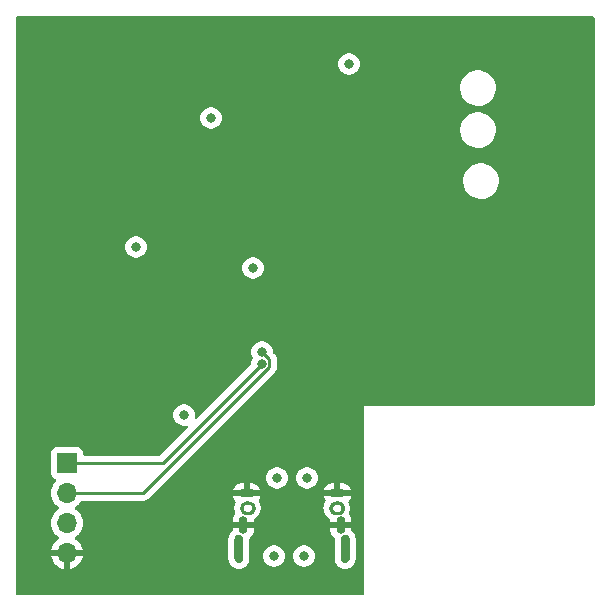
<source format=gbr>
%TF.GenerationSoftware,KiCad,Pcbnew,(6.0.1)*%
%TF.CreationDate,2022-02-16T12:20:19+01:00*%
%TF.ProjectId,KiCad_PCB,4b694361-645f-4504-9342-2e6b69636164,rev?*%
%TF.SameCoordinates,Original*%
%TF.FileFunction,Copper,L4,Bot*%
%TF.FilePolarity,Positive*%
%FSLAX46Y46*%
G04 Gerber Fmt 4.6, Leading zero omitted, Abs format (unit mm)*
G04 Created by KiCad (PCBNEW (6.0.1)) date 2022-02-16 12:20:19*
%MOMM*%
%LPD*%
G01*
G04 APERTURE LIST*
%TA.AperFunction,EtchedComponent*%
%ADD10C,0.000100*%
%TD*%
%TA.AperFunction,ComponentPad*%
%ADD11O,1.400000X0.700000*%
%TD*%
%TA.AperFunction,ComponentPad*%
%ADD12O,0.750000X1.500000*%
%TD*%
%TA.AperFunction,ComponentPad*%
%ADD13R,1.700000X1.700000*%
%TD*%
%TA.AperFunction,ComponentPad*%
%ADD14O,1.700000X1.700000*%
%TD*%
%TA.AperFunction,ViaPad*%
%ADD15C,0.800000*%
%TD*%
%TA.AperFunction,Conductor*%
%ADD16C,0.250000*%
%TD*%
G04 APERTURE END LIST*
D10*
%TO.C,J2*%
X137476000Y-98040000D02*
X137475000Y-98072000D01*
X137475000Y-98072000D02*
X137473000Y-98101000D01*
X137473000Y-98101000D02*
X137469000Y-98129000D01*
X137469000Y-98129000D02*
X137464000Y-98158000D01*
X137464000Y-98158000D02*
X137457000Y-98186000D01*
X137457000Y-98186000D02*
X137449000Y-98213000D01*
X137449000Y-98213000D02*
X137439000Y-98240000D01*
X137439000Y-98240000D02*
X137428000Y-98267000D01*
X137428000Y-98267000D02*
X137416000Y-98293000D01*
X137416000Y-98293000D02*
X137402000Y-98319000D01*
X137402000Y-98319000D02*
X137387000Y-98343000D01*
X137387000Y-98343000D02*
X137371000Y-98367000D01*
X137371000Y-98367000D02*
X137353000Y-98390000D01*
X137353000Y-98390000D02*
X137334000Y-98412000D01*
X137334000Y-98412000D02*
X137315000Y-98433000D01*
X137315000Y-98433000D02*
X137294000Y-98452000D01*
X137294000Y-98452000D02*
X137272000Y-98471000D01*
X137272000Y-98471000D02*
X137249000Y-98489000D01*
X137249000Y-98489000D02*
X137225000Y-98505000D01*
X137225000Y-98505000D02*
X137201000Y-98520000D01*
X137201000Y-98520000D02*
X137175000Y-98534000D01*
X137175000Y-98534000D02*
X137149000Y-98546000D01*
X137149000Y-98546000D02*
X137122000Y-98557000D01*
X137122000Y-98557000D02*
X137095000Y-98567000D01*
X137095000Y-98567000D02*
X137068000Y-98575000D01*
X137068000Y-98575000D02*
X137040000Y-98582000D01*
X137040000Y-98582000D02*
X137011000Y-98587000D01*
X137011000Y-98587000D02*
X136983000Y-98591000D01*
X136983000Y-98591000D02*
X136954000Y-98593000D01*
X136954000Y-98593000D02*
X136928000Y-98594000D01*
X136928000Y-98594000D02*
X136818000Y-98594000D01*
X136818000Y-98594000D02*
X136790000Y-98593000D01*
X136790000Y-98593000D02*
X136761000Y-98591000D01*
X136761000Y-98591000D02*
X136732000Y-98587000D01*
X136732000Y-98587000D02*
X136704000Y-98582000D01*
X136704000Y-98582000D02*
X136676000Y-98575000D01*
X136676000Y-98575000D02*
X136648000Y-98567000D01*
X136648000Y-98567000D02*
X136621000Y-98557000D01*
X136621000Y-98557000D02*
X136594000Y-98546000D01*
X136594000Y-98546000D02*
X136568000Y-98534000D01*
X136568000Y-98534000D02*
X136542000Y-98520000D01*
X136542000Y-98520000D02*
X136518000Y-98505000D01*
X136518000Y-98505000D02*
X136494000Y-98488000D01*
X136494000Y-98488000D02*
X136471000Y-98471000D01*
X136471000Y-98471000D02*
X136449000Y-98452000D01*
X136449000Y-98452000D02*
X136428000Y-98432000D01*
X136428000Y-98432000D02*
X136408000Y-98411000D01*
X136408000Y-98411000D02*
X136389000Y-98389000D01*
X136389000Y-98389000D02*
X136372000Y-98366000D01*
X136372000Y-98366000D02*
X136355000Y-98342000D01*
X136355000Y-98342000D02*
X136340000Y-98318000D01*
X136340000Y-98318000D02*
X136326000Y-98292000D01*
X136326000Y-98292000D02*
X136314000Y-98266000D01*
X136314000Y-98266000D02*
X136303000Y-98239000D01*
X136303000Y-98239000D02*
X136293000Y-98212000D01*
X136293000Y-98212000D02*
X136285000Y-98184000D01*
X136285000Y-98184000D02*
X136278000Y-98156000D01*
X136278000Y-98156000D02*
X136273000Y-98128000D01*
X136273000Y-98128000D02*
X136269000Y-98099000D01*
X136269000Y-98099000D02*
X136267000Y-98070000D01*
X136267000Y-98070000D02*
X136266000Y-98040000D01*
X136266000Y-98040000D02*
X136467000Y-98040000D01*
X136467000Y-98040000D02*
X136468000Y-98040000D01*
X136468000Y-98040000D02*
X136468000Y-98039000D01*
X136468000Y-98039000D02*
X136468000Y-98059000D01*
X136468000Y-98059000D02*
X136470000Y-98078000D01*
X136470000Y-98078000D02*
X136472000Y-98096000D01*
X136472000Y-98096000D02*
X136476000Y-98114000D01*
X136476000Y-98114000D02*
X136480000Y-98132000D01*
X136480000Y-98132000D02*
X136485000Y-98150000D01*
X136485000Y-98150000D02*
X136491000Y-98168000D01*
X136491000Y-98168000D02*
X136499000Y-98185000D01*
X136499000Y-98185000D02*
X136506000Y-98201000D01*
X136506000Y-98201000D02*
X136515000Y-98218000D01*
X136515000Y-98218000D02*
X136525000Y-98233000D01*
X136525000Y-98233000D02*
X136535000Y-98248000D01*
X136535000Y-98248000D02*
X136547000Y-98263000D01*
X136547000Y-98263000D02*
X136559000Y-98277000D01*
X136559000Y-98277000D02*
X136571000Y-98291000D01*
X136571000Y-98291000D02*
X136585000Y-98303000D01*
X136585000Y-98303000D02*
X136599000Y-98315000D01*
X136599000Y-98315000D02*
X136614000Y-98327000D01*
X136614000Y-98327000D02*
X136629000Y-98337000D01*
X136629000Y-98337000D02*
X136644000Y-98347000D01*
X136644000Y-98347000D02*
X136661000Y-98356000D01*
X136661000Y-98356000D02*
X136677000Y-98363000D01*
X136677000Y-98363000D02*
X136694000Y-98371000D01*
X136694000Y-98371000D02*
X136712000Y-98377000D01*
X136712000Y-98377000D02*
X136730000Y-98382000D01*
X136730000Y-98382000D02*
X136748000Y-98386000D01*
X136748000Y-98386000D02*
X136766000Y-98390000D01*
X136766000Y-98390000D02*
X136784000Y-98392000D01*
X136784000Y-98392000D02*
X136803000Y-98394000D01*
X136803000Y-98394000D02*
X136819000Y-98394000D01*
X136819000Y-98394000D02*
X136927000Y-98394000D01*
X136927000Y-98394000D02*
X136943000Y-98394000D01*
X136943000Y-98394000D02*
X136962000Y-98392000D01*
X136962000Y-98392000D02*
X136980000Y-98390000D01*
X136980000Y-98390000D02*
X136998000Y-98386000D01*
X136998000Y-98386000D02*
X137016000Y-98382000D01*
X137016000Y-98382000D02*
X137034000Y-98377000D01*
X137034000Y-98377000D02*
X137051000Y-98371000D01*
X137051000Y-98371000D02*
X137068000Y-98364000D01*
X137068000Y-98364000D02*
X137085000Y-98356000D01*
X137085000Y-98356000D02*
X137101000Y-98347000D01*
X137101000Y-98347000D02*
X137117000Y-98337000D01*
X137117000Y-98337000D02*
X137132000Y-98327000D01*
X137132000Y-98327000D02*
X137147000Y-98316000D01*
X137147000Y-98316000D02*
X137161000Y-98304000D01*
X137161000Y-98304000D02*
X137174000Y-98291000D01*
X137174000Y-98291000D02*
X137187000Y-98278000D01*
X137187000Y-98278000D02*
X137199000Y-98264000D01*
X137199000Y-98264000D02*
X137210000Y-98249000D01*
X137210000Y-98249000D02*
X137220000Y-98234000D01*
X137220000Y-98234000D02*
X137230000Y-98218000D01*
X137230000Y-98218000D02*
X137239000Y-98202000D01*
X137239000Y-98202000D02*
X137247000Y-98185000D01*
X137247000Y-98185000D02*
X137254000Y-98168000D01*
X137254000Y-98168000D02*
X137260000Y-98151000D01*
X137260000Y-98151000D02*
X137265000Y-98133000D01*
X137265000Y-98133000D02*
X137269000Y-98115000D01*
X137269000Y-98115000D02*
X137273000Y-98097000D01*
X137273000Y-98097000D02*
X137275000Y-98079000D01*
X137275000Y-98079000D02*
X137277000Y-98060000D01*
X137277000Y-98060000D02*
X137277000Y-98040000D01*
X137277000Y-98040000D02*
X137476000Y-98040000D01*
X137476000Y-98040000D02*
X137476000Y-98040000D01*
G36*
X136468000Y-98059000D02*
G01*
X136470000Y-98078000D01*
X136472000Y-98096000D01*
X136480000Y-98132000D01*
X136485000Y-98150000D01*
X136491000Y-98168000D01*
X136499000Y-98185000D01*
X136506000Y-98201000D01*
X136515000Y-98218000D01*
X136535000Y-98248000D01*
X136547000Y-98263000D01*
X136571000Y-98291000D01*
X136599000Y-98315000D01*
X136614000Y-98327000D01*
X136644000Y-98347000D01*
X136661000Y-98356000D01*
X136677000Y-98363000D01*
X136694000Y-98371000D01*
X136712000Y-98377000D01*
X136730000Y-98382000D01*
X136766000Y-98390000D01*
X136784000Y-98392000D01*
X136803000Y-98394000D01*
X136943000Y-98394000D01*
X136962000Y-98392000D01*
X136980000Y-98390000D01*
X137016000Y-98382000D01*
X137034000Y-98377000D01*
X137051000Y-98371000D01*
X137068000Y-98364000D01*
X137085000Y-98356000D01*
X137101000Y-98347000D01*
X137117000Y-98337000D01*
X137132000Y-98327000D01*
X137147000Y-98316000D01*
X137161000Y-98304000D01*
X137187000Y-98278000D01*
X137199000Y-98264000D01*
X137210000Y-98249000D01*
X137220000Y-98234000D01*
X137230000Y-98218000D01*
X137239000Y-98202000D01*
X137247000Y-98185000D01*
X137254000Y-98168000D01*
X137260000Y-98151000D01*
X137265000Y-98133000D01*
X137273000Y-98097000D01*
X137275000Y-98079000D01*
X137277000Y-98060000D01*
X137277000Y-98040000D01*
X137476000Y-98040000D01*
X137475000Y-98072000D01*
X137473000Y-98101000D01*
X137469000Y-98129000D01*
X137464000Y-98158000D01*
X137457000Y-98186000D01*
X137449000Y-98213000D01*
X137439000Y-98240000D01*
X137428000Y-98267000D01*
X137416000Y-98293000D01*
X137402000Y-98319000D01*
X137387000Y-98343000D01*
X137371000Y-98367000D01*
X137353000Y-98390000D01*
X137334000Y-98412000D01*
X137315000Y-98433000D01*
X137294000Y-98452000D01*
X137272000Y-98471000D01*
X137249000Y-98489000D01*
X137225000Y-98505000D01*
X137201000Y-98520000D01*
X137175000Y-98534000D01*
X137149000Y-98546000D01*
X137122000Y-98557000D01*
X137095000Y-98567000D01*
X137068000Y-98575000D01*
X137040000Y-98582000D01*
X137011000Y-98587000D01*
X136983000Y-98591000D01*
X136954000Y-98593000D01*
X136928000Y-98594000D01*
X136818000Y-98594000D01*
X136790000Y-98593000D01*
X136761000Y-98591000D01*
X136732000Y-98587000D01*
X136704000Y-98582000D01*
X136676000Y-98575000D01*
X136648000Y-98567000D01*
X136621000Y-98557000D01*
X136594000Y-98546000D01*
X136568000Y-98534000D01*
X136542000Y-98520000D01*
X136518000Y-98505000D01*
X136494000Y-98488000D01*
X136471000Y-98471000D01*
X136449000Y-98452000D01*
X136428000Y-98432000D01*
X136408000Y-98411000D01*
X136389000Y-98389000D01*
X136372000Y-98366000D01*
X136355000Y-98342000D01*
X136340000Y-98318000D01*
X136326000Y-98292000D01*
X136314000Y-98266000D01*
X136303000Y-98239000D01*
X136293000Y-98212000D01*
X136285000Y-98184000D01*
X136278000Y-98156000D01*
X136273000Y-98128000D01*
X136269000Y-98099000D01*
X136267000Y-98070000D01*
X136266000Y-98040000D01*
X136468000Y-98040000D01*
X136468000Y-98059000D01*
G37*
X136468000Y-98059000D02*
X136470000Y-98078000D01*
X136472000Y-98096000D01*
X136480000Y-98132000D01*
X136485000Y-98150000D01*
X136491000Y-98168000D01*
X136499000Y-98185000D01*
X136506000Y-98201000D01*
X136515000Y-98218000D01*
X136535000Y-98248000D01*
X136547000Y-98263000D01*
X136571000Y-98291000D01*
X136599000Y-98315000D01*
X136614000Y-98327000D01*
X136644000Y-98347000D01*
X136661000Y-98356000D01*
X136677000Y-98363000D01*
X136694000Y-98371000D01*
X136712000Y-98377000D01*
X136730000Y-98382000D01*
X136766000Y-98390000D01*
X136784000Y-98392000D01*
X136803000Y-98394000D01*
X136943000Y-98394000D01*
X136962000Y-98392000D01*
X136980000Y-98390000D01*
X137016000Y-98382000D01*
X137034000Y-98377000D01*
X137051000Y-98371000D01*
X137068000Y-98364000D01*
X137085000Y-98356000D01*
X137101000Y-98347000D01*
X137117000Y-98337000D01*
X137132000Y-98327000D01*
X137147000Y-98316000D01*
X137161000Y-98304000D01*
X137187000Y-98278000D01*
X137199000Y-98264000D01*
X137210000Y-98249000D01*
X137220000Y-98234000D01*
X137230000Y-98218000D01*
X137239000Y-98202000D01*
X137247000Y-98185000D01*
X137254000Y-98168000D01*
X137260000Y-98151000D01*
X137265000Y-98133000D01*
X137273000Y-98097000D01*
X137275000Y-98079000D01*
X137277000Y-98060000D01*
X137277000Y-98040000D01*
X137476000Y-98040000D01*
X137475000Y-98072000D01*
X137473000Y-98101000D01*
X137469000Y-98129000D01*
X137464000Y-98158000D01*
X137457000Y-98186000D01*
X137449000Y-98213000D01*
X137439000Y-98240000D01*
X137428000Y-98267000D01*
X137416000Y-98293000D01*
X137402000Y-98319000D01*
X137387000Y-98343000D01*
X137371000Y-98367000D01*
X137353000Y-98390000D01*
X137334000Y-98412000D01*
X137315000Y-98433000D01*
X137294000Y-98452000D01*
X137272000Y-98471000D01*
X137249000Y-98489000D01*
X137225000Y-98505000D01*
X137201000Y-98520000D01*
X137175000Y-98534000D01*
X137149000Y-98546000D01*
X137122000Y-98557000D01*
X137095000Y-98567000D01*
X137068000Y-98575000D01*
X137040000Y-98582000D01*
X137011000Y-98587000D01*
X136983000Y-98591000D01*
X136954000Y-98593000D01*
X136928000Y-98594000D01*
X136818000Y-98594000D01*
X136790000Y-98593000D01*
X136761000Y-98591000D01*
X136732000Y-98587000D01*
X136704000Y-98582000D01*
X136676000Y-98575000D01*
X136648000Y-98567000D01*
X136621000Y-98557000D01*
X136594000Y-98546000D01*
X136568000Y-98534000D01*
X136542000Y-98520000D01*
X136518000Y-98505000D01*
X136494000Y-98488000D01*
X136471000Y-98471000D01*
X136449000Y-98452000D01*
X136428000Y-98432000D01*
X136408000Y-98411000D01*
X136389000Y-98389000D01*
X136372000Y-98366000D01*
X136355000Y-98342000D01*
X136340000Y-98318000D01*
X136326000Y-98292000D01*
X136314000Y-98266000D01*
X136303000Y-98239000D01*
X136293000Y-98212000D01*
X136285000Y-98184000D01*
X136278000Y-98156000D01*
X136273000Y-98128000D01*
X136269000Y-98099000D01*
X136267000Y-98070000D01*
X136266000Y-98040000D01*
X136468000Y-98040000D01*
X136468000Y-98059000D01*
X136266000Y-98039000D02*
X136267000Y-98013000D01*
X136267000Y-98013000D02*
X136269000Y-97985000D01*
X136269000Y-97985000D02*
X136273000Y-97956000D01*
X136273000Y-97956000D02*
X136278000Y-97928000D01*
X136278000Y-97928000D02*
X136285000Y-97900000D01*
X136285000Y-97900000D02*
X136293000Y-97873000D01*
X136293000Y-97873000D02*
X136302000Y-97846000D01*
X136302000Y-97846000D02*
X136313000Y-97819000D01*
X136313000Y-97819000D02*
X136326000Y-97793000D01*
X136326000Y-97793000D02*
X136339000Y-97768000D01*
X136339000Y-97768000D02*
X136354000Y-97744000D01*
X136354000Y-97744000D02*
X136371000Y-97720000D01*
X136371000Y-97720000D02*
X136388000Y-97697000D01*
X136388000Y-97697000D02*
X136407000Y-97675000D01*
X136407000Y-97675000D02*
X136426000Y-97654000D01*
X136426000Y-97654000D02*
X136447000Y-97635000D01*
X136447000Y-97635000D02*
X136469000Y-97616000D01*
X136469000Y-97616000D02*
X136492000Y-97599000D01*
X136492000Y-97599000D02*
X136516000Y-97582000D01*
X136516000Y-97582000D02*
X136540000Y-97567000D01*
X136540000Y-97567000D02*
X136565000Y-97554000D01*
X136565000Y-97554000D02*
X136591000Y-97541000D01*
X136591000Y-97541000D02*
X136618000Y-97530000D01*
X136618000Y-97530000D02*
X136645000Y-97521000D01*
X136645000Y-97521000D02*
X136672000Y-97513000D01*
X136672000Y-97513000D02*
X136700000Y-97506000D01*
X136700000Y-97506000D02*
X136728000Y-97501000D01*
X136728000Y-97501000D02*
X136757000Y-97497000D01*
X136757000Y-97497000D02*
X136785000Y-97495000D01*
X136785000Y-97495000D02*
X136817000Y-97494000D01*
X136817000Y-97494000D02*
X136927000Y-97494000D01*
X136927000Y-97494000D02*
X136958000Y-97495000D01*
X136958000Y-97495000D02*
X136986000Y-97497000D01*
X136986000Y-97497000D02*
X137015000Y-97501000D01*
X137015000Y-97501000D02*
X137043000Y-97506000D01*
X137043000Y-97506000D02*
X137071000Y-97513000D01*
X137071000Y-97513000D02*
X137098000Y-97521000D01*
X137098000Y-97521000D02*
X137125000Y-97530000D01*
X137125000Y-97530000D02*
X137151000Y-97541000D01*
X137151000Y-97541000D02*
X137177000Y-97554000D01*
X137177000Y-97554000D02*
X137203000Y-97567000D01*
X137203000Y-97567000D02*
X137227000Y-97582000D01*
X137227000Y-97582000D02*
X137251000Y-97598000D01*
X137251000Y-97598000D02*
X137273000Y-97616000D01*
X137273000Y-97616000D02*
X137295000Y-97634000D01*
X137295000Y-97634000D02*
X137316000Y-97654000D01*
X137316000Y-97654000D02*
X137336000Y-97675000D01*
X137336000Y-97675000D02*
X137354000Y-97697000D01*
X137354000Y-97697000D02*
X137372000Y-97719000D01*
X137372000Y-97719000D02*
X137388000Y-97743000D01*
X137388000Y-97743000D02*
X137403000Y-97767000D01*
X137403000Y-97767000D02*
X137416000Y-97793000D01*
X137416000Y-97793000D02*
X137429000Y-97819000D01*
X137429000Y-97819000D02*
X137440000Y-97845000D01*
X137440000Y-97845000D02*
X137449000Y-97872000D01*
X137449000Y-97872000D02*
X137457000Y-97899000D01*
X137457000Y-97899000D02*
X137464000Y-97927000D01*
X137464000Y-97927000D02*
X137469000Y-97955000D01*
X137469000Y-97955000D02*
X137473000Y-97984000D01*
X137473000Y-97984000D02*
X137475000Y-98012000D01*
X137475000Y-98012000D02*
X137476000Y-98039000D01*
X137476000Y-98039000D02*
X137278000Y-98039000D01*
X137278000Y-98039000D02*
X137277000Y-98039000D01*
X137277000Y-98039000D02*
X137277000Y-98040000D01*
X137277000Y-98040000D02*
X137277000Y-98022000D01*
X137277000Y-98022000D02*
X137275000Y-98003000D01*
X137275000Y-98003000D02*
X137273000Y-97985000D01*
X137273000Y-97985000D02*
X137269000Y-97967000D01*
X137269000Y-97967000D02*
X137265000Y-97949000D01*
X137265000Y-97949000D02*
X137260000Y-97932000D01*
X137260000Y-97932000D02*
X137254000Y-97914000D01*
X137254000Y-97914000D02*
X137247000Y-97897000D01*
X137247000Y-97897000D02*
X137239000Y-97881000D01*
X137239000Y-97881000D02*
X137230000Y-97865000D01*
X137230000Y-97865000D02*
X137220000Y-97849000D01*
X137220000Y-97849000D02*
X137210000Y-97834000D01*
X137210000Y-97834000D02*
X137199000Y-97819000D01*
X137199000Y-97819000D02*
X137187000Y-97805000D01*
X137187000Y-97805000D02*
X137174000Y-97792000D01*
X137174000Y-97792000D02*
X137161000Y-97779000D01*
X137161000Y-97779000D02*
X137147000Y-97767000D01*
X137147000Y-97767000D02*
X137132000Y-97756000D01*
X137132000Y-97756000D02*
X137117000Y-97746000D01*
X137117000Y-97746000D02*
X137101000Y-97736000D01*
X137101000Y-97736000D02*
X137085000Y-97727000D01*
X137085000Y-97727000D02*
X137069000Y-97719000D01*
X137069000Y-97719000D02*
X137052000Y-97712000D01*
X137052000Y-97712000D02*
X137034000Y-97706000D01*
X137034000Y-97706000D02*
X137017000Y-97701000D01*
X137017000Y-97701000D02*
X136999000Y-97697000D01*
X136999000Y-97697000D02*
X136981000Y-97693000D01*
X136981000Y-97693000D02*
X136963000Y-97691000D01*
X136963000Y-97691000D02*
X136944000Y-97689000D01*
X136944000Y-97689000D02*
X136926000Y-97689000D01*
X136926000Y-97689000D02*
X136818000Y-97689000D01*
X136818000Y-97689000D02*
X136800000Y-97689000D01*
X136800000Y-97689000D02*
X136781000Y-97691000D01*
X136781000Y-97691000D02*
X136763000Y-97693000D01*
X136763000Y-97693000D02*
X136745000Y-97697000D01*
X136745000Y-97697000D02*
X136727000Y-97701000D01*
X136727000Y-97701000D02*
X136710000Y-97706000D01*
X136710000Y-97706000D02*
X136693000Y-97712000D01*
X136693000Y-97712000D02*
X136676000Y-97719000D01*
X136676000Y-97719000D02*
X136659000Y-97727000D01*
X136659000Y-97727000D02*
X136643000Y-97736000D01*
X136643000Y-97736000D02*
X136627000Y-97745000D01*
X136627000Y-97745000D02*
X136612000Y-97756000D01*
X136612000Y-97756000D02*
X136598000Y-97767000D01*
X136598000Y-97767000D02*
X136584000Y-97779000D01*
X136584000Y-97779000D02*
X136571000Y-97792000D01*
X136571000Y-97792000D02*
X136558000Y-97805000D01*
X136558000Y-97805000D02*
X136546000Y-97819000D01*
X136546000Y-97819000D02*
X136535000Y-97833000D01*
X136535000Y-97833000D02*
X136524000Y-97848000D01*
X136524000Y-97848000D02*
X136515000Y-97864000D01*
X136515000Y-97864000D02*
X136506000Y-97880000D01*
X136506000Y-97880000D02*
X136498000Y-97897000D01*
X136498000Y-97897000D02*
X136491000Y-97914000D01*
X136491000Y-97914000D02*
X136485000Y-97931000D01*
X136485000Y-97931000D02*
X136480000Y-97948000D01*
X136480000Y-97948000D02*
X136476000Y-97966000D01*
X136476000Y-97966000D02*
X136472000Y-97984000D01*
X136472000Y-97984000D02*
X136470000Y-98002000D01*
X136470000Y-98002000D02*
X136468000Y-98021000D01*
X136468000Y-98021000D02*
X136468000Y-98039000D01*
X136468000Y-98039000D02*
X136266000Y-98039000D01*
X136266000Y-98039000D02*
X136266000Y-98039000D01*
G36*
X136958000Y-97495000D02*
G01*
X136986000Y-97497000D01*
X137015000Y-97501000D01*
X137043000Y-97506000D01*
X137071000Y-97513000D01*
X137098000Y-97521000D01*
X137125000Y-97530000D01*
X137151000Y-97541000D01*
X137203000Y-97567000D01*
X137227000Y-97582000D01*
X137251000Y-97598000D01*
X137295000Y-97634000D01*
X137316000Y-97654000D01*
X137336000Y-97675000D01*
X137372000Y-97719000D01*
X137388000Y-97743000D01*
X137403000Y-97767000D01*
X137429000Y-97819000D01*
X137440000Y-97845000D01*
X137449000Y-97872000D01*
X137457000Y-97899000D01*
X137464000Y-97927000D01*
X137469000Y-97955000D01*
X137473000Y-97984000D01*
X137475000Y-98012000D01*
X137476000Y-98039000D01*
X137277000Y-98039000D01*
X137277000Y-98022000D01*
X137275000Y-98003000D01*
X137273000Y-97985000D01*
X137265000Y-97949000D01*
X137260000Y-97932000D01*
X137254000Y-97914000D01*
X137247000Y-97897000D01*
X137239000Y-97881000D01*
X137230000Y-97865000D01*
X137220000Y-97849000D01*
X137210000Y-97834000D01*
X137199000Y-97819000D01*
X137187000Y-97805000D01*
X137161000Y-97779000D01*
X137147000Y-97767000D01*
X137132000Y-97756000D01*
X137117000Y-97746000D01*
X137101000Y-97736000D01*
X137085000Y-97727000D01*
X137069000Y-97719000D01*
X137052000Y-97712000D01*
X137034000Y-97706000D01*
X137017000Y-97701000D01*
X136981000Y-97693000D01*
X136963000Y-97691000D01*
X136944000Y-97689000D01*
X136800000Y-97689000D01*
X136781000Y-97691000D01*
X136763000Y-97693000D01*
X136727000Y-97701000D01*
X136710000Y-97706000D01*
X136693000Y-97712000D01*
X136676000Y-97719000D01*
X136659000Y-97727000D01*
X136627000Y-97745000D01*
X136612000Y-97756000D01*
X136598000Y-97767000D01*
X136584000Y-97779000D01*
X136558000Y-97805000D01*
X136546000Y-97819000D01*
X136535000Y-97833000D01*
X136524000Y-97848000D01*
X136506000Y-97880000D01*
X136498000Y-97897000D01*
X136491000Y-97914000D01*
X136485000Y-97931000D01*
X136480000Y-97948000D01*
X136472000Y-97984000D01*
X136470000Y-98002000D01*
X136468000Y-98021000D01*
X136468000Y-98039000D01*
X136266000Y-98039000D01*
X136267000Y-98013000D01*
X136269000Y-97985000D01*
X136273000Y-97956000D01*
X136278000Y-97928000D01*
X136285000Y-97900000D01*
X136293000Y-97873000D01*
X136302000Y-97846000D01*
X136313000Y-97819000D01*
X136326000Y-97793000D01*
X136339000Y-97768000D01*
X136354000Y-97744000D01*
X136371000Y-97720000D01*
X136388000Y-97697000D01*
X136407000Y-97675000D01*
X136426000Y-97654000D01*
X136447000Y-97635000D01*
X136469000Y-97616000D01*
X136492000Y-97599000D01*
X136516000Y-97582000D01*
X136540000Y-97567000D01*
X136565000Y-97554000D01*
X136591000Y-97541000D01*
X136618000Y-97530000D01*
X136645000Y-97521000D01*
X136672000Y-97513000D01*
X136700000Y-97506000D01*
X136728000Y-97501000D01*
X136757000Y-97497000D01*
X136785000Y-97495000D01*
X136817000Y-97494000D01*
X136927000Y-97494000D01*
X136958000Y-97495000D01*
G37*
X136958000Y-97495000D02*
X136986000Y-97497000D01*
X137015000Y-97501000D01*
X137043000Y-97506000D01*
X137071000Y-97513000D01*
X137098000Y-97521000D01*
X137125000Y-97530000D01*
X137151000Y-97541000D01*
X137203000Y-97567000D01*
X137227000Y-97582000D01*
X137251000Y-97598000D01*
X137295000Y-97634000D01*
X137316000Y-97654000D01*
X137336000Y-97675000D01*
X137372000Y-97719000D01*
X137388000Y-97743000D01*
X137403000Y-97767000D01*
X137429000Y-97819000D01*
X137440000Y-97845000D01*
X137449000Y-97872000D01*
X137457000Y-97899000D01*
X137464000Y-97927000D01*
X137469000Y-97955000D01*
X137473000Y-97984000D01*
X137475000Y-98012000D01*
X137476000Y-98039000D01*
X137277000Y-98039000D01*
X137277000Y-98022000D01*
X137275000Y-98003000D01*
X137273000Y-97985000D01*
X137265000Y-97949000D01*
X137260000Y-97932000D01*
X137254000Y-97914000D01*
X137247000Y-97897000D01*
X137239000Y-97881000D01*
X137230000Y-97865000D01*
X137220000Y-97849000D01*
X137210000Y-97834000D01*
X137199000Y-97819000D01*
X137187000Y-97805000D01*
X137161000Y-97779000D01*
X137147000Y-97767000D01*
X137132000Y-97756000D01*
X137117000Y-97746000D01*
X137101000Y-97736000D01*
X137085000Y-97727000D01*
X137069000Y-97719000D01*
X137052000Y-97712000D01*
X137034000Y-97706000D01*
X137017000Y-97701000D01*
X136981000Y-97693000D01*
X136963000Y-97691000D01*
X136944000Y-97689000D01*
X136800000Y-97689000D01*
X136781000Y-97691000D01*
X136763000Y-97693000D01*
X136727000Y-97701000D01*
X136710000Y-97706000D01*
X136693000Y-97712000D01*
X136676000Y-97719000D01*
X136659000Y-97727000D01*
X136627000Y-97745000D01*
X136612000Y-97756000D01*
X136598000Y-97767000D01*
X136584000Y-97779000D01*
X136558000Y-97805000D01*
X136546000Y-97819000D01*
X136535000Y-97833000D01*
X136524000Y-97848000D01*
X136506000Y-97880000D01*
X136498000Y-97897000D01*
X136491000Y-97914000D01*
X136485000Y-97931000D01*
X136480000Y-97948000D01*
X136472000Y-97984000D01*
X136470000Y-98002000D01*
X136468000Y-98021000D01*
X136468000Y-98039000D01*
X136266000Y-98039000D01*
X136267000Y-98013000D01*
X136269000Y-97985000D01*
X136273000Y-97956000D01*
X136278000Y-97928000D01*
X136285000Y-97900000D01*
X136293000Y-97873000D01*
X136302000Y-97846000D01*
X136313000Y-97819000D01*
X136326000Y-97793000D01*
X136339000Y-97768000D01*
X136354000Y-97744000D01*
X136371000Y-97720000D01*
X136388000Y-97697000D01*
X136407000Y-97675000D01*
X136426000Y-97654000D01*
X136447000Y-97635000D01*
X136469000Y-97616000D01*
X136492000Y-97599000D01*
X136516000Y-97582000D01*
X136540000Y-97567000D01*
X136565000Y-97554000D01*
X136591000Y-97541000D01*
X136618000Y-97530000D01*
X136645000Y-97521000D01*
X136672000Y-97513000D01*
X136700000Y-97506000D01*
X136728000Y-97501000D01*
X136757000Y-97497000D01*
X136785000Y-97495000D01*
X136817000Y-97494000D01*
X136927000Y-97494000D01*
X136958000Y-97495000D01*
X128716000Y-98039000D02*
X128717000Y-98013000D01*
X128717000Y-98013000D02*
X128719000Y-97985000D01*
X128719000Y-97985000D02*
X128723000Y-97956000D01*
X128723000Y-97956000D02*
X128728000Y-97928000D01*
X128728000Y-97928000D02*
X128735000Y-97900000D01*
X128735000Y-97900000D02*
X128743000Y-97873000D01*
X128743000Y-97873000D02*
X128752000Y-97846000D01*
X128752000Y-97846000D02*
X128763000Y-97819000D01*
X128763000Y-97819000D02*
X128776000Y-97793000D01*
X128776000Y-97793000D02*
X128789000Y-97768000D01*
X128789000Y-97768000D02*
X128804000Y-97744000D01*
X128804000Y-97744000D02*
X128821000Y-97720000D01*
X128821000Y-97720000D02*
X128838000Y-97697000D01*
X128838000Y-97697000D02*
X128857000Y-97675000D01*
X128857000Y-97675000D02*
X128876000Y-97654000D01*
X128876000Y-97654000D02*
X128897000Y-97635000D01*
X128897000Y-97635000D02*
X128919000Y-97616000D01*
X128919000Y-97616000D02*
X128942000Y-97599000D01*
X128942000Y-97599000D02*
X128966000Y-97582000D01*
X128966000Y-97582000D02*
X128990000Y-97567000D01*
X128990000Y-97567000D02*
X129015000Y-97554000D01*
X129015000Y-97554000D02*
X129041000Y-97541000D01*
X129041000Y-97541000D02*
X129068000Y-97530000D01*
X129068000Y-97530000D02*
X129095000Y-97521000D01*
X129095000Y-97521000D02*
X129122000Y-97513000D01*
X129122000Y-97513000D02*
X129150000Y-97506000D01*
X129150000Y-97506000D02*
X129178000Y-97501000D01*
X129178000Y-97501000D02*
X129207000Y-97497000D01*
X129207000Y-97497000D02*
X129235000Y-97495000D01*
X129235000Y-97495000D02*
X129267000Y-97494000D01*
X129267000Y-97494000D02*
X129377000Y-97494000D01*
X129377000Y-97494000D02*
X129408000Y-97495000D01*
X129408000Y-97495000D02*
X129436000Y-97497000D01*
X129436000Y-97497000D02*
X129465000Y-97501000D01*
X129465000Y-97501000D02*
X129493000Y-97506000D01*
X129493000Y-97506000D02*
X129521000Y-97513000D01*
X129521000Y-97513000D02*
X129548000Y-97521000D01*
X129548000Y-97521000D02*
X129575000Y-97530000D01*
X129575000Y-97530000D02*
X129601000Y-97541000D01*
X129601000Y-97541000D02*
X129627000Y-97554000D01*
X129627000Y-97554000D02*
X129653000Y-97567000D01*
X129653000Y-97567000D02*
X129677000Y-97582000D01*
X129677000Y-97582000D02*
X129701000Y-97598000D01*
X129701000Y-97598000D02*
X129723000Y-97616000D01*
X129723000Y-97616000D02*
X129745000Y-97634000D01*
X129745000Y-97634000D02*
X129766000Y-97654000D01*
X129766000Y-97654000D02*
X129786000Y-97675000D01*
X129786000Y-97675000D02*
X129804000Y-97697000D01*
X129804000Y-97697000D02*
X129822000Y-97719000D01*
X129822000Y-97719000D02*
X129838000Y-97743000D01*
X129838000Y-97743000D02*
X129853000Y-97767000D01*
X129853000Y-97767000D02*
X129866000Y-97793000D01*
X129866000Y-97793000D02*
X129879000Y-97819000D01*
X129879000Y-97819000D02*
X129890000Y-97845000D01*
X129890000Y-97845000D02*
X129899000Y-97872000D01*
X129899000Y-97872000D02*
X129907000Y-97899000D01*
X129907000Y-97899000D02*
X129914000Y-97927000D01*
X129914000Y-97927000D02*
X129919000Y-97955000D01*
X129919000Y-97955000D02*
X129923000Y-97984000D01*
X129923000Y-97984000D02*
X129925000Y-98012000D01*
X129925000Y-98012000D02*
X129926000Y-98039000D01*
X129926000Y-98039000D02*
X129728000Y-98039000D01*
X129728000Y-98039000D02*
X129727000Y-98039000D01*
X129727000Y-98039000D02*
X129727000Y-98040000D01*
X129727000Y-98040000D02*
X129727000Y-98022000D01*
X129727000Y-98022000D02*
X129725000Y-98003000D01*
X129725000Y-98003000D02*
X129723000Y-97985000D01*
X129723000Y-97985000D02*
X129719000Y-97967000D01*
X129719000Y-97967000D02*
X129715000Y-97949000D01*
X129715000Y-97949000D02*
X129710000Y-97932000D01*
X129710000Y-97932000D02*
X129704000Y-97914000D01*
X129704000Y-97914000D02*
X129697000Y-97897000D01*
X129697000Y-97897000D02*
X129689000Y-97881000D01*
X129689000Y-97881000D02*
X129680000Y-97865000D01*
X129680000Y-97865000D02*
X129670000Y-97849000D01*
X129670000Y-97849000D02*
X129660000Y-97834000D01*
X129660000Y-97834000D02*
X129649000Y-97819000D01*
X129649000Y-97819000D02*
X129637000Y-97805000D01*
X129637000Y-97805000D02*
X129624000Y-97792000D01*
X129624000Y-97792000D02*
X129611000Y-97779000D01*
X129611000Y-97779000D02*
X129597000Y-97767000D01*
X129597000Y-97767000D02*
X129582000Y-97756000D01*
X129582000Y-97756000D02*
X129567000Y-97746000D01*
X129567000Y-97746000D02*
X129551000Y-97736000D01*
X129551000Y-97736000D02*
X129535000Y-97727000D01*
X129535000Y-97727000D02*
X129519000Y-97719000D01*
X129519000Y-97719000D02*
X129502000Y-97712000D01*
X129502000Y-97712000D02*
X129484000Y-97706000D01*
X129484000Y-97706000D02*
X129467000Y-97701000D01*
X129467000Y-97701000D02*
X129449000Y-97697000D01*
X129449000Y-97697000D02*
X129431000Y-97693000D01*
X129431000Y-97693000D02*
X129413000Y-97691000D01*
X129413000Y-97691000D02*
X129394000Y-97689000D01*
X129394000Y-97689000D02*
X129376000Y-97689000D01*
X129376000Y-97689000D02*
X129268000Y-97689000D01*
X129268000Y-97689000D02*
X129250000Y-97689000D01*
X129250000Y-97689000D02*
X129231000Y-97691000D01*
X129231000Y-97691000D02*
X129213000Y-97693000D01*
X129213000Y-97693000D02*
X129195000Y-97697000D01*
X129195000Y-97697000D02*
X129177000Y-97701000D01*
X129177000Y-97701000D02*
X129160000Y-97706000D01*
X129160000Y-97706000D02*
X129143000Y-97712000D01*
X129143000Y-97712000D02*
X129126000Y-97719000D01*
X129126000Y-97719000D02*
X129109000Y-97727000D01*
X129109000Y-97727000D02*
X129093000Y-97736000D01*
X129093000Y-97736000D02*
X129077000Y-97745000D01*
X129077000Y-97745000D02*
X129062000Y-97756000D01*
X129062000Y-97756000D02*
X129048000Y-97767000D01*
X129048000Y-97767000D02*
X129034000Y-97779000D01*
X129034000Y-97779000D02*
X129021000Y-97792000D01*
X129021000Y-97792000D02*
X129008000Y-97805000D01*
X129008000Y-97805000D02*
X128996000Y-97819000D01*
X128996000Y-97819000D02*
X128985000Y-97833000D01*
X128985000Y-97833000D02*
X128974000Y-97848000D01*
X128974000Y-97848000D02*
X128965000Y-97864000D01*
X128965000Y-97864000D02*
X128956000Y-97880000D01*
X128956000Y-97880000D02*
X128948000Y-97897000D01*
X128948000Y-97897000D02*
X128941000Y-97914000D01*
X128941000Y-97914000D02*
X128935000Y-97931000D01*
X128935000Y-97931000D02*
X128930000Y-97948000D01*
X128930000Y-97948000D02*
X128926000Y-97966000D01*
X128926000Y-97966000D02*
X128922000Y-97984000D01*
X128922000Y-97984000D02*
X128920000Y-98002000D01*
X128920000Y-98002000D02*
X128918000Y-98021000D01*
X128918000Y-98021000D02*
X128918000Y-98039000D01*
X128918000Y-98039000D02*
X128716000Y-98039000D01*
X128716000Y-98039000D02*
X128716000Y-98039000D01*
G36*
X129408000Y-97495000D02*
G01*
X129436000Y-97497000D01*
X129465000Y-97501000D01*
X129493000Y-97506000D01*
X129521000Y-97513000D01*
X129548000Y-97521000D01*
X129575000Y-97530000D01*
X129601000Y-97541000D01*
X129653000Y-97567000D01*
X129677000Y-97582000D01*
X129701000Y-97598000D01*
X129745000Y-97634000D01*
X129766000Y-97654000D01*
X129786000Y-97675000D01*
X129822000Y-97719000D01*
X129838000Y-97743000D01*
X129853000Y-97767000D01*
X129879000Y-97819000D01*
X129890000Y-97845000D01*
X129899000Y-97872000D01*
X129907000Y-97899000D01*
X129914000Y-97927000D01*
X129919000Y-97955000D01*
X129923000Y-97984000D01*
X129925000Y-98012000D01*
X129926000Y-98039000D01*
X129727000Y-98039000D01*
X129727000Y-98022000D01*
X129725000Y-98003000D01*
X129723000Y-97985000D01*
X129715000Y-97949000D01*
X129710000Y-97932000D01*
X129704000Y-97914000D01*
X129697000Y-97897000D01*
X129689000Y-97881000D01*
X129680000Y-97865000D01*
X129670000Y-97849000D01*
X129660000Y-97834000D01*
X129649000Y-97819000D01*
X129637000Y-97805000D01*
X129611000Y-97779000D01*
X129597000Y-97767000D01*
X129582000Y-97756000D01*
X129567000Y-97746000D01*
X129551000Y-97736000D01*
X129535000Y-97727000D01*
X129519000Y-97719000D01*
X129502000Y-97712000D01*
X129484000Y-97706000D01*
X129467000Y-97701000D01*
X129431000Y-97693000D01*
X129413000Y-97691000D01*
X129394000Y-97689000D01*
X129250000Y-97689000D01*
X129231000Y-97691000D01*
X129213000Y-97693000D01*
X129177000Y-97701000D01*
X129160000Y-97706000D01*
X129143000Y-97712000D01*
X129126000Y-97719000D01*
X129109000Y-97727000D01*
X129077000Y-97745000D01*
X129062000Y-97756000D01*
X129048000Y-97767000D01*
X129034000Y-97779000D01*
X129008000Y-97805000D01*
X128996000Y-97819000D01*
X128985000Y-97833000D01*
X128974000Y-97848000D01*
X128956000Y-97880000D01*
X128948000Y-97897000D01*
X128941000Y-97914000D01*
X128935000Y-97931000D01*
X128930000Y-97948000D01*
X128922000Y-97984000D01*
X128920000Y-98002000D01*
X128918000Y-98021000D01*
X128918000Y-98039000D01*
X128716000Y-98039000D01*
X128717000Y-98013000D01*
X128719000Y-97985000D01*
X128723000Y-97956000D01*
X128728000Y-97928000D01*
X128735000Y-97900000D01*
X128743000Y-97873000D01*
X128752000Y-97846000D01*
X128763000Y-97819000D01*
X128776000Y-97793000D01*
X128789000Y-97768000D01*
X128804000Y-97744000D01*
X128821000Y-97720000D01*
X128838000Y-97697000D01*
X128857000Y-97675000D01*
X128876000Y-97654000D01*
X128897000Y-97635000D01*
X128919000Y-97616000D01*
X128942000Y-97599000D01*
X128966000Y-97582000D01*
X128990000Y-97567000D01*
X129015000Y-97554000D01*
X129041000Y-97541000D01*
X129068000Y-97530000D01*
X129095000Y-97521000D01*
X129122000Y-97513000D01*
X129150000Y-97506000D01*
X129178000Y-97501000D01*
X129207000Y-97497000D01*
X129235000Y-97495000D01*
X129267000Y-97494000D01*
X129377000Y-97494000D01*
X129408000Y-97495000D01*
G37*
X129408000Y-97495000D02*
X129436000Y-97497000D01*
X129465000Y-97501000D01*
X129493000Y-97506000D01*
X129521000Y-97513000D01*
X129548000Y-97521000D01*
X129575000Y-97530000D01*
X129601000Y-97541000D01*
X129653000Y-97567000D01*
X129677000Y-97582000D01*
X129701000Y-97598000D01*
X129745000Y-97634000D01*
X129766000Y-97654000D01*
X129786000Y-97675000D01*
X129822000Y-97719000D01*
X129838000Y-97743000D01*
X129853000Y-97767000D01*
X129879000Y-97819000D01*
X129890000Y-97845000D01*
X129899000Y-97872000D01*
X129907000Y-97899000D01*
X129914000Y-97927000D01*
X129919000Y-97955000D01*
X129923000Y-97984000D01*
X129925000Y-98012000D01*
X129926000Y-98039000D01*
X129727000Y-98039000D01*
X129727000Y-98022000D01*
X129725000Y-98003000D01*
X129723000Y-97985000D01*
X129715000Y-97949000D01*
X129710000Y-97932000D01*
X129704000Y-97914000D01*
X129697000Y-97897000D01*
X129689000Y-97881000D01*
X129680000Y-97865000D01*
X129670000Y-97849000D01*
X129660000Y-97834000D01*
X129649000Y-97819000D01*
X129637000Y-97805000D01*
X129611000Y-97779000D01*
X129597000Y-97767000D01*
X129582000Y-97756000D01*
X129567000Y-97746000D01*
X129551000Y-97736000D01*
X129535000Y-97727000D01*
X129519000Y-97719000D01*
X129502000Y-97712000D01*
X129484000Y-97706000D01*
X129467000Y-97701000D01*
X129431000Y-97693000D01*
X129413000Y-97691000D01*
X129394000Y-97689000D01*
X129250000Y-97689000D01*
X129231000Y-97691000D01*
X129213000Y-97693000D01*
X129177000Y-97701000D01*
X129160000Y-97706000D01*
X129143000Y-97712000D01*
X129126000Y-97719000D01*
X129109000Y-97727000D01*
X129077000Y-97745000D01*
X129062000Y-97756000D01*
X129048000Y-97767000D01*
X129034000Y-97779000D01*
X129008000Y-97805000D01*
X128996000Y-97819000D01*
X128985000Y-97833000D01*
X128974000Y-97848000D01*
X128956000Y-97880000D01*
X128948000Y-97897000D01*
X128941000Y-97914000D01*
X128935000Y-97931000D01*
X128930000Y-97948000D01*
X128922000Y-97984000D01*
X128920000Y-98002000D01*
X128918000Y-98021000D01*
X128918000Y-98039000D01*
X128716000Y-98039000D01*
X128717000Y-98013000D01*
X128719000Y-97985000D01*
X128723000Y-97956000D01*
X128728000Y-97928000D01*
X128735000Y-97900000D01*
X128743000Y-97873000D01*
X128752000Y-97846000D01*
X128763000Y-97819000D01*
X128776000Y-97793000D01*
X128789000Y-97768000D01*
X128804000Y-97744000D01*
X128821000Y-97720000D01*
X128838000Y-97697000D01*
X128857000Y-97675000D01*
X128876000Y-97654000D01*
X128897000Y-97635000D01*
X128919000Y-97616000D01*
X128942000Y-97599000D01*
X128966000Y-97582000D01*
X128990000Y-97567000D01*
X129015000Y-97554000D01*
X129041000Y-97541000D01*
X129068000Y-97530000D01*
X129095000Y-97521000D01*
X129122000Y-97513000D01*
X129150000Y-97506000D01*
X129178000Y-97501000D01*
X129207000Y-97497000D01*
X129235000Y-97495000D01*
X129267000Y-97494000D01*
X129377000Y-97494000D01*
X129408000Y-97495000D01*
G36*
X128596000Y-100424000D02*
G01*
X128583000Y-100424000D01*
X128570000Y-100425000D01*
X128544000Y-100429000D01*
X128532000Y-100433000D01*
X128519000Y-100436000D01*
X128483000Y-100451000D01*
X128471000Y-100458000D01*
X128460000Y-100464000D01*
X128449000Y-100472000D01*
X128429000Y-100488000D01*
X128419000Y-100497000D01*
X128410000Y-100507000D01*
X128394000Y-100527000D01*
X128386000Y-100538000D01*
X128380000Y-100549000D01*
X128373000Y-100561000D01*
X128358000Y-100597000D01*
X128355000Y-100610000D01*
X128351000Y-100622000D01*
X128347000Y-100648000D01*
X128346000Y-100661000D01*
X128346000Y-101487000D01*
X128347000Y-101500000D01*
X128351000Y-101526000D01*
X128355000Y-101539000D01*
X128358000Y-101551000D01*
X128363000Y-101564000D01*
X128368000Y-101576000D01*
X128373000Y-101587000D01*
X128379000Y-101599000D01*
X128386000Y-101610000D01*
X128394000Y-101621000D01*
X128410000Y-101641000D01*
X128419000Y-101651000D01*
X128429000Y-101660000D01*
X128449000Y-101676000D01*
X128460000Y-101684000D01*
X128471000Y-101691000D01*
X128483000Y-101697000D01*
X128494000Y-101702000D01*
X128506000Y-101707000D01*
X128519000Y-101712000D01*
X128531000Y-101715000D01*
X128544000Y-101719000D01*
X128570000Y-101723000D01*
X128583000Y-101724000D01*
X128596000Y-101724000D01*
X128596000Y-102694000D01*
X128576000Y-102693000D01*
X128557000Y-102692000D01*
X128537000Y-102689000D01*
X128518000Y-102686000D01*
X128480000Y-102676000D01*
X128462000Y-102669000D01*
X128443000Y-102662000D01*
X128426000Y-102653000D01*
X128408000Y-102644000D01*
X128392000Y-102634000D01*
X128360000Y-102610000D01*
X128345000Y-102598000D01*
X128317000Y-102570000D01*
X128305000Y-102555000D01*
X128281000Y-102523000D01*
X128271000Y-102507000D01*
X128262000Y-102489000D01*
X128253000Y-102472000D01*
X128246000Y-102453000D01*
X128239000Y-102435000D01*
X128229000Y-102397000D01*
X128226000Y-102378000D01*
X128223000Y-102358000D01*
X128222000Y-102339000D01*
X128221000Y-102319000D01*
X128221000Y-100669000D01*
X128222000Y-100649000D01*
X128223000Y-100630000D01*
X128226000Y-100610000D01*
X128229000Y-100591000D01*
X128239000Y-100553000D01*
X128246000Y-100535000D01*
X128253000Y-100516000D01*
X128271000Y-100482000D01*
X128281000Y-100465000D01*
X128305000Y-100433000D01*
X128317000Y-100418000D01*
X128345000Y-100390000D01*
X128360000Y-100378000D01*
X128392000Y-100354000D01*
X128408000Y-100344000D01*
X128426000Y-100335000D01*
X128443000Y-100326000D01*
X128462000Y-100319000D01*
X128480000Y-100312000D01*
X128518000Y-100302000D01*
X128537000Y-100299000D01*
X128557000Y-100296000D01*
X128576000Y-100295000D01*
X128596000Y-100294000D01*
X128596000Y-100424000D01*
G37*
G36*
X137596000Y-100425000D02*
G01*
X137583000Y-100425000D01*
X137570000Y-100426000D01*
X137544000Y-100430000D01*
X137531000Y-100434000D01*
X137519000Y-100437000D01*
X137506000Y-100442000D01*
X137494000Y-100447000D01*
X137483000Y-100452000D01*
X137471000Y-100458000D01*
X137460000Y-100465000D01*
X137449000Y-100473000D01*
X137429000Y-100489000D01*
X137419000Y-100498000D01*
X137410000Y-100508000D01*
X137394000Y-100528000D01*
X137386000Y-100539000D01*
X137379000Y-100550000D01*
X137373000Y-100562000D01*
X137368000Y-100573000D01*
X137363000Y-100585000D01*
X137358000Y-100598000D01*
X137355000Y-100610000D01*
X137351000Y-100623000D01*
X137347000Y-100649000D01*
X137346000Y-100662000D01*
X137346000Y-101487000D01*
X137347000Y-101500000D01*
X137351000Y-101526000D01*
X137355000Y-101539000D01*
X137358000Y-101551000D01*
X137363000Y-101564000D01*
X137368000Y-101576000D01*
X137373000Y-101587000D01*
X137379000Y-101599000D01*
X137386000Y-101610000D01*
X137394000Y-101621000D01*
X137410000Y-101641000D01*
X137419000Y-101651000D01*
X137429000Y-101660000D01*
X137449000Y-101676000D01*
X137460000Y-101684000D01*
X137471000Y-101691000D01*
X137483000Y-101697000D01*
X137494000Y-101702000D01*
X137506000Y-101707000D01*
X137519000Y-101712000D01*
X137531000Y-101715000D01*
X137544000Y-101719000D01*
X137570000Y-101723000D01*
X137583000Y-101724000D01*
X137596000Y-101724000D01*
X137596000Y-102694000D01*
X137576000Y-102693000D01*
X137557000Y-102692000D01*
X137537000Y-102689000D01*
X137518000Y-102686000D01*
X137480000Y-102676000D01*
X137462000Y-102669000D01*
X137443000Y-102662000D01*
X137409000Y-102644000D01*
X137392000Y-102634000D01*
X137360000Y-102610000D01*
X137345000Y-102598000D01*
X137317000Y-102570000D01*
X137305000Y-102555000D01*
X137281000Y-102523000D01*
X137271000Y-102507000D01*
X137262000Y-102489000D01*
X137253000Y-102472000D01*
X137246000Y-102453000D01*
X137239000Y-102435000D01*
X137229000Y-102397000D01*
X137226000Y-102378000D01*
X137223000Y-102358000D01*
X137222000Y-102339000D01*
X137221000Y-102319000D01*
X137221000Y-100669000D01*
X137222000Y-100649000D01*
X137223000Y-100630000D01*
X137226000Y-100610000D01*
X137229000Y-100591000D01*
X137239000Y-100553000D01*
X137246000Y-100535000D01*
X137253000Y-100516000D01*
X137271000Y-100482000D01*
X137281000Y-100465000D01*
X137305000Y-100433000D01*
X137317000Y-100418000D01*
X137345000Y-100390000D01*
X137360000Y-100378000D01*
X137392000Y-100354000D01*
X137409000Y-100344000D01*
X137443000Y-100326000D01*
X137462000Y-100319000D01*
X137480000Y-100312000D01*
X137518000Y-100302000D01*
X137537000Y-100299000D01*
X137557000Y-100296000D01*
X137576000Y-100295000D01*
X137596000Y-100294000D01*
X137596000Y-100425000D01*
G37*
G36*
X128616000Y-100295000D02*
G01*
X128636000Y-100296000D01*
X128674000Y-100302000D01*
X128712000Y-100312000D01*
X128731000Y-100319000D01*
X128749000Y-100326000D01*
X128767000Y-100335000D01*
X128784000Y-100344000D01*
X128800000Y-100354000D01*
X128817000Y-100366000D01*
X128832000Y-100377000D01*
X128847000Y-100390000D01*
X128875000Y-100418000D01*
X128888000Y-100433000D01*
X128899000Y-100448000D01*
X128911000Y-100465000D01*
X128921000Y-100481000D01*
X128930000Y-100498000D01*
X128939000Y-100516000D01*
X128946000Y-100534000D01*
X128953000Y-100553000D01*
X128963000Y-100591000D01*
X128969000Y-100629000D01*
X128971000Y-100669000D01*
X128971000Y-102321000D01*
X128970000Y-102340000D01*
X128969000Y-102360000D01*
X128963000Y-102398000D01*
X128953000Y-102436000D01*
X128939000Y-102472000D01*
X128930000Y-102490000D01*
X128921000Y-102507000D01*
X128911000Y-102524000D01*
X128900000Y-102540000D01*
X128888000Y-102556000D01*
X128875000Y-102570000D01*
X128862000Y-102585000D01*
X128847000Y-102598000D01*
X128833000Y-102611000D01*
X128817000Y-102623000D01*
X128801000Y-102634000D01*
X128784000Y-102644000D01*
X128767000Y-102653000D01*
X128749000Y-102662000D01*
X128713000Y-102676000D01*
X128675000Y-102686000D01*
X128637000Y-102692000D01*
X128597000Y-102694000D01*
X128596000Y-102694000D01*
X128596000Y-101725000D01*
X128609000Y-101725000D01*
X128622000Y-101724000D01*
X128648000Y-101720000D01*
X128661000Y-101716000D01*
X128673000Y-101713000D01*
X128686000Y-101708000D01*
X128698000Y-101703000D01*
X128709000Y-101698000D01*
X128721000Y-101692000D01*
X128732000Y-101685000D01*
X128743000Y-101677000D01*
X128763000Y-101661000D01*
X128773000Y-101652000D01*
X128782000Y-101642000D01*
X128798000Y-101622000D01*
X128806000Y-101611000D01*
X128813000Y-101600000D01*
X128819000Y-101588000D01*
X128824000Y-101577000D01*
X128829000Y-101565000D01*
X128834000Y-101552000D01*
X128837000Y-101540000D01*
X128841000Y-101527000D01*
X128845000Y-101501000D01*
X128846000Y-101488000D01*
X128846000Y-100660000D01*
X128845000Y-100647000D01*
X128841000Y-100621000D01*
X128838000Y-100609000D01*
X128834000Y-100596000D01*
X128819000Y-100560000D01*
X128813000Y-100549000D01*
X128806000Y-100537000D01*
X128798000Y-100527000D01*
X128791000Y-100516000D01*
X128782000Y-100506000D01*
X128764000Y-100488000D01*
X128754000Y-100479000D01*
X128743000Y-100472000D01*
X128733000Y-100464000D01*
X128722000Y-100457000D01*
X128710000Y-100451000D01*
X128674000Y-100436000D01*
X128661000Y-100432000D01*
X128649000Y-100429000D01*
X128623000Y-100425000D01*
X128610000Y-100424000D01*
X128597000Y-100424000D01*
X128597000Y-100294000D01*
X128616000Y-100295000D01*
G37*
X129928000Y-98040000D02*
X129927000Y-98071000D01*
X129927000Y-98071000D02*
X129925000Y-98100000D01*
X129925000Y-98100000D02*
X129921000Y-98128000D01*
X129921000Y-98128000D02*
X129916000Y-98157000D01*
X129916000Y-98157000D02*
X129909000Y-98185000D01*
X129909000Y-98185000D02*
X129901000Y-98213000D01*
X129901000Y-98213000D02*
X129891000Y-98240000D01*
X129891000Y-98240000D02*
X129880000Y-98267000D01*
X129880000Y-98267000D02*
X129868000Y-98293000D01*
X129868000Y-98293000D02*
X129854000Y-98318000D01*
X129854000Y-98318000D02*
X129839000Y-98343000D01*
X129839000Y-98343000D02*
X129823000Y-98366000D01*
X129823000Y-98366000D02*
X129805000Y-98389000D01*
X129805000Y-98389000D02*
X129786000Y-98411000D01*
X129786000Y-98411000D02*
X129766000Y-98432000D01*
X129766000Y-98432000D02*
X129745000Y-98452000D01*
X129745000Y-98452000D02*
X129723000Y-98471000D01*
X129723000Y-98471000D02*
X129700000Y-98489000D01*
X129700000Y-98489000D02*
X129677000Y-98505000D01*
X129677000Y-98505000D02*
X129652000Y-98520000D01*
X129652000Y-98520000D02*
X129627000Y-98534000D01*
X129627000Y-98534000D02*
X129601000Y-98546000D01*
X129601000Y-98546000D02*
X129574000Y-98557000D01*
X129574000Y-98557000D02*
X129547000Y-98567000D01*
X129547000Y-98567000D02*
X129519000Y-98575000D01*
X129519000Y-98575000D02*
X129491000Y-98582000D01*
X129491000Y-98582000D02*
X129462000Y-98587000D01*
X129462000Y-98587000D02*
X129434000Y-98591000D01*
X129434000Y-98591000D02*
X129405000Y-98593000D01*
X129405000Y-98593000D02*
X129378000Y-98594000D01*
X129378000Y-98594000D02*
X129268000Y-98594000D01*
X129268000Y-98594000D02*
X129241000Y-98593000D01*
X129241000Y-98593000D02*
X129212000Y-98591000D01*
X129212000Y-98591000D02*
X129184000Y-98587000D01*
X129184000Y-98587000D02*
X129155000Y-98582000D01*
X129155000Y-98582000D02*
X129127000Y-98575000D01*
X129127000Y-98575000D02*
X129099000Y-98567000D01*
X129099000Y-98567000D02*
X129072000Y-98557000D01*
X129072000Y-98557000D02*
X129045000Y-98546000D01*
X129045000Y-98546000D02*
X129019000Y-98534000D01*
X129019000Y-98534000D02*
X128994000Y-98520000D01*
X128994000Y-98520000D02*
X128969000Y-98505000D01*
X128969000Y-98505000D02*
X128946000Y-98489000D01*
X128946000Y-98489000D02*
X128923000Y-98471000D01*
X128923000Y-98471000D02*
X128901000Y-98452000D01*
X128901000Y-98452000D02*
X128880000Y-98432000D01*
X128880000Y-98432000D02*
X128860000Y-98411000D01*
X128860000Y-98411000D02*
X128841000Y-98389000D01*
X128841000Y-98389000D02*
X128823000Y-98366000D01*
X128823000Y-98366000D02*
X128807000Y-98343000D01*
X128807000Y-98343000D02*
X128792000Y-98318000D01*
X128792000Y-98318000D02*
X128778000Y-98293000D01*
X128778000Y-98293000D02*
X128766000Y-98267000D01*
X128766000Y-98267000D02*
X128755000Y-98240000D01*
X128755000Y-98240000D02*
X128745000Y-98213000D01*
X128745000Y-98213000D02*
X128737000Y-98185000D01*
X128737000Y-98185000D02*
X128730000Y-98157000D01*
X128730000Y-98157000D02*
X128725000Y-98128000D01*
X128725000Y-98128000D02*
X128721000Y-98100000D01*
X128721000Y-98100000D02*
X128719000Y-98071000D01*
X128719000Y-98071000D02*
X128718000Y-98040000D01*
X128718000Y-98040000D02*
X128917000Y-98040000D01*
X128917000Y-98040000D02*
X128918000Y-98040000D01*
X128918000Y-98040000D02*
X128918000Y-98039000D01*
X128918000Y-98039000D02*
X128918000Y-98059000D01*
X128918000Y-98059000D02*
X128920000Y-98078000D01*
X128920000Y-98078000D02*
X128922000Y-98096000D01*
X128922000Y-98096000D02*
X128926000Y-98114000D01*
X128926000Y-98114000D02*
X128930000Y-98132000D01*
X128930000Y-98132000D02*
X128935000Y-98150000D01*
X128935000Y-98150000D02*
X128941000Y-98168000D01*
X128941000Y-98168000D02*
X128949000Y-98185000D01*
X128949000Y-98185000D02*
X128956000Y-98201000D01*
X128956000Y-98201000D02*
X128965000Y-98218000D01*
X128965000Y-98218000D02*
X128975000Y-98233000D01*
X128975000Y-98233000D02*
X128985000Y-98248000D01*
X128985000Y-98248000D02*
X128997000Y-98263000D01*
X128997000Y-98263000D02*
X129009000Y-98277000D01*
X129009000Y-98277000D02*
X129021000Y-98291000D01*
X129021000Y-98291000D02*
X129035000Y-98303000D01*
X129035000Y-98303000D02*
X129049000Y-98315000D01*
X129049000Y-98315000D02*
X129064000Y-98327000D01*
X129064000Y-98327000D02*
X129079000Y-98337000D01*
X129079000Y-98337000D02*
X129094000Y-98347000D01*
X129094000Y-98347000D02*
X129111000Y-98356000D01*
X129111000Y-98356000D02*
X129127000Y-98363000D01*
X129127000Y-98363000D02*
X129144000Y-98371000D01*
X129144000Y-98371000D02*
X129162000Y-98377000D01*
X129162000Y-98377000D02*
X129180000Y-98382000D01*
X129180000Y-98382000D02*
X129198000Y-98386000D01*
X129198000Y-98386000D02*
X129216000Y-98390000D01*
X129216000Y-98390000D02*
X129234000Y-98392000D01*
X129234000Y-98392000D02*
X129253000Y-98394000D01*
X129253000Y-98394000D02*
X129269000Y-98394000D01*
X129269000Y-98394000D02*
X129377000Y-98394000D01*
X129377000Y-98394000D02*
X129393000Y-98394000D01*
X129393000Y-98394000D02*
X129412000Y-98392000D01*
X129412000Y-98392000D02*
X129430000Y-98390000D01*
X129430000Y-98390000D02*
X129448000Y-98386000D01*
X129448000Y-98386000D02*
X129466000Y-98382000D01*
X129466000Y-98382000D02*
X129484000Y-98377000D01*
X129484000Y-98377000D02*
X129501000Y-98371000D01*
X129501000Y-98371000D02*
X129518000Y-98364000D01*
X129518000Y-98364000D02*
X129535000Y-98356000D01*
X129535000Y-98356000D02*
X129551000Y-98347000D01*
X129551000Y-98347000D02*
X129567000Y-98337000D01*
X129567000Y-98337000D02*
X129582000Y-98327000D01*
X129582000Y-98327000D02*
X129597000Y-98316000D01*
X129597000Y-98316000D02*
X129611000Y-98304000D01*
X129611000Y-98304000D02*
X129624000Y-98291000D01*
X129624000Y-98291000D02*
X129637000Y-98278000D01*
X129637000Y-98278000D02*
X129649000Y-98264000D01*
X129649000Y-98264000D02*
X129660000Y-98249000D01*
X129660000Y-98249000D02*
X129670000Y-98234000D01*
X129670000Y-98234000D02*
X129680000Y-98218000D01*
X129680000Y-98218000D02*
X129689000Y-98202000D01*
X129689000Y-98202000D02*
X129697000Y-98185000D01*
X129697000Y-98185000D02*
X129704000Y-98168000D01*
X129704000Y-98168000D02*
X129710000Y-98151000D01*
X129710000Y-98151000D02*
X129715000Y-98133000D01*
X129715000Y-98133000D02*
X129719000Y-98115000D01*
X129719000Y-98115000D02*
X129723000Y-98097000D01*
X129723000Y-98097000D02*
X129725000Y-98079000D01*
X129725000Y-98079000D02*
X129727000Y-98060000D01*
X129727000Y-98060000D02*
X129727000Y-98040000D01*
X129727000Y-98040000D02*
X129928000Y-98040000D01*
X129928000Y-98040000D02*
X129928000Y-98040000D01*
G36*
X128918000Y-98059000D02*
G01*
X128920000Y-98078000D01*
X128922000Y-98096000D01*
X128930000Y-98132000D01*
X128935000Y-98150000D01*
X128941000Y-98168000D01*
X128949000Y-98185000D01*
X128956000Y-98201000D01*
X128965000Y-98218000D01*
X128985000Y-98248000D01*
X128997000Y-98263000D01*
X129021000Y-98291000D01*
X129049000Y-98315000D01*
X129064000Y-98327000D01*
X129094000Y-98347000D01*
X129111000Y-98356000D01*
X129127000Y-98363000D01*
X129144000Y-98371000D01*
X129162000Y-98377000D01*
X129180000Y-98382000D01*
X129216000Y-98390000D01*
X129234000Y-98392000D01*
X129253000Y-98394000D01*
X129393000Y-98394000D01*
X129412000Y-98392000D01*
X129430000Y-98390000D01*
X129466000Y-98382000D01*
X129484000Y-98377000D01*
X129501000Y-98371000D01*
X129518000Y-98364000D01*
X129535000Y-98356000D01*
X129551000Y-98347000D01*
X129567000Y-98337000D01*
X129582000Y-98327000D01*
X129597000Y-98316000D01*
X129611000Y-98304000D01*
X129637000Y-98278000D01*
X129649000Y-98264000D01*
X129660000Y-98249000D01*
X129670000Y-98234000D01*
X129680000Y-98218000D01*
X129689000Y-98202000D01*
X129697000Y-98185000D01*
X129704000Y-98168000D01*
X129710000Y-98151000D01*
X129715000Y-98133000D01*
X129723000Y-98097000D01*
X129725000Y-98079000D01*
X129727000Y-98060000D01*
X129727000Y-98040000D01*
X129928000Y-98040000D01*
X129927000Y-98071000D01*
X129925000Y-98100000D01*
X129921000Y-98128000D01*
X129916000Y-98157000D01*
X129909000Y-98185000D01*
X129901000Y-98213000D01*
X129891000Y-98240000D01*
X129880000Y-98267000D01*
X129868000Y-98293000D01*
X129854000Y-98318000D01*
X129839000Y-98343000D01*
X129823000Y-98366000D01*
X129805000Y-98389000D01*
X129786000Y-98411000D01*
X129766000Y-98432000D01*
X129745000Y-98452000D01*
X129723000Y-98471000D01*
X129700000Y-98489000D01*
X129677000Y-98505000D01*
X129652000Y-98520000D01*
X129627000Y-98534000D01*
X129601000Y-98546000D01*
X129574000Y-98557000D01*
X129547000Y-98567000D01*
X129519000Y-98575000D01*
X129491000Y-98582000D01*
X129462000Y-98587000D01*
X129434000Y-98591000D01*
X129405000Y-98593000D01*
X129378000Y-98594000D01*
X129268000Y-98594000D01*
X129241000Y-98593000D01*
X129212000Y-98591000D01*
X129184000Y-98587000D01*
X129155000Y-98582000D01*
X129127000Y-98575000D01*
X129099000Y-98567000D01*
X129072000Y-98557000D01*
X129045000Y-98546000D01*
X129019000Y-98534000D01*
X128994000Y-98520000D01*
X128969000Y-98505000D01*
X128946000Y-98489000D01*
X128923000Y-98471000D01*
X128901000Y-98452000D01*
X128880000Y-98432000D01*
X128860000Y-98411000D01*
X128841000Y-98389000D01*
X128823000Y-98366000D01*
X128807000Y-98343000D01*
X128792000Y-98318000D01*
X128778000Y-98293000D01*
X128766000Y-98267000D01*
X128755000Y-98240000D01*
X128745000Y-98213000D01*
X128737000Y-98185000D01*
X128730000Y-98157000D01*
X128725000Y-98128000D01*
X128721000Y-98100000D01*
X128719000Y-98071000D01*
X128718000Y-98040000D01*
X128918000Y-98040000D01*
X128918000Y-98059000D01*
G37*
X128918000Y-98059000D02*
X128920000Y-98078000D01*
X128922000Y-98096000D01*
X128930000Y-98132000D01*
X128935000Y-98150000D01*
X128941000Y-98168000D01*
X128949000Y-98185000D01*
X128956000Y-98201000D01*
X128965000Y-98218000D01*
X128985000Y-98248000D01*
X128997000Y-98263000D01*
X129021000Y-98291000D01*
X129049000Y-98315000D01*
X129064000Y-98327000D01*
X129094000Y-98347000D01*
X129111000Y-98356000D01*
X129127000Y-98363000D01*
X129144000Y-98371000D01*
X129162000Y-98377000D01*
X129180000Y-98382000D01*
X129216000Y-98390000D01*
X129234000Y-98392000D01*
X129253000Y-98394000D01*
X129393000Y-98394000D01*
X129412000Y-98392000D01*
X129430000Y-98390000D01*
X129466000Y-98382000D01*
X129484000Y-98377000D01*
X129501000Y-98371000D01*
X129518000Y-98364000D01*
X129535000Y-98356000D01*
X129551000Y-98347000D01*
X129567000Y-98337000D01*
X129582000Y-98327000D01*
X129597000Y-98316000D01*
X129611000Y-98304000D01*
X129637000Y-98278000D01*
X129649000Y-98264000D01*
X129660000Y-98249000D01*
X129670000Y-98234000D01*
X129680000Y-98218000D01*
X129689000Y-98202000D01*
X129697000Y-98185000D01*
X129704000Y-98168000D01*
X129710000Y-98151000D01*
X129715000Y-98133000D01*
X129723000Y-98097000D01*
X129725000Y-98079000D01*
X129727000Y-98060000D01*
X129727000Y-98040000D01*
X129928000Y-98040000D01*
X129927000Y-98071000D01*
X129925000Y-98100000D01*
X129921000Y-98128000D01*
X129916000Y-98157000D01*
X129909000Y-98185000D01*
X129901000Y-98213000D01*
X129891000Y-98240000D01*
X129880000Y-98267000D01*
X129868000Y-98293000D01*
X129854000Y-98318000D01*
X129839000Y-98343000D01*
X129823000Y-98366000D01*
X129805000Y-98389000D01*
X129786000Y-98411000D01*
X129766000Y-98432000D01*
X129745000Y-98452000D01*
X129723000Y-98471000D01*
X129700000Y-98489000D01*
X129677000Y-98505000D01*
X129652000Y-98520000D01*
X129627000Y-98534000D01*
X129601000Y-98546000D01*
X129574000Y-98557000D01*
X129547000Y-98567000D01*
X129519000Y-98575000D01*
X129491000Y-98582000D01*
X129462000Y-98587000D01*
X129434000Y-98591000D01*
X129405000Y-98593000D01*
X129378000Y-98594000D01*
X129268000Y-98594000D01*
X129241000Y-98593000D01*
X129212000Y-98591000D01*
X129184000Y-98587000D01*
X129155000Y-98582000D01*
X129127000Y-98575000D01*
X129099000Y-98567000D01*
X129072000Y-98557000D01*
X129045000Y-98546000D01*
X129019000Y-98534000D01*
X128994000Y-98520000D01*
X128969000Y-98505000D01*
X128946000Y-98489000D01*
X128923000Y-98471000D01*
X128901000Y-98452000D01*
X128880000Y-98432000D01*
X128860000Y-98411000D01*
X128841000Y-98389000D01*
X128823000Y-98366000D01*
X128807000Y-98343000D01*
X128792000Y-98318000D01*
X128778000Y-98293000D01*
X128766000Y-98267000D01*
X128755000Y-98240000D01*
X128745000Y-98213000D01*
X128737000Y-98185000D01*
X128730000Y-98157000D01*
X128725000Y-98128000D01*
X128721000Y-98100000D01*
X128719000Y-98071000D01*
X128718000Y-98040000D01*
X128918000Y-98040000D01*
X128918000Y-98059000D01*
G36*
X137616000Y-100295000D02*
G01*
X137636000Y-100296000D01*
X137674000Y-100302000D01*
X137712000Y-100312000D01*
X137731000Y-100319000D01*
X137749000Y-100326000D01*
X137767000Y-100335000D01*
X137784000Y-100344000D01*
X137800000Y-100354000D01*
X137817000Y-100366000D01*
X137832000Y-100377000D01*
X137847000Y-100390000D01*
X137875000Y-100418000D01*
X137888000Y-100433000D01*
X137899000Y-100448000D01*
X137911000Y-100465000D01*
X137921000Y-100481000D01*
X137930000Y-100498000D01*
X137939000Y-100516000D01*
X137946000Y-100534000D01*
X137953000Y-100553000D01*
X137963000Y-100591000D01*
X137969000Y-100629000D01*
X137971000Y-100669000D01*
X137971000Y-102321000D01*
X137970000Y-102340000D01*
X137969000Y-102360000D01*
X137963000Y-102398000D01*
X137953000Y-102436000D01*
X137939000Y-102472000D01*
X137930000Y-102490000D01*
X137921000Y-102507000D01*
X137911000Y-102524000D01*
X137900000Y-102540000D01*
X137888000Y-102556000D01*
X137875000Y-102570000D01*
X137862000Y-102585000D01*
X137847000Y-102598000D01*
X137833000Y-102611000D01*
X137817000Y-102623000D01*
X137801000Y-102634000D01*
X137784000Y-102644000D01*
X137767000Y-102653000D01*
X137749000Y-102662000D01*
X137713000Y-102676000D01*
X137675000Y-102686000D01*
X137637000Y-102692000D01*
X137597000Y-102694000D01*
X137596000Y-102694000D01*
X137596000Y-101725000D01*
X137609000Y-101725000D01*
X137622000Y-101724000D01*
X137648000Y-101720000D01*
X137661000Y-101716000D01*
X137673000Y-101713000D01*
X137686000Y-101708000D01*
X137698000Y-101703000D01*
X137709000Y-101698000D01*
X137721000Y-101692000D01*
X137732000Y-101685000D01*
X137743000Y-101677000D01*
X137763000Y-101661000D01*
X137773000Y-101652000D01*
X137782000Y-101642000D01*
X137798000Y-101622000D01*
X137806000Y-101611000D01*
X137813000Y-101600000D01*
X137819000Y-101588000D01*
X137824000Y-101577000D01*
X137829000Y-101565000D01*
X137834000Y-101552000D01*
X137837000Y-101540000D01*
X137841000Y-101527000D01*
X137845000Y-101501000D01*
X137846000Y-101488000D01*
X137846000Y-100660000D01*
X137845000Y-100647000D01*
X137841000Y-100621000D01*
X137838000Y-100609000D01*
X137834000Y-100596000D01*
X137819000Y-100560000D01*
X137813000Y-100549000D01*
X137806000Y-100537000D01*
X137798000Y-100527000D01*
X137791000Y-100516000D01*
X137782000Y-100506000D01*
X137764000Y-100488000D01*
X137754000Y-100479000D01*
X137743000Y-100472000D01*
X137733000Y-100464000D01*
X137722000Y-100457000D01*
X137710000Y-100451000D01*
X137674000Y-100436000D01*
X137661000Y-100432000D01*
X137649000Y-100429000D01*
X137623000Y-100425000D01*
X137610000Y-100424000D01*
X137597000Y-100424000D01*
X137597000Y-100294000D01*
X137616000Y-100295000D01*
G37*
%TD*%
D11*
%TO.P,J2,S1,SHIELD*%
%TO.N,GND*%
X129251000Y-96814000D03*
%TO.P,J2,S2,SHIELD*%
X136941000Y-96814000D03*
D12*
%TO.P,J2,S5,SHIELD*%
X137221000Y-99474000D03*
%TO.P,J2,S6,SHIELD*%
X128971000Y-99474000D03*
%TO.P,J2,S7,SHIELD*%
X137596000Y-101074000D03*
%TO.P,J2,S8,SHIELD*%
X128596000Y-101074000D03*
%TD*%
D13*
%TO.P,J1,1,Pin_1*%
%TO.N,PROG_SWCLK*%
X114046000Y-94244000D03*
D14*
%TO.P,J1,2,Pin_2*%
%TO.N,PROG_SWDIO*%
X114046000Y-96784000D03*
%TO.P,J1,3,Pin_3*%
%TO.N,+1V8*%
X114046000Y-99324000D03*
%TO.P,J1,4,Pin_4*%
%TO.N,GND*%
X114046000Y-101864000D03*
%TD*%
D15*
%TO.N,+1V8*%
X119888000Y-75946000D03*
%TO.N,+5V*%
X137922000Y-60452000D03*
%TO.N,+1V8*%
X126238000Y-65024000D03*
%TO.N,+5V*%
X134112000Y-102108000D03*
X131826000Y-95504000D03*
%TO.N,+1V8*%
X129794000Y-77724000D03*
%TO.N,+5V*%
X131572000Y-102108000D03*
%TO.N,+1V8*%
X123952000Y-90170000D03*
%TO.N,+5V*%
X134366000Y-95504000D03*
%TO.N,GND*%
X125319751Y-82581751D03*
X124369751Y-84481751D03*
X124369751Y-81631751D03*
X124369751Y-80681751D03*
X127219751Y-84481751D03*
X125319751Y-84481751D03*
X126269751Y-84481751D03*
X128169751Y-83531751D03*
X125319751Y-80681751D03*
X128169751Y-80681751D03*
X126269751Y-81631751D03*
X124369751Y-83531751D03*
X127219751Y-82581751D03*
X124369751Y-82581751D03*
X126269751Y-83531751D03*
X125319751Y-83531751D03*
X127219751Y-80681751D03*
X125319751Y-81631751D03*
X126269751Y-80681751D03*
X126269751Y-82581751D03*
X127219751Y-83531751D03*
X128169751Y-82581751D03*
X128169751Y-84481751D03*
X127219751Y-81631751D03*
X128169751Y-81631751D03*
%TO.N,PROG_SWCLK*%
X130556000Y-85852000D03*
%TO.N,PROG_SWDIO*%
X130556000Y-84836000D03*
%TD*%
D16*
%TO.N,PROG_SWCLK*%
X122164000Y-94244000D02*
X114046000Y-94244000D01*
X130556000Y-85852000D02*
X122164000Y-94244000D01*
%TO.N,PROG_SWDIO*%
X130556000Y-84836000D02*
X131180511Y-85460511D01*
X131180511Y-86110682D02*
X120507193Y-96784000D01*
X131180511Y-85460511D02*
X131180511Y-86110682D01*
X120507193Y-96784000D02*
X114046000Y-96784000D01*
%TD*%
%TA.AperFunction,Conductor*%
%TO.N,GND*%
G36*
X126800076Y-56401361D02*
G01*
X158586097Y-56425518D01*
X158654201Y-56445572D01*
X158700653Y-56499263D01*
X158712000Y-56551518D01*
X158712000Y-89282000D01*
X158691998Y-89350121D01*
X158638342Y-89396614D01*
X158586000Y-89408000D01*
X139192000Y-89408000D01*
X139192000Y-105284000D01*
X139171998Y-105352121D01*
X139118342Y-105398614D01*
X139066000Y-105410000D01*
X109854000Y-105410000D01*
X109785879Y-105389998D01*
X109739386Y-105336342D01*
X109728000Y-105284000D01*
X109728000Y-102131966D01*
X112714257Y-102131966D01*
X112744565Y-102266446D01*
X112747645Y-102276275D01*
X112827770Y-102473603D01*
X112832413Y-102482794D01*
X112943694Y-102664388D01*
X112949777Y-102672699D01*
X113089213Y-102833667D01*
X113096580Y-102840883D01*
X113260434Y-102976916D01*
X113268881Y-102982831D01*
X113452756Y-103090279D01*
X113462042Y-103094729D01*
X113661001Y-103170703D01*
X113670899Y-103173579D01*
X113774250Y-103194606D01*
X113788299Y-103193410D01*
X113792000Y-103183065D01*
X113792000Y-103182517D01*
X114300000Y-103182517D01*
X114304064Y-103196359D01*
X114317478Y-103198393D01*
X114324184Y-103197534D01*
X114334262Y-103195392D01*
X114538255Y-103134191D01*
X114547842Y-103130433D01*
X114739095Y-103036739D01*
X114747945Y-103031464D01*
X114921328Y-102907792D01*
X114929200Y-102901139D01*
X115080052Y-102750812D01*
X115086730Y-102742965D01*
X115211003Y-102570020D01*
X115216313Y-102561183D01*
X115310670Y-102370267D01*
X115314469Y-102360672D01*
X115331432Y-102304841D01*
X127711657Y-102304841D01*
X127711900Y-102309699D01*
X127712672Y-102325152D01*
X127712678Y-102325625D01*
X127712622Y-102326178D01*
X127712706Y-102327765D01*
X127712826Y-102330054D01*
X127713000Y-102336676D01*
X127713000Y-102355477D01*
X127713635Y-102359908D01*
X127713954Y-102364389D01*
X127713907Y-102364392D01*
X127714839Y-102378011D01*
X127714776Y-102389347D01*
X127714749Y-102394218D01*
X127715471Y-102399030D01*
X127715472Y-102399045D01*
X127716088Y-102403152D01*
X127717308Y-102415212D01*
X127717619Y-102421126D01*
X127718485Y-102425513D01*
X127718485Y-102425515D01*
X127721640Y-102441500D01*
X127722481Y-102446237D01*
X127723774Y-102454429D01*
X127723828Y-102454770D01*
X127723973Y-102455714D01*
X127724655Y-102460259D01*
X127725384Y-102466018D01*
X127727654Y-102488009D01*
X127728894Y-102492720D01*
X127728894Y-102492722D01*
X127729592Y-102495374D01*
X127732199Y-102507788D01*
X127732905Y-102512259D01*
X127734223Y-102516536D01*
X127734224Y-102516542D01*
X127739893Y-102534944D01*
X127741319Y-102539937D01*
X127744185Y-102550828D01*
X127745372Y-102555747D01*
X127751197Y-102582237D01*
X127752963Y-102586779D01*
X127754015Y-102590257D01*
X127754268Y-102591038D01*
X127754424Y-102590985D01*
X127755866Y-102595217D01*
X127757009Y-102599559D01*
X127768018Y-102625630D01*
X127769356Y-102628932D01*
X127770480Y-102631821D01*
X127771252Y-102633859D01*
X127773386Y-102639650D01*
X127774242Y-102642048D01*
X127785518Y-102674709D01*
X127787795Y-102679010D01*
X127788060Y-102679620D01*
X127788270Y-102680048D01*
X127788932Y-102681846D01*
X127791062Y-102685789D01*
X127791064Y-102685794D01*
X127806815Y-102714955D01*
X127811802Y-102725285D01*
X127815156Y-102733126D01*
X127819241Y-102742678D01*
X127824248Y-102750688D01*
X127830103Y-102761128D01*
X127832944Y-102766811D01*
X127838687Y-102775100D01*
X127846334Y-102787645D01*
X127850854Y-102796138D01*
X127853771Y-102800027D01*
X127853772Y-102800029D01*
X127858447Y-102806263D01*
X127864487Y-102815072D01*
X127866954Y-102819019D01*
X127869550Y-102823172D01*
X127872440Y-102826597D01*
X127876032Y-102830854D01*
X127882143Y-102838905D01*
X127883595Y-102841441D01*
X127891470Y-102851285D01*
X127891495Y-102851322D01*
X127891867Y-102852067D01*
X127893940Y-102854850D01*
X127894829Y-102856133D01*
X127894830Y-102856134D01*
X127894842Y-102856151D01*
X127894144Y-102856635D01*
X127895007Y-102858366D01*
X127896304Y-102857328D01*
X127902138Y-102864621D01*
X127904545Y-102867728D01*
X127915346Y-102882129D01*
X127920486Y-102888982D01*
X127921052Y-102889548D01*
X127923721Y-102892898D01*
X127929805Y-102901225D01*
X127933255Y-102904675D01*
X127933953Y-102905490D01*
X127937189Y-102909105D01*
X127937263Y-102909037D01*
X127940308Y-102912333D01*
X127943105Y-102915829D01*
X127946369Y-102918893D01*
X127962953Y-102934461D01*
X127965811Y-102937231D01*
X127975297Y-102946717D01*
X127979092Y-102950681D01*
X127996750Y-102969958D01*
X128000553Y-102973001D01*
X128001269Y-102973670D01*
X128004964Y-102976978D01*
X128005031Y-102976900D01*
X128008409Y-102979829D01*
X128011583Y-102983003D01*
X128018156Y-102987930D01*
X128021876Y-102990950D01*
X128023538Y-102992654D01*
X128039537Y-103004653D01*
X128039538Y-103004654D01*
X128047272Y-103010454D01*
X128050383Y-103012864D01*
X128071138Y-103029468D01*
X128072972Y-103030549D01*
X128081453Y-103037109D01*
X128085511Y-103040618D01*
X128085515Y-103040621D01*
X128089199Y-103043807D01*
X128093321Y-103046384D01*
X128093326Y-103046387D01*
X128099933Y-103050516D01*
X128108744Y-103056558D01*
X128116382Y-103062286D01*
X128123797Y-103066349D01*
X128136251Y-103074153D01*
X128145417Y-103080670D01*
X128149777Y-103082850D01*
X128149782Y-103082853D01*
X128153879Y-103084902D01*
X128164298Y-103090745D01*
X128165884Y-103091736D01*
X128165891Y-103091739D01*
X128169693Y-103094116D01*
X128188694Y-103102518D01*
X128196702Y-103106406D01*
X128197853Y-103107015D01*
X128200064Y-103108216D01*
X128225983Y-103122627D01*
X128225990Y-103122630D01*
X128230245Y-103124996D01*
X128234820Y-103126682D01*
X128235420Y-103126957D01*
X128235853Y-103127132D01*
X128237551Y-103128031D01*
X128241762Y-103129542D01*
X128241765Y-103129544D01*
X128273411Y-103140904D01*
X128274406Y-103141266D01*
X128280846Y-103143639D01*
X128287714Y-103146401D01*
X128307987Y-103155256D01*
X128307990Y-103155257D01*
X128312443Y-103157202D01*
X128317144Y-103158439D01*
X128320729Y-103159685D01*
X128321359Y-103159890D01*
X128321409Y-103159729D01*
X128325698Y-103161055D01*
X128329874Y-103162679D01*
X128357344Y-103169072D01*
X128360810Y-103169931D01*
X128371520Y-103172749D01*
X128378008Y-103174644D01*
X128399678Y-103181611D01*
X128404481Y-103182369D01*
X128404488Y-103182371D01*
X128407206Y-103182800D01*
X128419608Y-103185403D01*
X128423993Y-103186557D01*
X128428449Y-103187072D01*
X128428448Y-103187072D01*
X128445842Y-103189083D01*
X128450058Y-103189643D01*
X128452648Y-103190031D01*
X128459226Y-103191018D01*
X128460153Y-103191161D01*
X128464174Y-103191795D01*
X128470454Y-103192949D01*
X128486010Y-103196217D01*
X128486017Y-103196218D01*
X128490778Y-103197218D01*
X128495634Y-103197473D01*
X128495638Y-103197474D01*
X128497876Y-103197591D01*
X128498232Y-103197610D01*
X128510246Y-103198821D01*
X128511540Y-103199014D01*
X128520141Y-103201587D01*
X128529114Y-103201642D01*
X128529115Y-103201642D01*
X128536287Y-103201686D01*
X128554556Y-103201797D01*
X128555328Y-103201830D01*
X128556423Y-103202000D01*
X128563443Y-103202000D01*
X128576587Y-103202687D01*
X128582841Y-103203343D01*
X128587703Y-103203100D01*
X128587706Y-103203100D01*
X128590218Y-103202975D01*
X128602074Y-103202975D01*
X128602586Y-103202964D01*
X128607063Y-103203188D01*
X128611524Y-103202775D01*
X128611526Y-103202775D01*
X128611731Y-103202756D01*
X128624115Y-103202222D01*
X128632560Y-103202274D01*
X128665652Y-103202476D01*
X128674283Y-103200009D01*
X128674728Y-103199961D01*
X128677136Y-103199956D01*
X128682807Y-103199061D01*
X128689876Y-103198327D01*
X128689874Y-103198311D01*
X128694332Y-103197768D01*
X128698800Y-103197545D01*
X128703192Y-103196690D01*
X128703194Y-103196690D01*
X128724094Y-103192623D01*
X128728497Y-103191847D01*
X128731961Y-103191300D01*
X128736659Y-103190558D01*
X128743365Y-103189683D01*
X128749180Y-103189083D01*
X128761160Y-103187847D01*
X128761167Y-103187846D01*
X128766009Y-103187346D01*
X128773374Y-103185408D01*
X128785788Y-103182801D01*
X128790259Y-103182095D01*
X128794536Y-103180778D01*
X128794542Y-103180776D01*
X128804428Y-103177730D01*
X128812943Y-103175107D01*
X128817932Y-103173682D01*
X128828803Y-103170822D01*
X128833787Y-103169619D01*
X128855474Y-103164851D01*
X128855482Y-103164848D01*
X128860237Y-103163803D01*
X128864779Y-103162037D01*
X128868283Y-103160977D01*
X128869042Y-103160730D01*
X128868989Y-103160575D01*
X128873222Y-103159133D01*
X128877559Y-103157991D01*
X128884036Y-103155256D01*
X128903608Y-103146992D01*
X128906909Y-103145653D01*
X128914289Y-103142783D01*
X128921597Y-103140198D01*
X128940786Y-103134068D01*
X128949866Y-103129528D01*
X128960556Y-103124789D01*
X128967119Y-103122237D01*
X128976967Y-103116688D01*
X128979802Y-103115138D01*
X128990628Y-103109408D01*
X129002460Y-103103951D01*
X129002929Y-103103722D01*
X129007453Y-103101929D01*
X129017299Y-103096138D01*
X129021043Y-103094103D01*
X129022804Y-103093060D01*
X129026811Y-103091056D01*
X129030489Y-103088508D01*
X129031106Y-103088142D01*
X129036378Y-103085187D01*
X129047206Y-103079455D01*
X129051584Y-103077245D01*
X129056184Y-103075035D01*
X129060196Y-103072277D01*
X129070359Y-103065290D01*
X129077853Y-103060518D01*
X129086138Y-103055644D01*
X129086140Y-103055643D01*
X129090007Y-103053368D01*
X129092546Y-103051340D01*
X129094269Y-103050048D01*
X129094289Y-103050034D01*
X129111347Y-103037240D01*
X129115565Y-103034210D01*
X129123607Y-103028681D01*
X129134855Y-103020948D01*
X129136679Y-103019267D01*
X129141864Y-103015458D01*
X129145635Y-103012912D01*
X129145638Y-103012910D01*
X129149667Y-103010189D01*
X129153232Y-103006879D01*
X129153238Y-103006874D01*
X129154285Y-103005902D01*
X129160672Y-103000567D01*
X129163395Y-102998204D01*
X129166982Y-102995514D01*
X129170155Y-102992339D01*
X129183108Y-102979378D01*
X129190842Y-102972259D01*
X129197798Y-102966373D01*
X129219970Y-102947613D01*
X129222128Y-102945123D01*
X129222270Y-102945000D01*
X129248936Y-102914253D01*
X129256149Y-102906607D01*
X129265702Y-102897291D01*
X129270654Y-102892462D01*
X129273566Y-102888580D01*
X129273577Y-102888567D01*
X129274443Y-102887412D01*
X129279776Y-102881027D01*
X129282031Y-102878222D01*
X129285080Y-102874939D01*
X129289146Y-102869074D01*
X129293495Y-102863266D01*
X129296192Y-102860410D01*
X129298950Y-102856398D01*
X129298955Y-102856392D01*
X129311213Y-102838561D01*
X129314243Y-102834342D01*
X129320582Y-102825890D01*
X129323900Y-102821658D01*
X129325706Y-102819453D01*
X129325711Y-102819446D01*
X129328796Y-102815679D01*
X129337519Y-102800850D01*
X129342291Y-102793355D01*
X129344083Y-102790749D01*
X129350278Y-102781738D01*
X129351025Y-102780230D01*
X129351447Y-102779665D01*
X129353699Y-102775411D01*
X129353704Y-102775403D01*
X129360866Y-102761874D01*
X129363953Y-102756404D01*
X129366670Y-102752583D01*
X129369047Y-102747828D01*
X129373144Y-102740289D01*
X129375086Y-102736987D01*
X129375087Y-102736985D01*
X129377357Y-102733126D01*
X129379417Y-102728108D01*
X129384613Y-102717017D01*
X129387867Y-102710869D01*
X129390203Y-102706656D01*
X129395673Y-102697221D01*
X129395677Y-102697214D01*
X129398114Y-102693009D01*
X129399874Y-102688483D01*
X129399879Y-102688473D01*
X129401799Y-102683535D01*
X129406529Y-102672866D01*
X129407673Y-102670577D01*
X129407675Y-102670573D01*
X129409682Y-102666558D01*
X129416332Y-102646585D01*
X129418429Y-102640768D01*
X129421397Y-102633136D01*
X129423357Y-102628386D01*
X129423855Y-102627247D01*
X129434202Y-102603557D01*
X129435439Y-102598854D01*
X129436685Y-102595271D01*
X129436890Y-102594641D01*
X129436729Y-102594591D01*
X129438055Y-102590302D01*
X129439679Y-102586126D01*
X129446072Y-102558656D01*
X129446937Y-102555164D01*
X129449745Y-102544492D01*
X129451645Y-102537989D01*
X129457122Y-102520952D01*
X129458611Y-102516322D01*
X129459369Y-102511519D01*
X129459371Y-102511512D01*
X129459800Y-102508794D01*
X129462403Y-102496392D01*
X129462417Y-102496337D01*
X129463557Y-102492007D01*
X129466279Y-102468461D01*
X129466987Y-102463277D01*
X129468287Y-102455045D01*
X129469368Y-102449123D01*
X129473401Y-102429668D01*
X129473401Y-102429664D01*
X129474390Y-102424896D01*
X129474676Y-102419174D01*
X129475410Y-102412093D01*
X129475391Y-102412091D01*
X129475774Y-102407627D01*
X129476473Y-102403199D01*
X129476764Y-102382961D01*
X129478250Y-102365397D01*
X129479000Y-102360577D01*
X129479000Y-102337676D01*
X129479174Y-102331054D01*
X129479980Y-102315744D01*
X129479980Y-102315740D01*
X129480215Y-102311274D01*
X129479506Y-102303386D01*
X129479000Y-102292105D01*
X129479000Y-102108000D01*
X130658496Y-102108000D01*
X130678458Y-102297928D01*
X130737473Y-102479556D01*
X130740776Y-102485278D01*
X130740777Y-102485279D01*
X130755923Y-102511512D01*
X130832960Y-102644944D01*
X130837378Y-102649851D01*
X130837379Y-102649852D01*
X130956130Y-102781738D01*
X130960747Y-102786866D01*
X131005599Y-102819453D01*
X131081969Y-102874939D01*
X131115248Y-102899118D01*
X131121276Y-102901802D01*
X131121278Y-102901803D01*
X131231110Y-102950703D01*
X131289712Y-102976794D01*
X131371003Y-102994073D01*
X131470056Y-103015128D01*
X131470061Y-103015128D01*
X131476513Y-103016500D01*
X131667487Y-103016500D01*
X131673939Y-103015128D01*
X131673944Y-103015128D01*
X131772997Y-102994073D01*
X131854288Y-102976794D01*
X131912890Y-102950703D01*
X132022722Y-102901803D01*
X132022724Y-102901802D01*
X132028752Y-102899118D01*
X132062032Y-102874939D01*
X132138401Y-102819453D01*
X132183253Y-102786866D01*
X132187870Y-102781738D01*
X132306621Y-102649852D01*
X132306622Y-102649851D01*
X132311040Y-102644944D01*
X132388077Y-102511512D01*
X132403223Y-102485279D01*
X132403224Y-102485278D01*
X132406527Y-102479556D01*
X132465542Y-102297928D01*
X132485504Y-102108000D01*
X133198496Y-102108000D01*
X133218458Y-102297928D01*
X133277473Y-102479556D01*
X133280776Y-102485278D01*
X133280777Y-102485279D01*
X133295923Y-102511512D01*
X133372960Y-102644944D01*
X133377378Y-102649851D01*
X133377379Y-102649852D01*
X133496130Y-102781738D01*
X133500747Y-102786866D01*
X133545599Y-102819453D01*
X133621969Y-102874939D01*
X133655248Y-102899118D01*
X133661276Y-102901802D01*
X133661278Y-102901803D01*
X133771110Y-102950703D01*
X133829712Y-102976794D01*
X133911003Y-102994073D01*
X134010056Y-103015128D01*
X134010061Y-103015128D01*
X134016513Y-103016500D01*
X134207487Y-103016500D01*
X134213939Y-103015128D01*
X134213944Y-103015128D01*
X134312997Y-102994073D01*
X134394288Y-102976794D01*
X134452890Y-102950703D01*
X134562722Y-102901803D01*
X134562724Y-102901802D01*
X134568752Y-102899118D01*
X134602032Y-102874939D01*
X134678401Y-102819453D01*
X134723253Y-102786866D01*
X134727870Y-102781738D01*
X134846621Y-102649852D01*
X134846622Y-102649851D01*
X134851040Y-102644944D01*
X134928077Y-102511512D01*
X134943223Y-102485279D01*
X134943224Y-102485278D01*
X134946527Y-102479556D01*
X135005542Y-102297928D01*
X135025504Y-102108000D01*
X135005542Y-101918072D01*
X134946527Y-101736444D01*
X134851040Y-101571056D01*
X134723253Y-101429134D01*
X134568752Y-101316882D01*
X134562724Y-101314198D01*
X134562722Y-101314197D01*
X134400319Y-101241891D01*
X134400318Y-101241891D01*
X134394288Y-101239206D01*
X134300888Y-101219353D01*
X134213944Y-101200872D01*
X134213939Y-101200872D01*
X134207487Y-101199500D01*
X134016513Y-101199500D01*
X134010061Y-101200872D01*
X134010056Y-101200872D01*
X133923113Y-101219353D01*
X133829712Y-101239206D01*
X133823682Y-101241891D01*
X133823681Y-101241891D01*
X133661278Y-101314197D01*
X133661276Y-101314198D01*
X133655248Y-101316882D01*
X133500747Y-101429134D01*
X133372960Y-101571056D01*
X133277473Y-101736444D01*
X133218458Y-101918072D01*
X133198496Y-102108000D01*
X132485504Y-102108000D01*
X132465542Y-101918072D01*
X132406527Y-101736444D01*
X132311040Y-101571056D01*
X132183253Y-101429134D01*
X132028752Y-101316882D01*
X132022724Y-101314198D01*
X132022722Y-101314197D01*
X131860319Y-101241891D01*
X131860318Y-101241891D01*
X131854288Y-101239206D01*
X131760888Y-101219353D01*
X131673944Y-101200872D01*
X131673939Y-101200872D01*
X131667487Y-101199500D01*
X131476513Y-101199500D01*
X131470061Y-101200872D01*
X131470056Y-101200872D01*
X131383113Y-101219353D01*
X131289712Y-101239206D01*
X131283682Y-101241891D01*
X131283681Y-101241891D01*
X131121278Y-101314197D01*
X131121276Y-101314198D01*
X131115248Y-101316882D01*
X130960747Y-101429134D01*
X130832960Y-101571056D01*
X130737473Y-101736444D01*
X130678458Y-101918072D01*
X130658496Y-102108000D01*
X129479000Y-102108000D01*
X129479000Y-100702557D01*
X129479687Y-100689413D01*
X129479836Y-100687993D01*
X129480343Y-100683159D01*
X129479157Y-100659439D01*
X129479000Y-100653147D01*
X129479000Y-100635565D01*
X129499002Y-100567444D01*
X129530940Y-100533629D01*
X129559749Y-100512698D01*
X129569516Y-100503904D01*
X129684877Y-100375781D01*
X129692601Y-100365151D01*
X129778800Y-100215850D01*
X129784146Y-100203842D01*
X129837422Y-100039876D01*
X129840152Y-100027033D01*
X129853656Y-99898547D01*
X129854000Y-99891988D01*
X136338000Y-99891988D01*
X136338344Y-99898547D01*
X136351848Y-100027033D01*
X136354578Y-100039876D01*
X136407854Y-100203842D01*
X136413200Y-100215850D01*
X136499399Y-100365151D01*
X136507123Y-100375781D01*
X136622484Y-100503904D01*
X136632251Y-100512698D01*
X136661060Y-100533629D01*
X136704415Y-100589851D01*
X136713000Y-100635565D01*
X136713000Y-100651326D01*
X136712900Y-100655117D01*
X136712868Y-100657149D01*
X136712785Y-100658727D01*
X136712835Y-100659281D01*
X136712827Y-100659758D01*
X136711812Y-100680063D01*
X136712225Y-100684525D01*
X136712225Y-100684527D01*
X136712464Y-100687108D01*
X136713000Y-100698719D01*
X136713000Y-102285443D01*
X136712313Y-102298587D01*
X136711657Y-102304841D01*
X136711900Y-102309699D01*
X136712672Y-102325152D01*
X136712678Y-102325625D01*
X136712622Y-102326178D01*
X136712706Y-102327765D01*
X136712826Y-102330054D01*
X136713000Y-102336676D01*
X136713000Y-102355477D01*
X136713635Y-102359908D01*
X136713954Y-102364389D01*
X136713907Y-102364392D01*
X136714839Y-102378011D01*
X136714776Y-102389347D01*
X136714749Y-102394218D01*
X136715471Y-102399030D01*
X136715472Y-102399045D01*
X136716088Y-102403152D01*
X136717308Y-102415212D01*
X136717619Y-102421126D01*
X136718485Y-102425513D01*
X136718485Y-102425515D01*
X136721640Y-102441500D01*
X136722481Y-102446237D01*
X136723774Y-102454429D01*
X136723828Y-102454770D01*
X136723973Y-102455714D01*
X136724655Y-102460259D01*
X136725384Y-102466018D01*
X136727654Y-102488009D01*
X136728894Y-102492720D01*
X136728894Y-102492722D01*
X136729592Y-102495374D01*
X136732199Y-102507788D01*
X136732905Y-102512259D01*
X136734223Y-102516536D01*
X136734224Y-102516542D01*
X136739893Y-102534944D01*
X136741319Y-102539937D01*
X136744185Y-102550828D01*
X136745372Y-102555747D01*
X136751197Y-102582237D01*
X136752963Y-102586779D01*
X136754015Y-102590257D01*
X136754268Y-102591038D01*
X136754424Y-102590985D01*
X136755866Y-102595217D01*
X136757009Y-102599559D01*
X136768018Y-102625630D01*
X136769356Y-102628932D01*
X136770480Y-102631821D01*
X136771252Y-102633859D01*
X136773386Y-102639650D01*
X136774242Y-102642048D01*
X136785518Y-102674709D01*
X136787795Y-102679010D01*
X136788060Y-102679620D01*
X136788270Y-102680048D01*
X136788932Y-102681846D01*
X136791062Y-102685789D01*
X136791064Y-102685794D01*
X136806815Y-102714955D01*
X136811802Y-102725285D01*
X136815156Y-102733126D01*
X136819241Y-102742678D01*
X136824248Y-102750688D01*
X136830103Y-102761128D01*
X136832944Y-102766811D01*
X136838687Y-102775100D01*
X136846334Y-102787645D01*
X136850854Y-102796138D01*
X136853771Y-102800027D01*
X136853772Y-102800029D01*
X136858447Y-102806263D01*
X136864487Y-102815072D01*
X136866954Y-102819019D01*
X136869550Y-102823172D01*
X136872440Y-102826597D01*
X136876032Y-102830854D01*
X136882143Y-102838905D01*
X136883595Y-102841441D01*
X136891470Y-102851285D01*
X136891495Y-102851322D01*
X136891867Y-102852067D01*
X136893940Y-102854850D01*
X136894829Y-102856133D01*
X136894830Y-102856134D01*
X136894842Y-102856151D01*
X136894144Y-102856635D01*
X136895007Y-102858366D01*
X136896304Y-102857328D01*
X136902138Y-102864621D01*
X136904545Y-102867728D01*
X136915346Y-102882129D01*
X136920486Y-102888982D01*
X136921052Y-102889548D01*
X136923721Y-102892898D01*
X136929805Y-102901225D01*
X136933255Y-102904675D01*
X136933953Y-102905490D01*
X136937189Y-102909105D01*
X136937263Y-102909037D01*
X136940308Y-102912333D01*
X136943105Y-102915829D01*
X136946369Y-102918893D01*
X136962953Y-102934461D01*
X136965811Y-102937231D01*
X136975297Y-102946717D01*
X136979092Y-102950681D01*
X136996750Y-102969958D01*
X137000553Y-102973001D01*
X137001269Y-102973670D01*
X137004964Y-102976978D01*
X137005031Y-102976900D01*
X137008409Y-102979829D01*
X137011583Y-102983003D01*
X137018156Y-102987930D01*
X137021876Y-102990950D01*
X137023538Y-102992654D01*
X137039537Y-103004653D01*
X137039538Y-103004654D01*
X137047272Y-103010454D01*
X137050383Y-103012864D01*
X137071138Y-103029468D01*
X137075003Y-103031746D01*
X137075996Y-103032430D01*
X137084309Y-103038683D01*
X137100321Y-103051796D01*
X137104516Y-103054263D01*
X137106144Y-103055399D01*
X137108958Y-103057273D01*
X137109026Y-103057167D01*
X137112791Y-103059593D01*
X137116382Y-103062286D01*
X137120319Y-103064443D01*
X137123613Y-103066248D01*
X137130438Y-103070271D01*
X137132433Y-103071533D01*
X137136335Y-103074447D01*
X137140642Y-103076727D01*
X137140645Y-103076729D01*
X137153333Y-103083446D01*
X137153335Y-103083447D01*
X137158775Y-103086327D01*
X137163686Y-103089070D01*
X137182874Y-103100357D01*
X137187660Y-103102322D01*
X137201051Y-103108764D01*
X137225985Y-103122628D01*
X137225991Y-103122631D01*
X137230245Y-103124996D01*
X137234820Y-103126682D01*
X137235420Y-103126957D01*
X137235853Y-103127132D01*
X137237551Y-103128031D01*
X137241762Y-103129542D01*
X137241765Y-103129544D01*
X137273411Y-103140904D01*
X137274406Y-103141266D01*
X137280846Y-103143639D01*
X137287714Y-103146401D01*
X137307987Y-103155256D01*
X137307990Y-103155257D01*
X137312443Y-103157202D01*
X137317144Y-103158439D01*
X137320729Y-103159685D01*
X137321359Y-103159890D01*
X137321409Y-103159729D01*
X137325698Y-103161055D01*
X137329874Y-103162679D01*
X137357344Y-103169072D01*
X137360810Y-103169931D01*
X137371520Y-103172749D01*
X137378008Y-103174644D01*
X137399678Y-103181611D01*
X137404481Y-103182369D01*
X137404488Y-103182371D01*
X137407206Y-103182800D01*
X137419608Y-103185403D01*
X137423993Y-103186557D01*
X137428449Y-103187072D01*
X137428448Y-103187072D01*
X137445842Y-103189083D01*
X137450058Y-103189643D01*
X137452648Y-103190031D01*
X137459226Y-103191018D01*
X137460153Y-103191161D01*
X137464174Y-103191795D01*
X137470454Y-103192949D01*
X137486010Y-103196217D01*
X137486017Y-103196218D01*
X137490778Y-103197218D01*
X137495634Y-103197473D01*
X137495638Y-103197474D01*
X137497876Y-103197591D01*
X137498232Y-103197610D01*
X137510246Y-103198821D01*
X137511540Y-103199014D01*
X137520141Y-103201587D01*
X137529114Y-103201642D01*
X137529115Y-103201642D01*
X137536287Y-103201686D01*
X137554556Y-103201797D01*
X137555328Y-103201830D01*
X137556423Y-103202000D01*
X137563443Y-103202000D01*
X137576587Y-103202687D01*
X137582841Y-103203343D01*
X137587703Y-103203100D01*
X137587706Y-103203100D01*
X137590218Y-103202975D01*
X137602074Y-103202975D01*
X137602586Y-103202964D01*
X137607063Y-103203188D01*
X137611524Y-103202775D01*
X137611526Y-103202775D01*
X137611731Y-103202756D01*
X137624115Y-103202222D01*
X137632560Y-103202274D01*
X137665652Y-103202476D01*
X137674283Y-103200009D01*
X137674728Y-103199961D01*
X137677136Y-103199956D01*
X137682807Y-103199061D01*
X137689876Y-103198327D01*
X137689874Y-103198311D01*
X137694332Y-103197768D01*
X137698800Y-103197545D01*
X137703192Y-103196690D01*
X137703194Y-103196690D01*
X137724094Y-103192623D01*
X137728497Y-103191847D01*
X137731961Y-103191300D01*
X137736659Y-103190558D01*
X137743365Y-103189683D01*
X137749180Y-103189083D01*
X137761160Y-103187847D01*
X137761167Y-103187846D01*
X137766009Y-103187346D01*
X137773374Y-103185408D01*
X137785788Y-103182801D01*
X137790259Y-103182095D01*
X137794536Y-103180778D01*
X137794542Y-103180776D01*
X137804428Y-103177730D01*
X137812943Y-103175107D01*
X137817932Y-103173682D01*
X137828803Y-103170822D01*
X137833787Y-103169619D01*
X137855474Y-103164851D01*
X137855482Y-103164848D01*
X137860237Y-103163803D01*
X137864779Y-103162037D01*
X137868283Y-103160977D01*
X137869042Y-103160730D01*
X137868989Y-103160575D01*
X137873222Y-103159133D01*
X137877559Y-103157991D01*
X137884036Y-103155256D01*
X137903608Y-103146992D01*
X137906909Y-103145653D01*
X137914289Y-103142783D01*
X137921597Y-103140198D01*
X137940786Y-103134068D01*
X137949866Y-103129528D01*
X137960556Y-103124789D01*
X137967119Y-103122237D01*
X137976967Y-103116688D01*
X137979802Y-103115138D01*
X137990628Y-103109408D01*
X138002460Y-103103951D01*
X138002929Y-103103722D01*
X138007453Y-103101929D01*
X138017299Y-103096138D01*
X138021043Y-103094103D01*
X138022804Y-103093060D01*
X138026811Y-103091056D01*
X138030489Y-103088508D01*
X138031106Y-103088142D01*
X138036378Y-103085187D01*
X138047206Y-103079455D01*
X138051584Y-103077245D01*
X138056184Y-103075035D01*
X138060196Y-103072277D01*
X138070359Y-103065290D01*
X138077853Y-103060518D01*
X138086138Y-103055644D01*
X138086140Y-103055643D01*
X138090007Y-103053368D01*
X138092546Y-103051340D01*
X138094269Y-103050048D01*
X138094289Y-103050034D01*
X138111347Y-103037240D01*
X138115565Y-103034210D01*
X138123607Y-103028681D01*
X138134855Y-103020948D01*
X138136679Y-103019267D01*
X138141864Y-103015458D01*
X138145635Y-103012912D01*
X138145638Y-103012910D01*
X138149667Y-103010189D01*
X138153232Y-103006879D01*
X138153238Y-103006874D01*
X138154285Y-103005902D01*
X138160672Y-103000567D01*
X138163395Y-102998204D01*
X138166982Y-102995514D01*
X138170155Y-102992339D01*
X138183108Y-102979378D01*
X138190842Y-102972259D01*
X138197798Y-102966373D01*
X138219970Y-102947613D01*
X138222128Y-102945123D01*
X138222270Y-102945000D01*
X138248936Y-102914253D01*
X138256149Y-102906607D01*
X138265702Y-102897291D01*
X138270654Y-102892462D01*
X138273566Y-102888580D01*
X138273577Y-102888567D01*
X138274443Y-102887412D01*
X138279776Y-102881027D01*
X138282031Y-102878222D01*
X138285080Y-102874939D01*
X138289146Y-102869074D01*
X138293495Y-102863266D01*
X138296192Y-102860410D01*
X138298950Y-102856398D01*
X138298955Y-102856392D01*
X138311213Y-102838561D01*
X138314243Y-102834342D01*
X138320582Y-102825890D01*
X138323900Y-102821658D01*
X138325706Y-102819453D01*
X138325711Y-102819446D01*
X138328796Y-102815679D01*
X138337519Y-102800850D01*
X138342291Y-102793355D01*
X138344083Y-102790749D01*
X138350278Y-102781738D01*
X138351025Y-102780230D01*
X138351447Y-102779665D01*
X138353699Y-102775411D01*
X138353704Y-102775403D01*
X138360866Y-102761874D01*
X138363953Y-102756404D01*
X138366670Y-102752583D01*
X138369047Y-102747828D01*
X138373144Y-102740289D01*
X138375086Y-102736987D01*
X138375087Y-102736985D01*
X138377357Y-102733126D01*
X138379417Y-102728108D01*
X138384613Y-102717017D01*
X138387867Y-102710869D01*
X138390203Y-102706656D01*
X138395673Y-102697221D01*
X138395677Y-102697214D01*
X138398114Y-102693009D01*
X138399874Y-102688483D01*
X138399879Y-102688473D01*
X138401799Y-102683535D01*
X138406529Y-102672866D01*
X138407673Y-102670577D01*
X138407675Y-102670573D01*
X138409682Y-102666558D01*
X138416332Y-102646585D01*
X138418429Y-102640768D01*
X138421397Y-102633136D01*
X138423357Y-102628386D01*
X138423855Y-102627247D01*
X138434202Y-102603557D01*
X138435439Y-102598854D01*
X138436685Y-102595271D01*
X138436890Y-102594641D01*
X138436729Y-102594591D01*
X138438055Y-102590302D01*
X138439679Y-102586126D01*
X138446072Y-102558656D01*
X138446937Y-102555164D01*
X138449745Y-102544492D01*
X138451645Y-102537989D01*
X138457122Y-102520952D01*
X138458611Y-102516322D01*
X138459369Y-102511519D01*
X138459371Y-102511512D01*
X138459800Y-102508794D01*
X138462403Y-102496392D01*
X138462417Y-102496337D01*
X138463557Y-102492007D01*
X138466279Y-102468461D01*
X138466987Y-102463277D01*
X138468287Y-102455045D01*
X138469368Y-102449123D01*
X138473401Y-102429668D01*
X138473401Y-102429664D01*
X138474390Y-102424896D01*
X138474676Y-102419174D01*
X138475410Y-102412093D01*
X138475391Y-102412091D01*
X138475774Y-102407627D01*
X138476473Y-102403199D01*
X138476764Y-102382961D01*
X138478250Y-102365397D01*
X138479000Y-102360577D01*
X138479000Y-102337676D01*
X138479174Y-102331054D01*
X138479980Y-102315744D01*
X138479980Y-102315740D01*
X138480215Y-102311274D01*
X138479506Y-102303386D01*
X138479000Y-102292105D01*
X138479000Y-100702557D01*
X138479687Y-100689413D01*
X138479836Y-100687993D01*
X138480343Y-100683159D01*
X138479157Y-100659439D01*
X138479000Y-100653147D01*
X138479000Y-100632523D01*
X138478276Y-100627469D01*
X138477001Y-100609861D01*
X138476991Y-100605195D01*
X138476956Y-100588863D01*
X138476061Y-100583192D01*
X138475328Y-100576124D01*
X138475311Y-100576126D01*
X138474769Y-100571670D01*
X138474545Y-100567200D01*
X138471848Y-100553338D01*
X138469623Y-100541907D01*
X138468848Y-100537511D01*
X138467558Y-100529339D01*
X138466684Y-100522639D01*
X138464846Y-100504836D01*
X138464346Y-100499991D01*
X138462406Y-100492619D01*
X138459802Y-100480220D01*
X138459801Y-100480210D01*
X138459095Y-100475740D01*
X138452111Y-100453070D01*
X138450677Y-100448050D01*
X138450607Y-100447783D01*
X138449191Y-100442403D01*
X138447520Y-100435198D01*
X138444321Y-100419294D01*
X138444320Y-100419291D01*
X138443360Y-100414518D01*
X138440169Y-100405857D01*
X138436550Y-100394366D01*
X138436383Y-100393729D01*
X138434991Y-100388441D01*
X138428921Y-100374067D01*
X138427565Y-100370723D01*
X138421511Y-100355157D01*
X138420709Y-100353038D01*
X138418406Y-100346786D01*
X138416614Y-100341573D01*
X138412552Y-100328858D01*
X138411069Y-100324215D01*
X138408894Y-100319865D01*
X138408892Y-100319860D01*
X138406523Y-100315123D01*
X138401789Y-100304444D01*
X138400859Y-100302053D01*
X138399237Y-100297881D01*
X138397042Y-100293986D01*
X138397037Y-100293975D01*
X138393701Y-100288056D01*
X138392145Y-100285209D01*
X138382470Y-100266934D01*
X138377987Y-100257545D01*
X138374675Y-100249801D01*
X138374673Y-100249797D01*
X138372759Y-100245322D01*
X138363829Y-100231034D01*
X138359327Y-100223220D01*
X138354997Y-100215041D01*
X138354994Y-100215037D01*
X138352897Y-100211075D01*
X138350595Y-100207911D01*
X138348843Y-100204378D01*
X138336199Y-100186465D01*
X138333761Y-100182786D01*
X138332058Y-100179502D01*
X138329183Y-100175581D01*
X138326971Y-100172018D01*
X138326621Y-100171502D01*
X138325404Y-100169555D01*
X138322450Y-100164828D01*
X138316737Y-100158057D01*
X138306267Y-100143703D01*
X138300395Y-100134330D01*
X138297810Y-100130203D01*
X138294625Y-100126528D01*
X138294622Y-100126524D01*
X138288788Y-100119793D01*
X138282400Y-100111787D01*
X138276083Y-100103172D01*
X138272944Y-100099967D01*
X138270041Y-100096547D01*
X138270198Y-100096414D01*
X138268387Y-100094277D01*
X138268236Y-100094406D01*
X138265063Y-100090701D01*
X138262195Y-100086775D01*
X138258758Y-100083338D01*
X138258752Y-100083331D01*
X138250209Y-100074789D01*
X138244087Y-100068215D01*
X138237936Y-100061118D01*
X138235000Y-100057730D01*
X138228660Y-100052231D01*
X138215030Y-100038433D01*
X138212760Y-100035750D01*
X138212757Y-100035747D01*
X138209612Y-100032030D01*
X138196787Y-100020915D01*
X138190213Y-100014793D01*
X138180417Y-100004997D01*
X138176825Y-100002306D01*
X138173435Y-99999366D01*
X138173636Y-99999134D01*
X138171528Y-99997302D01*
X138171462Y-99997378D01*
X138167763Y-99994199D01*
X138164328Y-99990751D01*
X138155487Y-99984268D01*
X138112384Y-99927855D01*
X138104000Y-99882662D01*
X138104000Y-99746115D01*
X138099525Y-99730876D01*
X138098135Y-99729671D01*
X138090452Y-99728000D01*
X136356115Y-99728000D01*
X136340876Y-99732475D01*
X136339671Y-99733865D01*
X136338000Y-99741548D01*
X136338000Y-99891988D01*
X129854000Y-99891988D01*
X129854000Y-99746115D01*
X129849525Y-99730876D01*
X129848135Y-99729671D01*
X129840452Y-99728000D01*
X128106115Y-99728000D01*
X128090876Y-99732475D01*
X128089671Y-99733865D01*
X128088000Y-99741548D01*
X128088000Y-99884000D01*
X128067998Y-99952121D01*
X128037598Y-99984801D01*
X128026018Y-99993486D01*
X128025450Y-99994054D01*
X128022102Y-99996721D01*
X128013775Y-100002805D01*
X128010330Y-100006250D01*
X128009523Y-100006941D01*
X128005894Y-100010190D01*
X128005963Y-100010264D01*
X128002667Y-100013309D01*
X127999171Y-100016106D01*
X127996107Y-100019370D01*
X127980551Y-100035941D01*
X127977781Y-100038799D01*
X127968283Y-100048297D01*
X127964297Y-100052113D01*
X127954467Y-100061118D01*
X127945042Y-100069751D01*
X127942004Y-100073549D01*
X127941318Y-100074282D01*
X127938023Y-100077964D01*
X127938100Y-100078031D01*
X127935171Y-100081409D01*
X127931997Y-100084583D01*
X127927070Y-100091156D01*
X127924050Y-100094876D01*
X127922346Y-100096538D01*
X127910347Y-100112537D01*
X127910345Y-100112540D01*
X127904534Y-100120288D01*
X127902124Y-100123399D01*
X127885532Y-100144139D01*
X127883252Y-100148008D01*
X127882577Y-100148987D01*
X127876326Y-100157298D01*
X127863204Y-100173321D01*
X127860734Y-100177520D01*
X127859596Y-100179152D01*
X127857726Y-100181959D01*
X127857832Y-100182027D01*
X127855403Y-100185797D01*
X127852714Y-100189382D01*
X127850562Y-100193309D01*
X127850559Y-100193314D01*
X127848752Y-100196613D01*
X127844729Y-100203437D01*
X127843461Y-100205442D01*
X127840553Y-100209336D01*
X127838279Y-100213632D01*
X127838278Y-100213633D01*
X127831554Y-100226334D01*
X127828685Y-100231754D01*
X127825941Y-100236669D01*
X127814643Y-100255875D01*
X127812944Y-100260015D01*
X127812682Y-100260654D01*
X127806237Y-100274049D01*
X127792955Y-100297938D01*
X127790004Y-100303245D01*
X127788322Y-100307812D01*
X127788044Y-100308417D01*
X127787866Y-100308858D01*
X127786969Y-100310551D01*
X127785454Y-100314770D01*
X127785454Y-100314771D01*
X127774118Y-100346349D01*
X127773755Y-100347349D01*
X127771361Y-100353845D01*
X127768603Y-100360702D01*
X127765341Y-100368171D01*
X127757798Y-100385443D01*
X127756561Y-100390145D01*
X127755315Y-100393729D01*
X127755110Y-100394359D01*
X127755271Y-100394409D01*
X127753945Y-100398698D01*
X127752321Y-100402874D01*
X127748500Y-100419294D01*
X127745930Y-100430335D01*
X127745065Y-100433827D01*
X127743275Y-100440632D01*
X127742254Y-100444511D01*
X127740355Y-100451012D01*
X127733389Y-100472679D01*
X127732200Y-100480210D01*
X127729596Y-100492610D01*
X127728443Y-100496993D01*
X127727928Y-100501446D01*
X127727927Y-100501453D01*
X127725917Y-100518848D01*
X127725358Y-100523058D01*
X127724416Y-100529339D01*
X127723974Y-100532284D01*
X127723861Y-100533017D01*
X127723194Y-100537244D01*
X127722055Y-100543434D01*
X127717782Y-100563778D01*
X127717526Y-100568644D01*
X127717308Y-100572786D01*
X127716088Y-100584850D01*
X127715874Y-100586278D01*
X127715873Y-100586289D01*
X127715209Y-100590716D01*
X127715179Y-100595190D01*
X127715179Y-100595194D01*
X127715101Y-100606994D01*
X127714071Y-100619752D01*
X127714125Y-100619756D01*
X127713749Y-100624611D01*
X127713000Y-100629423D01*
X127713000Y-100651326D01*
X127712900Y-100655117D01*
X127712868Y-100657149D01*
X127712785Y-100658727D01*
X127712835Y-100659281D01*
X127712827Y-100659758D01*
X127711812Y-100680063D01*
X127712225Y-100684525D01*
X127712225Y-100684527D01*
X127712464Y-100687108D01*
X127713000Y-100698719D01*
X127713000Y-102285443D01*
X127712313Y-102298587D01*
X127711657Y-102304841D01*
X115331432Y-102304841D01*
X115376377Y-102156910D01*
X115378555Y-102146837D01*
X115379986Y-102135962D01*
X115377775Y-102121778D01*
X115364617Y-102118000D01*
X114318115Y-102118000D01*
X114302876Y-102122475D01*
X114301671Y-102123865D01*
X114300000Y-102131548D01*
X114300000Y-103182517D01*
X113792000Y-103182517D01*
X113792000Y-102136115D01*
X113787525Y-102120876D01*
X113786135Y-102119671D01*
X113778452Y-102118000D01*
X112729225Y-102118000D01*
X112715694Y-102121973D01*
X112714257Y-102131966D01*
X109728000Y-102131966D01*
X109728000Y-99290695D01*
X112683251Y-99290695D01*
X112683548Y-99295848D01*
X112683548Y-99295851D01*
X112689011Y-99390590D01*
X112696110Y-99513715D01*
X112697247Y-99518761D01*
X112697248Y-99518767D01*
X112717119Y-99606939D01*
X112745222Y-99731639D01*
X112796742Y-99858518D01*
X112813758Y-99900423D01*
X112829266Y-99938616D01*
X112871892Y-100008175D01*
X112942501Y-100123399D01*
X112945987Y-100129088D01*
X113092250Y-100297938D01*
X113264126Y-100440632D01*
X113311036Y-100468044D01*
X113337955Y-100483774D01*
X113386679Y-100535412D01*
X113399750Y-100605195D01*
X113373019Y-100670967D01*
X113332562Y-100704327D01*
X113324457Y-100708546D01*
X113315738Y-100714036D01*
X113145433Y-100841905D01*
X113137726Y-100848748D01*
X112990590Y-101002717D01*
X112984104Y-101010727D01*
X112864098Y-101186649D01*
X112859000Y-101195623D01*
X112769338Y-101388783D01*
X112765775Y-101398470D01*
X112710389Y-101598183D01*
X112711912Y-101606607D01*
X112724292Y-101610000D01*
X115364344Y-101610000D01*
X115377875Y-101606027D01*
X115379180Y-101596947D01*
X115337214Y-101429875D01*
X115333894Y-101420124D01*
X115248972Y-101224814D01*
X115244105Y-101215739D01*
X115128426Y-101036926D01*
X115122136Y-101028757D01*
X114978806Y-100871240D01*
X114971273Y-100864215D01*
X114804139Y-100732222D01*
X114795556Y-100726520D01*
X114758602Y-100706120D01*
X114708631Y-100655687D01*
X114693859Y-100586245D01*
X114718975Y-100519839D01*
X114746327Y-100493232D01*
X114805513Y-100451015D01*
X114925860Y-100365173D01*
X114935976Y-100355093D01*
X115025852Y-100265530D01*
X115084096Y-100207489D01*
X115087208Y-100203159D01*
X115211435Y-100030277D01*
X115214453Y-100026077D01*
X115218457Y-100017977D01*
X115311136Y-99830453D01*
X115311137Y-99830451D01*
X115313430Y-99825811D01*
X115378370Y-99612069D01*
X115407529Y-99390590D01*
X115409156Y-99324000D01*
X115390852Y-99101361D01*
X115336431Y-98884702D01*
X115247354Y-98679840D01*
X115190323Y-98591684D01*
X115128822Y-98496617D01*
X115128820Y-98496614D01*
X115126014Y-98492277D01*
X114975670Y-98327051D01*
X114971619Y-98323852D01*
X114971615Y-98323848D01*
X114804414Y-98191800D01*
X114804410Y-98191798D01*
X114800359Y-98188598D01*
X114759053Y-98165796D01*
X114709084Y-98115364D01*
X114694312Y-98045921D01*
X114719428Y-97979516D01*
X114746780Y-97952909D01*
X114814437Y-97904650D01*
X114925860Y-97825173D01*
X114933698Y-97817363D01*
X115024667Y-97726711D01*
X115084096Y-97667489D01*
X115096854Y-97649735D01*
X115211435Y-97490277D01*
X115214453Y-97486077D01*
X115216746Y-97481437D01*
X115218446Y-97478608D01*
X115270674Y-97430518D01*
X115326451Y-97417500D01*
X120428426Y-97417500D01*
X120439609Y-97418027D01*
X120447102Y-97419702D01*
X120455028Y-97419453D01*
X120455029Y-97419453D01*
X120515179Y-97417562D01*
X120519138Y-97417500D01*
X120547049Y-97417500D01*
X120550984Y-97417003D01*
X120551049Y-97416995D01*
X120562886Y-97416062D01*
X120595144Y-97415048D01*
X120599163Y-97414922D01*
X120607082Y-97414673D01*
X120626536Y-97409021D01*
X120645893Y-97405013D01*
X120658123Y-97403468D01*
X120658124Y-97403468D01*
X120665990Y-97402474D01*
X120673361Y-97399555D01*
X120673363Y-97399555D01*
X120707105Y-97386196D01*
X120718335Y-97382351D01*
X120753176Y-97372229D01*
X120753177Y-97372229D01*
X120760786Y-97370018D01*
X120767605Y-97365985D01*
X120767610Y-97365983D01*
X120778221Y-97359707D01*
X120795969Y-97351012D01*
X120814810Y-97343552D01*
X120840274Y-97325052D01*
X120850580Y-97317564D01*
X120860500Y-97311048D01*
X120891728Y-97292580D01*
X120891731Y-97292578D01*
X120898555Y-97288542D01*
X120912876Y-97274221D01*
X120927910Y-97261380D01*
X120937887Y-97254131D01*
X120944300Y-97249472D01*
X120972491Y-97215395D01*
X120980481Y-97206616D01*
X121106800Y-97080297D01*
X128084385Y-97080297D01*
X128096737Y-97125138D01*
X128101729Y-97137747D01*
X128182307Y-97290574D01*
X128189900Y-97301832D01*
X128301797Y-97434245D01*
X128330488Y-97499186D01*
X128319515Y-97569329D01*
X128313545Y-97580494D01*
X128307431Y-97590662D01*
X128305593Y-97595174D01*
X128301686Y-97604763D01*
X128297703Y-97613557D01*
X128292273Y-97624419D01*
X128290855Y-97628679D01*
X128289144Y-97632811D01*
X128289055Y-97632774D01*
X128286469Y-97638908D01*
X128286658Y-97638988D01*
X128284772Y-97643462D01*
X128282537Y-97647795D01*
X128280995Y-97652420D01*
X128280994Y-97652423D01*
X128276553Y-97665744D01*
X128273708Y-97673435D01*
X128267736Y-97688095D01*
X128266834Y-97691709D01*
X128266275Y-97693597D01*
X128266171Y-97693914D01*
X128266056Y-97694335D01*
X128258913Y-97718440D01*
X128257653Y-97722445D01*
X128256222Y-97726737D01*
X128254306Y-97731817D01*
X128253610Y-97733902D01*
X128251718Y-97738384D01*
X128249852Y-97745848D01*
X128249486Y-97746946D01*
X128249244Y-97748281D01*
X128248906Y-97749634D01*
X128248905Y-97749635D01*
X128245429Y-97763538D01*
X128244006Y-97768752D01*
X128237520Y-97790643D01*
X128237461Y-97791046D01*
X128236401Y-97795128D01*
X128234819Y-97799729D01*
X128231666Y-97817386D01*
X128229868Y-97825783D01*
X128227358Y-97835820D01*
X128227355Y-97835834D01*
X128226272Y-97840168D01*
X128225813Y-97844613D01*
X128225618Y-97845723D01*
X128225123Y-97847375D01*
X128224897Y-97849014D01*
X128221433Y-97874125D01*
X128220656Y-97879036D01*
X128216449Y-97902599D01*
X128216449Y-97902600D01*
X128216448Y-97902600D01*
X128216153Y-97904573D01*
X128215061Y-97909327D01*
X128214237Y-97920861D01*
X128213727Y-97928004D01*
X128212865Y-97936244D01*
X128211343Y-97947275D01*
X128211342Y-97947284D01*
X128210731Y-97951716D01*
X128210743Y-97953992D01*
X128210544Y-97955846D01*
X128208364Y-97963133D01*
X128208309Y-97972109D01*
X128208309Y-97972110D01*
X128208122Y-98002713D01*
X128207962Y-98006850D01*
X128207962Y-98008711D01*
X128207642Y-98013187D01*
X128207960Y-98017656D01*
X128207959Y-98022147D01*
X128207954Y-98022147D01*
X128207995Y-98023434D01*
X128207974Y-98026877D01*
X128207883Y-98030948D01*
X128207095Y-98051435D01*
X128207095Y-98051444D01*
X128206923Y-98055924D01*
X128207388Y-98060390D01*
X128207535Y-98064862D01*
X128207416Y-98064866D01*
X128207707Y-98070772D01*
X128207475Y-98108659D01*
X128209940Y-98117285D01*
X128211159Y-98126183D01*
X128210989Y-98126206D01*
X128212117Y-98132721D01*
X128212459Y-98132672D01*
X128214779Y-98148911D01*
X128215747Y-98158062D01*
X128216354Y-98166869D01*
X128216357Y-98166887D01*
X128216664Y-98171346D01*
X128217602Y-98175722D01*
X128217635Y-98175958D01*
X128218443Y-98180141D01*
X128222781Y-98205297D01*
X128223348Y-98208890D01*
X128226134Y-98228392D01*
X128226884Y-98234823D01*
X128227078Y-98236964D01*
X128227080Y-98236977D01*
X128227520Y-98241825D01*
X128228701Y-98246548D01*
X128231408Y-98257380D01*
X128233336Y-98266519D01*
X128234772Y-98274847D01*
X128234774Y-98274856D01*
X128235535Y-98279268D01*
X128236915Y-98283533D01*
X128237598Y-98286297D01*
X128237625Y-98286518D01*
X128237823Y-98287212D01*
X128237826Y-98287223D01*
X128245591Y-98314401D01*
X128246676Y-98318453D01*
X128252778Y-98342859D01*
X128253771Y-98347245D01*
X128253862Y-98347564D01*
X128254831Y-98352340D01*
X128260157Y-98366720D01*
X128260160Y-98366727D01*
X128263154Y-98375870D01*
X128265286Y-98383331D01*
X128266519Y-98387645D01*
X128268352Y-98391745D01*
X128269553Y-98395040D01*
X128269566Y-98395035D01*
X128280659Y-98422262D01*
X128282128Y-98426041D01*
X128284291Y-98431881D01*
X128286152Y-98437566D01*
X128286541Y-98438614D01*
X128286553Y-98438791D01*
X128287300Y-98441072D01*
X128288126Y-98443967D01*
X128286938Y-98444306D01*
X128291483Y-98509439D01*
X128262043Y-98566753D01*
X128257127Y-98572213D01*
X128249399Y-98582849D01*
X128163200Y-98732150D01*
X128157854Y-98744158D01*
X128104578Y-98908124D01*
X128101848Y-98920967D01*
X128088344Y-99049453D01*
X128088000Y-99056012D01*
X128088000Y-99201885D01*
X128092475Y-99217124D01*
X128093865Y-99218329D01*
X128101548Y-99220000D01*
X129835885Y-99220000D01*
X129851124Y-99215525D01*
X129852329Y-99214135D01*
X129854000Y-99206452D01*
X129854000Y-99063020D01*
X129874002Y-98994899D01*
X129918425Y-98953091D01*
X129922524Y-98950795D01*
X129928917Y-98947450D01*
X129930266Y-98946793D01*
X129930268Y-98946792D01*
X129934640Y-98944662D01*
X129949589Y-98934263D01*
X129956714Y-98929655D01*
X129965821Y-98924191D01*
X129965823Y-98924190D01*
X129969669Y-98921882D01*
X129973146Y-98919055D01*
X129976535Y-98916679D01*
X129977906Y-98915743D01*
X129981948Y-98913484D01*
X129985778Y-98910487D01*
X129985785Y-98910482D01*
X129999078Y-98900079D01*
X130004776Y-98895872D01*
X130011075Y-98891490D01*
X130020074Y-98885230D01*
X130022381Y-98883080D01*
X130025119Y-98881372D01*
X130028807Y-98878187D01*
X130028811Y-98878184D01*
X130043493Y-98865505D01*
X130048174Y-98861655D01*
X130064841Y-98848611D01*
X130065169Y-98848269D01*
X130066720Y-98847193D01*
X130081973Y-98832667D01*
X130084214Y-98830533D01*
X130088749Y-98826420D01*
X130101272Y-98815604D01*
X130101275Y-98815601D01*
X130104678Y-98812662D01*
X130105053Y-98812231D01*
X130106604Y-98811039D01*
X130123236Y-98793576D01*
X130127578Y-98789234D01*
X130139539Y-98777842D01*
X130142794Y-98774742D01*
X130143161Y-98774276D01*
X130144636Y-98773024D01*
X130160421Y-98754747D01*
X130164525Y-98750222D01*
X130175952Y-98738223D01*
X130179055Y-98734965D01*
X130179361Y-98734535D01*
X130180700Y-98733282D01*
X130195653Y-98714175D01*
X130199510Y-98709485D01*
X130210414Y-98696860D01*
X130210415Y-98696859D01*
X130213346Y-98693465D01*
X130214396Y-98691827D01*
X130217460Y-98688618D01*
X130229874Y-98670773D01*
X130234081Y-98665075D01*
X130242809Y-98653923D01*
X130242815Y-98653914D01*
X130245573Y-98650390D01*
X130246995Y-98647916D01*
X130248385Y-98646064D01*
X130248348Y-98646038D01*
X130251168Y-98642069D01*
X130254287Y-98638327D01*
X130256793Y-98634151D01*
X130256799Y-98634142D01*
X130263650Y-98622723D01*
X130268259Y-98615596D01*
X130274335Y-98606862D01*
X130274341Y-98606853D01*
X130276892Y-98603185D01*
X130278900Y-98599189D01*
X130279214Y-98598660D01*
X130280944Y-98595401D01*
X130292643Y-98574510D01*
X130294530Y-98571256D01*
X130305851Y-98552389D01*
X130308968Y-98547456D01*
X130310011Y-98545887D01*
X130310012Y-98545886D01*
X130312704Y-98541837D01*
X130314738Y-98537429D01*
X130314744Y-98537419D01*
X130318913Y-98528384D01*
X130323384Y-98519614D01*
X130326908Y-98513321D01*
X130329099Y-98509409D01*
X130330711Y-98505230D01*
X130331808Y-98502897D01*
X130333983Y-98497976D01*
X130335569Y-98495338D01*
X130345065Y-98472029D01*
X130347328Y-98466819D01*
X130352330Y-98455981D01*
X130353678Y-98453566D01*
X130354627Y-98451004D01*
X130356575Y-98446783D01*
X130357858Y-98442486D01*
X130358722Y-98440200D01*
X130359583Y-98437624D01*
X130363884Y-98426010D01*
X130365341Y-98422262D01*
X130374145Y-98400651D01*
X130376445Y-98395356D01*
X130376594Y-98395034D01*
X130376595Y-98395031D01*
X130378630Y-98390626D01*
X130379966Y-98385951D01*
X130382850Y-98375859D01*
X130385843Y-98366720D01*
X130386211Y-98365727D01*
X130390092Y-98355247D01*
X130391039Y-98350858D01*
X130392260Y-98346669D01*
X130392282Y-98346616D01*
X130392295Y-98346566D01*
X130399318Y-98318472D01*
X130400405Y-98314412D01*
X130406735Y-98292259D01*
X130408342Y-98287095D01*
X130408379Y-98286948D01*
X130409939Y-98282323D01*
X130412664Y-98266519D01*
X130414591Y-98257382D01*
X130416640Y-98249184D01*
X130416640Y-98249183D01*
X130417728Y-98244832D01*
X130418189Y-98240365D01*
X130418294Y-98239765D01*
X130418620Y-98237114D01*
X130422656Y-98208863D01*
X130423206Y-98205373D01*
X130426142Y-98188347D01*
X130427432Y-98181885D01*
X130428044Y-98179191D01*
X130428045Y-98179187D01*
X130429123Y-98174438D01*
X130430252Y-98158070D01*
X130431219Y-98148927D01*
X130432467Y-98140188D01*
X130432468Y-98140180D01*
X130433102Y-98135739D01*
X130433101Y-98131252D01*
X130433344Y-98127815D01*
X130433510Y-98126937D01*
X130433534Y-98126206D01*
X130433756Y-98122153D01*
X130435636Y-98115867D01*
X130435852Y-98080473D01*
X130436049Y-98075220D01*
X130436046Y-98074050D01*
X130436356Y-98069564D01*
X130436026Y-98065082D01*
X130436016Y-98060603D01*
X130436034Y-98060603D01*
X130435983Y-98059071D01*
X130436039Y-98049840D01*
X130436103Y-98046540D01*
X130436228Y-98042670D01*
X130436962Y-98019922D01*
X130436680Y-98017371D01*
X135756914Y-98017371D01*
X135757076Y-98022232D01*
X135757076Y-98022235D01*
X135757456Y-98033626D01*
X135757433Y-98042670D01*
X135756923Y-98055924D01*
X135757389Y-98060395D01*
X135757521Y-98064427D01*
X135757483Y-98064865D01*
X135757416Y-98064867D01*
X135757440Y-98065363D01*
X135757431Y-98065472D01*
X135757483Y-98066218D01*
X135757707Y-98070772D01*
X135757475Y-98108659D01*
X135757481Y-98108680D01*
X135757475Y-98109659D01*
X135759727Y-98117539D01*
X135760384Y-98124221D01*
X135760392Y-98124352D01*
X135760307Y-98129213D01*
X135761821Y-98140188D01*
X135762760Y-98146998D01*
X135763642Y-98155535D01*
X135763817Y-98158070D01*
X135764664Y-98170346D01*
X135765604Y-98174735D01*
X135765865Y-98176582D01*
X135765904Y-98178350D01*
X135766134Y-98179637D01*
X135766136Y-98179651D01*
X135770653Y-98204949D01*
X135771433Y-98209877D01*
X135774699Y-98233551D01*
X135774670Y-98233555D01*
X135775080Y-98235979D01*
X135775520Y-98240825D01*
X135776700Y-98245545D01*
X135779870Y-98258227D01*
X135781667Y-98266620D01*
X135784274Y-98281219D01*
X135785583Y-98285184D01*
X135785625Y-98285518D01*
X135786190Y-98287497D01*
X135786196Y-98287519D01*
X135793591Y-98313400D01*
X135794676Y-98317453D01*
X135800778Y-98341859D01*
X135801771Y-98346245D01*
X135801862Y-98346564D01*
X135802831Y-98351340D01*
X135808160Y-98365727D01*
X135811154Y-98374870D01*
X135813286Y-98382331D01*
X135814519Y-98386645D01*
X135816352Y-98390745D01*
X135817553Y-98394040D01*
X135817566Y-98394035D01*
X135828659Y-98421262D01*
X135830128Y-98425041D01*
X135832291Y-98430881D01*
X135834152Y-98436565D01*
X135834790Y-98438284D01*
X135836126Y-98442968D01*
X135846676Y-98465827D01*
X135848935Y-98471028D01*
X135857262Y-98491467D01*
X135857927Y-98492604D01*
X135858292Y-98493429D01*
X135859913Y-98498020D01*
X135862219Y-98502303D01*
X135862221Y-98502307D01*
X135869428Y-98515691D01*
X135872890Y-98522624D01*
X135875549Y-98528384D01*
X135879997Y-98538022D01*
X135882415Y-98541757D01*
X135883973Y-98544947D01*
X135884032Y-98544916D01*
X135886283Y-98549226D01*
X135888199Y-98553705D01*
X135897266Y-98568211D01*
X135898305Y-98569874D01*
X135902387Y-98576899D01*
X135909971Y-98590984D01*
X135912632Y-98594587D01*
X135913455Y-98595885D01*
X135915169Y-98598667D01*
X135915377Y-98599015D01*
X135917543Y-98603366D01*
X135926206Y-98615596D01*
X135929845Y-98620734D01*
X135933868Y-98626777D01*
X135941126Y-98638389D01*
X135943507Y-98642198D01*
X135947957Y-98647472D01*
X135952958Y-98653801D01*
X135959681Y-98662898D01*
X135961083Y-98664836D01*
X135963227Y-98667862D01*
X135968563Y-98675395D01*
X135972629Y-98681505D01*
X135978628Y-98691119D01*
X135981804Y-98694797D01*
X135981806Y-98694799D01*
X135988771Y-98702863D01*
X135994728Y-98710314D01*
X136002120Y-98720315D01*
X136005264Y-98723502D01*
X136007593Y-98726224D01*
X136010711Y-98729699D01*
X136012807Y-98732720D01*
X136016164Y-98736244D01*
X136016164Y-98736245D01*
X136029467Y-98750214D01*
X136033580Y-98754749D01*
X136033590Y-98754760D01*
X136047338Y-98770678D01*
X136047769Y-98771053D01*
X136048961Y-98772604D01*
X136052489Y-98775964D01*
X136066424Y-98789236D01*
X136070764Y-98793576D01*
X136085258Y-98808794D01*
X136085724Y-98809161D01*
X136086976Y-98810636D01*
X136105252Y-98826420D01*
X136109778Y-98830525D01*
X136112027Y-98832667D01*
X136125035Y-98845055D01*
X136127044Y-98846486D01*
X136132588Y-98851552D01*
X136133770Y-98852575D01*
X136137193Y-98856037D01*
X136141110Y-98858932D01*
X136141112Y-98858934D01*
X136149671Y-98865261D01*
X136157127Y-98871222D01*
X136163136Y-98876411D01*
X136163140Y-98876414D01*
X136166535Y-98879346D01*
X136170312Y-98881767D01*
X136170314Y-98881769D01*
X136174614Y-98884526D01*
X136179434Y-98887776D01*
X136195149Y-98898907D01*
X136197223Y-98900407D01*
X136201948Y-98903900D01*
X136209465Y-98909914D01*
X136211384Y-98911573D01*
X136215173Y-98914850D01*
X136219292Y-98917424D01*
X136219301Y-98917431D01*
X136233218Y-98926129D01*
X136239269Y-98930158D01*
X136250448Y-98938076D01*
X136250452Y-98938078D01*
X136254105Y-98940666D01*
X136256699Y-98941997D01*
X136258268Y-98943063D01*
X136258314Y-98942991D01*
X136262412Y-98945625D01*
X136266287Y-98948560D01*
X136270564Y-98950863D01*
X136270572Y-98950868D01*
X136271737Y-98951495D01*
X136272088Y-98951842D01*
X136274667Y-98953499D01*
X136274317Y-98954044D01*
X136322232Y-99001402D01*
X136338000Y-99062434D01*
X136338000Y-99201885D01*
X136342475Y-99217124D01*
X136343865Y-99218329D01*
X136351548Y-99220000D01*
X138085885Y-99220000D01*
X138101124Y-99215525D01*
X138102329Y-99214135D01*
X138104000Y-99206452D01*
X138104000Y-99056012D01*
X138103656Y-99049453D01*
X138090152Y-98920967D01*
X138087422Y-98908124D01*
X138034146Y-98744158D01*
X138028800Y-98732150D01*
X137942601Y-98582849D01*
X137934877Y-98572218D01*
X137931269Y-98568211D01*
X137900552Y-98504204D01*
X137906239Y-98447290D01*
X137904572Y-98446792D01*
X137905007Y-98445335D01*
X137907584Y-98437620D01*
X137911873Y-98426041D01*
X137911891Y-98425992D01*
X137913357Y-98422222D01*
X137919698Y-98406657D01*
X137922524Y-98400237D01*
X137922788Y-98399679D01*
X137922788Y-98399678D01*
X137924874Y-98395277D01*
X137930111Y-98377601D01*
X137932763Y-98369636D01*
X137936532Y-98359460D01*
X137936534Y-98359453D01*
X137938092Y-98355247D01*
X137939039Y-98350860D01*
X137939319Y-98349898D01*
X137940282Y-98347616D01*
X137946579Y-98322427D01*
X137947988Y-98317268D01*
X137954480Y-98295357D01*
X137954567Y-98294767D01*
X137955549Y-98291233D01*
X137956384Y-98287935D01*
X137957939Y-98283323D01*
X137960662Y-98267528D01*
X137962591Y-98258382D01*
X137964640Y-98250184D01*
X137964640Y-98250183D01*
X137965728Y-98245832D01*
X137966189Y-98241365D01*
X137966294Y-98240765D01*
X137966620Y-98238114D01*
X137966763Y-98237114D01*
X137970656Y-98209863D01*
X137971206Y-98206373D01*
X137974142Y-98189347D01*
X137975432Y-98182885D01*
X137976044Y-98180191D01*
X137976045Y-98180187D01*
X137977123Y-98175438D01*
X137978252Y-98159070D01*
X137979219Y-98149927D01*
X137980469Y-98141174D01*
X137980470Y-98141166D01*
X137981102Y-98136739D01*
X137981101Y-98132266D01*
X137981370Y-98128473D01*
X137981566Y-98127427D01*
X137981634Y-98125245D01*
X137981812Y-98121968D01*
X137983636Y-98115867D01*
X137983846Y-98081564D01*
X137984142Y-98073677D01*
X137984356Y-98070570D01*
X137984416Y-98070574D01*
X137984481Y-98069447D01*
X137984400Y-98069444D01*
X137984596Y-98064586D01*
X137985167Y-98059747D01*
X137984520Y-98042273D01*
X137984495Y-98033681D01*
X137984581Y-98030948D01*
X137984941Y-98019409D01*
X137984537Y-98015784D01*
X137984579Y-98015279D01*
X137984371Y-98012370D01*
X137984295Y-98007873D01*
X137984297Y-98007675D01*
X137984525Y-97970341D01*
X137984519Y-97970320D01*
X137984525Y-97969341D01*
X137982089Y-97960817D01*
X137981648Y-97956340D01*
X137981693Y-97953788D01*
X137979136Y-97935247D01*
X137979135Y-97935242D01*
X137978273Y-97927002D01*
X137977479Y-97915884D01*
X137977479Y-97915882D01*
X137977160Y-97911419D01*
X137976211Y-97907042D01*
X137976138Y-97906534D01*
X137976096Y-97904650D01*
X137975330Y-97900363D01*
X137975329Y-97900351D01*
X137971348Y-97878058D01*
X137970568Y-97873129D01*
X137967301Y-97849447D01*
X137967330Y-97849443D01*
X137966919Y-97847017D01*
X137966480Y-97842175D01*
X137962130Y-97824773D01*
X137960332Y-97816374D01*
X137958514Y-97806195D01*
X137957726Y-97801781D01*
X137956318Y-97797519D01*
X137955682Y-97795004D01*
X137955361Y-97792615D01*
X137947998Y-97767765D01*
X137946568Y-97762527D01*
X137944237Y-97753203D01*
X137944236Y-97753201D01*
X137944194Y-97753033D01*
X137943494Y-97748886D01*
X137942148Y-97744848D01*
X137941034Y-97740392D01*
X137939342Y-97736244D01*
X137938485Y-97733622D01*
X137937696Y-97731491D01*
X137934361Y-97721487D01*
X137933085Y-97717434D01*
X137925755Y-97692695D01*
X137925942Y-97692640D01*
X137925280Y-97690534D01*
X137924500Y-97688203D01*
X137923318Y-97683492D01*
X137921428Y-97679024D01*
X137921424Y-97679013D01*
X137917599Y-97669973D01*
X137914107Y-97660724D01*
X137911863Y-97653991D01*
X137911861Y-97653986D01*
X137910444Y-97649735D01*
X137908438Y-97645727D01*
X137906721Y-97641583D01*
X137906827Y-97641539D01*
X137904670Y-97636239D01*
X137904429Y-97636337D01*
X137902592Y-97631823D01*
X137901113Y-97627192D01*
X137892408Y-97609782D01*
X137889064Y-97602527D01*
X137884434Y-97591584D01*
X137882685Y-97587449D01*
X137876792Y-97577673D01*
X137871897Y-97568759D01*
X137871792Y-97568548D01*
X137859351Y-97498650D01*
X137886674Y-97433122D01*
X137898024Y-97420864D01*
X137943296Y-97378053D01*
X137952087Y-97367723D01*
X138049201Y-97224825D01*
X138055570Y-97212845D01*
X138106776Y-97084821D01*
X138108112Y-97070781D01*
X138103291Y-97068000D01*
X137365415Y-97068000D01*
X137323542Y-97059535D01*
X137323208Y-97060538D01*
X137309270Y-97055892D01*
X137300037Y-97052406D01*
X137289362Y-97047890D01*
X137285020Y-97046744D01*
X137280790Y-97045299D01*
X137280791Y-97045295D01*
X137280302Y-97045138D01*
X137280277Y-97045126D01*
X137252570Y-97036916D01*
X137248562Y-97035655D01*
X137244254Y-97034219D01*
X137239176Y-97032304D01*
X137237102Y-97031611D01*
X137232616Y-97029718D01*
X137225152Y-97027852D01*
X137224054Y-97027486D01*
X137222719Y-97027244D01*
X137221366Y-97026906D01*
X137221365Y-97026905D01*
X137207462Y-97023429D01*
X137202248Y-97022006D01*
X137180357Y-97015520D01*
X137179954Y-97015461D01*
X137175872Y-97014401D01*
X137171271Y-97012819D01*
X137153614Y-97009666D01*
X137145217Y-97007868D01*
X137135180Y-97005358D01*
X137135166Y-97005355D01*
X137130832Y-97004272D01*
X137126387Y-97003813D01*
X137125277Y-97003618D01*
X137123625Y-97003123D01*
X137096869Y-96999432D01*
X137091964Y-96998656D01*
X137068401Y-96994449D01*
X137068400Y-96994449D01*
X137068400Y-96994448D01*
X137066427Y-96994153D01*
X137061673Y-96993061D01*
X137050139Y-96992237D01*
X137042996Y-96991727D01*
X137034756Y-96990865D01*
X137023736Y-96989345D01*
X137023734Y-96989345D01*
X137019284Y-96988731D01*
X137015320Y-96988752D01*
X137013936Y-96988490D01*
X136986712Y-96987612D01*
X136981876Y-96987361D01*
X136970351Y-96986538D01*
X136970349Y-96986538D01*
X136970355Y-96986453D01*
X136970065Y-96986493D01*
X136966577Y-96985950D01*
X136962125Y-96985950D01*
X136957813Y-96985642D01*
X136953478Y-96985950D01*
X136937211Y-96985950D01*
X136933149Y-96985884D01*
X136932591Y-96985866D01*
X136906922Y-96985038D01*
X136902469Y-96985530D01*
X136897981Y-96985704D01*
X136897977Y-96985606D01*
X136891724Y-96985950D01*
X136856443Y-96985950D01*
X136850394Y-96985576D01*
X136850384Y-96985784D01*
X136845517Y-96985560D01*
X136840689Y-96984962D01*
X136821038Y-96985576D01*
X136811020Y-96985889D01*
X136807085Y-96985950D01*
X136799862Y-96985950D01*
X136797507Y-96985852D01*
X136793137Y-96985826D01*
X136788279Y-96985421D01*
X136783421Y-96985768D01*
X136783420Y-96985768D01*
X136782047Y-96985866D01*
X136782046Y-96985866D01*
X136780873Y-96985950D01*
X136780523Y-96985950D01*
X136780174Y-96986000D01*
X136761459Y-96987337D01*
X136756442Y-96987594D01*
X136740226Y-96988101D01*
X136734238Y-96988288D01*
X136733289Y-96988295D01*
X136731667Y-96988392D01*
X136726788Y-96988307D01*
X136721963Y-96988973D01*
X136721956Y-96988973D01*
X136708242Y-96990865D01*
X136700002Y-96991727D01*
X136688884Y-96992521D01*
X136688882Y-96992521D01*
X136684419Y-96992840D01*
X136680042Y-96993789D01*
X136679534Y-96993862D01*
X136677650Y-96993904D01*
X136668334Y-96995568D01*
X136651058Y-96998652D01*
X136646129Y-96999432D01*
X136634660Y-97001014D01*
X136622447Y-97002699D01*
X136622443Y-97002670D01*
X136620017Y-97003081D01*
X136615175Y-97003520D01*
X136610454Y-97004700D01*
X136610455Y-97004700D01*
X136597773Y-97007870D01*
X136589380Y-97009667D01*
X136574781Y-97012274D01*
X136570519Y-97013682D01*
X136568004Y-97014318D01*
X136565615Y-97014639D01*
X136560950Y-97016021D01*
X136560947Y-97016022D01*
X136540765Y-97022002D01*
X136535527Y-97023432D01*
X136526203Y-97025763D01*
X136526201Y-97025764D01*
X136526033Y-97025806D01*
X136521886Y-97026506D01*
X136517848Y-97027852D01*
X136513392Y-97028966D01*
X136509244Y-97030658D01*
X136506622Y-97031515D01*
X136504491Y-97032304D01*
X136494487Y-97035639D01*
X136490436Y-97036914D01*
X136474507Y-97041634D01*
X136467722Y-97043440D01*
X136467700Y-97043445D01*
X136467693Y-97043447D01*
X136462966Y-97044566D01*
X136445421Y-97051714D01*
X136437761Y-97054547D01*
X136422735Y-97059556D01*
X136422733Y-97059557D01*
X136422597Y-97059149D01*
X136378117Y-97068000D01*
X135789113Y-97068000D01*
X135775582Y-97071973D01*
X135774385Y-97080297D01*
X135786737Y-97125138D01*
X135791729Y-97137747D01*
X135872307Y-97290574D01*
X135879900Y-97301833D01*
X135906959Y-97333852D01*
X135935651Y-97398793D01*
X135924678Y-97468936D01*
X135919762Y-97478089D01*
X135918334Y-97480104D01*
X135916280Y-97484107D01*
X135915377Y-97485596D01*
X135909678Y-97494114D01*
X135909392Y-97494573D01*
X135906508Y-97498496D01*
X135904265Y-97502810D01*
X135904264Y-97502811D01*
X135899817Y-97511363D01*
X135894877Y-97520009D01*
X135891214Y-97525869D01*
X135891208Y-97525879D01*
X135888842Y-97529666D01*
X135887032Y-97533760D01*
X135883871Y-97540909D01*
X135881328Y-97546311D01*
X135873815Y-97561336D01*
X135872936Y-97563059D01*
X135870082Y-97568548D01*
X135867748Y-97573036D01*
X135863950Y-97579820D01*
X135857431Y-97590662D01*
X135855593Y-97595174D01*
X135851686Y-97604763D01*
X135847703Y-97613557D01*
X135842273Y-97624419D01*
X135840855Y-97628679D01*
X135839144Y-97632811D01*
X135839055Y-97632774D01*
X135836469Y-97638908D01*
X135836658Y-97638988D01*
X135834772Y-97643462D01*
X135832537Y-97647795D01*
X135830995Y-97652420D01*
X135830994Y-97652423D01*
X135826553Y-97665744D01*
X135823708Y-97673435D01*
X135817736Y-97688095D01*
X135816834Y-97691709D01*
X135816275Y-97693597D01*
X135816171Y-97693914D01*
X135816056Y-97694335D01*
X135808913Y-97718440D01*
X135807653Y-97722445D01*
X135806222Y-97726737D01*
X135804306Y-97731817D01*
X135803610Y-97733902D01*
X135801718Y-97738384D01*
X135799852Y-97745848D01*
X135799486Y-97746946D01*
X135799244Y-97748281D01*
X135798906Y-97749634D01*
X135798905Y-97749635D01*
X135795429Y-97763538D01*
X135794006Y-97768752D01*
X135787520Y-97790643D01*
X135787461Y-97791046D01*
X135786401Y-97795128D01*
X135784819Y-97799729D01*
X135781666Y-97817386D01*
X135779868Y-97825783D01*
X135777358Y-97835820D01*
X135777355Y-97835834D01*
X135776272Y-97840168D01*
X135775813Y-97844613D01*
X135775618Y-97845723D01*
X135775123Y-97847375D01*
X135774897Y-97849014D01*
X135771433Y-97874125D01*
X135770656Y-97879036D01*
X135766449Y-97902599D01*
X135766449Y-97902600D01*
X135766448Y-97902600D01*
X135766153Y-97904573D01*
X135765061Y-97909327D01*
X135764237Y-97920861D01*
X135763727Y-97928004D01*
X135762865Y-97936244D01*
X135761343Y-97947275D01*
X135761342Y-97947284D01*
X135760731Y-97951716D01*
X135760743Y-97953992D01*
X135760544Y-97955846D01*
X135758364Y-97963133D01*
X135758309Y-97972109D01*
X135758309Y-97972110D01*
X135758136Y-98000440D01*
X135757675Y-98007673D01*
X135757715Y-98007675D01*
X135757501Y-98012544D01*
X135756914Y-98017371D01*
X130436680Y-98017371D01*
X130436471Y-98015474D01*
X130436390Y-98013391D01*
X130436297Y-98007735D01*
X130436470Y-97979313D01*
X130436525Y-97970341D01*
X130434049Y-97961677D01*
X130430382Y-97944282D01*
X130429135Y-97935247D01*
X130429135Y-97935242D01*
X130429134Y-97935234D01*
X130428272Y-97926992D01*
X130427479Y-97915887D01*
X130427479Y-97915884D01*
X130427160Y-97911419D01*
X130426210Y-97907041D01*
X130426138Y-97906535D01*
X130426096Y-97904650D01*
X130425330Y-97900363D01*
X130425329Y-97900351D01*
X130421348Y-97878058D01*
X130420568Y-97873129D01*
X130417301Y-97849447D01*
X130417330Y-97849443D01*
X130416919Y-97847017D01*
X130416480Y-97842175D01*
X130412130Y-97824773D01*
X130410332Y-97816374D01*
X130408514Y-97806195D01*
X130407726Y-97801781D01*
X130406318Y-97797519D01*
X130405682Y-97795004D01*
X130405361Y-97792615D01*
X130397998Y-97767765D01*
X130396568Y-97762527D01*
X130394237Y-97753203D01*
X130394236Y-97753201D01*
X130394194Y-97753033D01*
X130393494Y-97748886D01*
X130392148Y-97744848D01*
X130391034Y-97740392D01*
X130389342Y-97736244D01*
X130388485Y-97733622D01*
X130387696Y-97731491D01*
X130384361Y-97721487D01*
X130383085Y-97717434D01*
X130375755Y-97692695D01*
X130375942Y-97692640D01*
X130375280Y-97690534D01*
X130374500Y-97688203D01*
X130373318Y-97683492D01*
X130371428Y-97679024D01*
X130371424Y-97679013D01*
X130367599Y-97669973D01*
X130364107Y-97660724D01*
X130361863Y-97653991D01*
X130361861Y-97653986D01*
X130360444Y-97649735D01*
X130358438Y-97645727D01*
X130356721Y-97641583D01*
X130356827Y-97641539D01*
X130354670Y-97636239D01*
X130354429Y-97636337D01*
X130352592Y-97631823D01*
X130351113Y-97627192D01*
X130342408Y-97609782D01*
X130339064Y-97602527D01*
X130334434Y-97591584D01*
X130332685Y-97587449D01*
X130326792Y-97577673D01*
X130322006Y-97568977D01*
X130316157Y-97557280D01*
X130313002Y-97550471D01*
X130306716Y-97535771D01*
X130306712Y-97535764D01*
X130304801Y-97531295D01*
X130299784Y-97523267D01*
X130293945Y-97512855D01*
X130291101Y-97507167D01*
X130286457Y-97500465D01*
X130283206Y-97495259D01*
X130282676Y-97494114D01*
X130277318Y-97486077D01*
X130276993Y-97485589D01*
X130255847Y-97417815D01*
X130277617Y-97344871D01*
X130359201Y-97224825D01*
X130365570Y-97212845D01*
X130416776Y-97084821D01*
X130418112Y-97070781D01*
X130413291Y-97068000D01*
X129815415Y-97068000D01*
X129773542Y-97059535D01*
X129773208Y-97060538D01*
X129759270Y-97055892D01*
X129750037Y-97052406D01*
X129739362Y-97047890D01*
X129735020Y-97046744D01*
X129730790Y-97045299D01*
X129730791Y-97045295D01*
X129730302Y-97045138D01*
X129730277Y-97045126D01*
X129702570Y-97036916D01*
X129698562Y-97035655D01*
X129694254Y-97034219D01*
X129689176Y-97032304D01*
X129687102Y-97031611D01*
X129682616Y-97029718D01*
X129675152Y-97027852D01*
X129674054Y-97027486D01*
X129672719Y-97027244D01*
X129671366Y-97026906D01*
X129671365Y-97026905D01*
X129657462Y-97023429D01*
X129652248Y-97022006D01*
X129630357Y-97015520D01*
X129629954Y-97015461D01*
X129625872Y-97014401D01*
X129621271Y-97012819D01*
X129603614Y-97009666D01*
X129595217Y-97007868D01*
X129585180Y-97005358D01*
X129585166Y-97005355D01*
X129580832Y-97004272D01*
X129576387Y-97003813D01*
X129575277Y-97003618D01*
X129573625Y-97003123D01*
X129546869Y-96999432D01*
X129541964Y-96998656D01*
X129518401Y-96994449D01*
X129518400Y-96994449D01*
X129518400Y-96994448D01*
X129516427Y-96994153D01*
X129511673Y-96993061D01*
X129500139Y-96992237D01*
X129492996Y-96991727D01*
X129484756Y-96990865D01*
X129473736Y-96989345D01*
X129473734Y-96989345D01*
X129469284Y-96988731D01*
X129465320Y-96988752D01*
X129463936Y-96988490D01*
X129436712Y-96987612D01*
X129431876Y-96987361D01*
X129420351Y-96986538D01*
X129420349Y-96986538D01*
X129420355Y-96986453D01*
X129420065Y-96986493D01*
X129416577Y-96985950D01*
X129412125Y-96985950D01*
X129407813Y-96985642D01*
X129403478Y-96985950D01*
X129387211Y-96985950D01*
X129383149Y-96985884D01*
X129382591Y-96985866D01*
X129356922Y-96985038D01*
X129352469Y-96985530D01*
X129347981Y-96985704D01*
X129347977Y-96985606D01*
X129341724Y-96985950D01*
X129306443Y-96985950D01*
X129300394Y-96985576D01*
X129300384Y-96985784D01*
X129295517Y-96985560D01*
X129290689Y-96984962D01*
X129271038Y-96985576D01*
X129261020Y-96985889D01*
X129257085Y-96985950D01*
X129249862Y-96985950D01*
X129247507Y-96985852D01*
X129243137Y-96985826D01*
X129238279Y-96985421D01*
X129233421Y-96985768D01*
X129233420Y-96985768D01*
X129232047Y-96985866D01*
X129232046Y-96985866D01*
X129230873Y-96985950D01*
X129230523Y-96985950D01*
X129230174Y-96986000D01*
X129211459Y-96987337D01*
X129206442Y-96987594D01*
X129190226Y-96988101D01*
X129184238Y-96988288D01*
X129183289Y-96988295D01*
X129181667Y-96988392D01*
X129176788Y-96988307D01*
X129171963Y-96988973D01*
X129171956Y-96988973D01*
X129158242Y-96990865D01*
X129150002Y-96991727D01*
X129138884Y-96992521D01*
X129138882Y-96992521D01*
X129134419Y-96992840D01*
X129130042Y-96993789D01*
X129129534Y-96993862D01*
X129127650Y-96993904D01*
X129118334Y-96995568D01*
X129101058Y-96998652D01*
X129096129Y-96999432D01*
X129084660Y-97001014D01*
X129072447Y-97002699D01*
X129072443Y-97002670D01*
X129070017Y-97003081D01*
X129065175Y-97003520D01*
X129060454Y-97004700D01*
X129060455Y-97004700D01*
X129047773Y-97007870D01*
X129039380Y-97009667D01*
X129024781Y-97012274D01*
X129020519Y-97013682D01*
X129018004Y-97014318D01*
X129015615Y-97014639D01*
X129010950Y-97016021D01*
X129010947Y-97016022D01*
X128990765Y-97022002D01*
X128985527Y-97023432D01*
X128976203Y-97025763D01*
X128976201Y-97025764D01*
X128976033Y-97025806D01*
X128971886Y-97026506D01*
X128967848Y-97027852D01*
X128963392Y-97028966D01*
X128959244Y-97030658D01*
X128956622Y-97031515D01*
X128954491Y-97032304D01*
X128944487Y-97035639D01*
X128940436Y-97036914D01*
X128924507Y-97041634D01*
X128917722Y-97043440D01*
X128917700Y-97043445D01*
X128917693Y-97043447D01*
X128912966Y-97044566D01*
X128895421Y-97051714D01*
X128887761Y-97054547D01*
X128872735Y-97059556D01*
X128872733Y-97059557D01*
X128872597Y-97059149D01*
X128828117Y-97068000D01*
X128099113Y-97068000D01*
X128085582Y-97071973D01*
X128084385Y-97080297D01*
X121106800Y-97080297D01*
X121629878Y-96557219D01*
X128083888Y-96557219D01*
X128088709Y-96560000D01*
X128978885Y-96560000D01*
X128994124Y-96555525D01*
X128995329Y-96554135D01*
X128997000Y-96546452D01*
X128997000Y-96541885D01*
X129505000Y-96541885D01*
X129509475Y-96557124D01*
X129510865Y-96558329D01*
X129518548Y-96560000D01*
X130402887Y-96560000D01*
X130412358Y-96557219D01*
X135773888Y-96557219D01*
X135778709Y-96560000D01*
X136668885Y-96560000D01*
X136684124Y-96555525D01*
X136685329Y-96554135D01*
X136687000Y-96546452D01*
X136687000Y-96541885D01*
X137195000Y-96541885D01*
X137199475Y-96557124D01*
X137200865Y-96558329D01*
X137208548Y-96560000D01*
X138092887Y-96560000D01*
X138106418Y-96556027D01*
X138107615Y-96547703D01*
X138095263Y-96502862D01*
X138090271Y-96490253D01*
X138009693Y-96337426D01*
X138002099Y-96326167D01*
X137890587Y-96194210D01*
X137880761Y-96184852D01*
X137743511Y-96079916D01*
X137731902Y-96072885D01*
X137575311Y-95999866D01*
X137562483Y-95995499D01*
X137392247Y-95957447D01*
X137382348Y-95956074D01*
X137379704Y-95956000D01*
X137213115Y-95956000D01*
X137197876Y-95960475D01*
X137196671Y-95961865D01*
X137195000Y-95969548D01*
X137195000Y-96541885D01*
X136687000Y-96541885D01*
X136687000Y-95974115D01*
X136682525Y-95958876D01*
X136681135Y-95957671D01*
X136673452Y-95956000D01*
X136547848Y-95956000D01*
X136541034Y-95956369D01*
X136412456Y-95970337D01*
X136399203Y-95973251D01*
X136235458Y-96028357D01*
X136223136Y-96034050D01*
X136075047Y-96123032D01*
X136064233Y-96131240D01*
X135938706Y-96249945D01*
X135929914Y-96260276D01*
X135832799Y-96403175D01*
X135826430Y-96415155D01*
X135775224Y-96543179D01*
X135773888Y-96557219D01*
X130412358Y-96557219D01*
X130416418Y-96556027D01*
X130417615Y-96547703D01*
X130405263Y-96502862D01*
X130400271Y-96490253D01*
X130319693Y-96337426D01*
X130312099Y-96326167D01*
X130200587Y-96194210D01*
X130190761Y-96184852D01*
X130053511Y-96079916D01*
X130041902Y-96072885D01*
X129885311Y-95999866D01*
X129872483Y-95995499D01*
X129702247Y-95957447D01*
X129692348Y-95956074D01*
X129689704Y-95956000D01*
X129523115Y-95956000D01*
X129507876Y-95960475D01*
X129506671Y-95961865D01*
X129505000Y-95969548D01*
X129505000Y-96541885D01*
X128997000Y-96541885D01*
X128997000Y-95974115D01*
X128992525Y-95958876D01*
X128991135Y-95957671D01*
X128983452Y-95956000D01*
X128857848Y-95956000D01*
X128851034Y-95956369D01*
X128722456Y-95970337D01*
X128709203Y-95973251D01*
X128545458Y-96028357D01*
X128533136Y-96034050D01*
X128385047Y-96123032D01*
X128374233Y-96131240D01*
X128248706Y-96249945D01*
X128239914Y-96260276D01*
X128142799Y-96403175D01*
X128136430Y-96415155D01*
X128085224Y-96543179D01*
X128083888Y-96557219D01*
X121629878Y-96557219D01*
X122683097Y-95504000D01*
X130912496Y-95504000D01*
X130913186Y-95510565D01*
X130925863Y-95631176D01*
X130932458Y-95693928D01*
X130991473Y-95875556D01*
X131086960Y-96040944D01*
X131091378Y-96045851D01*
X131091379Y-96045852D01*
X131210325Y-96177955D01*
X131214747Y-96182866D01*
X131369248Y-96295118D01*
X131375276Y-96297802D01*
X131375278Y-96297803D01*
X131537681Y-96370109D01*
X131543712Y-96372794D01*
X131637112Y-96392647D01*
X131724056Y-96411128D01*
X131724061Y-96411128D01*
X131730513Y-96412500D01*
X131921487Y-96412500D01*
X131927939Y-96411128D01*
X131927944Y-96411128D01*
X132014888Y-96392647D01*
X132108288Y-96372794D01*
X132114319Y-96370109D01*
X132276722Y-96297803D01*
X132276724Y-96297802D01*
X132282752Y-96295118D01*
X132437253Y-96182866D01*
X132441675Y-96177955D01*
X132560621Y-96045852D01*
X132560622Y-96045851D01*
X132565040Y-96040944D01*
X132660527Y-95875556D01*
X132719542Y-95693928D01*
X132726138Y-95631176D01*
X132738814Y-95510565D01*
X132739504Y-95504000D01*
X133452496Y-95504000D01*
X133453186Y-95510565D01*
X133465863Y-95631176D01*
X133472458Y-95693928D01*
X133531473Y-95875556D01*
X133626960Y-96040944D01*
X133631378Y-96045851D01*
X133631379Y-96045852D01*
X133750325Y-96177955D01*
X133754747Y-96182866D01*
X133909248Y-96295118D01*
X133915276Y-96297802D01*
X133915278Y-96297803D01*
X134077681Y-96370109D01*
X134083712Y-96372794D01*
X134177112Y-96392647D01*
X134264056Y-96411128D01*
X134264061Y-96411128D01*
X134270513Y-96412500D01*
X134461487Y-96412500D01*
X134467939Y-96411128D01*
X134467944Y-96411128D01*
X134554888Y-96392647D01*
X134648288Y-96372794D01*
X134654319Y-96370109D01*
X134816722Y-96297803D01*
X134816724Y-96297802D01*
X134822752Y-96295118D01*
X134977253Y-96182866D01*
X134981675Y-96177955D01*
X135100621Y-96045852D01*
X135100622Y-96045851D01*
X135105040Y-96040944D01*
X135200527Y-95875556D01*
X135259542Y-95693928D01*
X135266138Y-95631176D01*
X135278814Y-95510565D01*
X135279504Y-95504000D01*
X135273837Y-95450081D01*
X135260232Y-95320635D01*
X135260232Y-95320633D01*
X135259542Y-95314072D01*
X135200527Y-95132444D01*
X135105040Y-94967056D01*
X135090726Y-94951158D01*
X134981675Y-94830045D01*
X134981674Y-94830044D01*
X134977253Y-94825134D01*
X134822752Y-94712882D01*
X134816724Y-94710198D01*
X134816722Y-94710197D01*
X134654319Y-94637891D01*
X134654318Y-94637891D01*
X134648288Y-94635206D01*
X134554887Y-94615353D01*
X134467944Y-94596872D01*
X134467939Y-94596872D01*
X134461487Y-94595500D01*
X134270513Y-94595500D01*
X134264061Y-94596872D01*
X134264056Y-94596872D01*
X134177113Y-94615353D01*
X134083712Y-94635206D01*
X134077682Y-94637891D01*
X134077681Y-94637891D01*
X133915278Y-94710197D01*
X133915276Y-94710198D01*
X133909248Y-94712882D01*
X133754747Y-94825134D01*
X133750326Y-94830044D01*
X133750325Y-94830045D01*
X133641275Y-94951158D01*
X133626960Y-94967056D01*
X133531473Y-95132444D01*
X133472458Y-95314072D01*
X133471768Y-95320633D01*
X133471768Y-95320635D01*
X133458163Y-95450081D01*
X133452496Y-95504000D01*
X132739504Y-95504000D01*
X132733837Y-95450081D01*
X132720232Y-95320635D01*
X132720232Y-95320633D01*
X132719542Y-95314072D01*
X132660527Y-95132444D01*
X132565040Y-94967056D01*
X132550726Y-94951158D01*
X132441675Y-94830045D01*
X132441674Y-94830044D01*
X132437253Y-94825134D01*
X132282752Y-94712882D01*
X132276724Y-94710198D01*
X132276722Y-94710197D01*
X132114319Y-94637891D01*
X132114318Y-94637891D01*
X132108288Y-94635206D01*
X132014887Y-94615353D01*
X131927944Y-94596872D01*
X131927939Y-94596872D01*
X131921487Y-94595500D01*
X131730513Y-94595500D01*
X131724061Y-94596872D01*
X131724056Y-94596872D01*
X131637113Y-94615353D01*
X131543712Y-94635206D01*
X131537682Y-94637891D01*
X131537681Y-94637891D01*
X131375278Y-94710197D01*
X131375276Y-94710198D01*
X131369248Y-94712882D01*
X131214747Y-94825134D01*
X131210326Y-94830044D01*
X131210325Y-94830045D01*
X131101275Y-94951158D01*
X131086960Y-94967056D01*
X130991473Y-95132444D01*
X130932458Y-95314072D01*
X130931768Y-95320633D01*
X130931768Y-95320635D01*
X130918163Y-95450081D01*
X130912496Y-95504000D01*
X122683097Y-95504000D01*
X131572764Y-86614334D01*
X131581050Y-86606794D01*
X131587529Y-86602682D01*
X131634155Y-86553030D01*
X131636909Y-86550189D01*
X131656646Y-86530452D01*
X131659126Y-86527255D01*
X131666831Y-86518233D01*
X131691670Y-86491782D01*
X131697097Y-86486003D01*
X131700916Y-86479057D01*
X131700918Y-86479054D01*
X131706859Y-86468248D01*
X131717710Y-86451729D01*
X131725269Y-86441983D01*
X131730125Y-86435723D01*
X131733270Y-86428454D01*
X131733273Y-86428450D01*
X131747685Y-86395145D01*
X131752902Y-86384495D01*
X131774206Y-86345742D01*
X131779244Y-86326119D01*
X131785648Y-86307416D01*
X131790544Y-86296102D01*
X131790544Y-86296101D01*
X131793692Y-86288827D01*
X131794931Y-86281004D01*
X131794934Y-86280994D01*
X131800610Y-86245158D01*
X131803016Y-86233538D01*
X131812039Y-86198393D01*
X131812039Y-86198392D01*
X131814011Y-86190712D01*
X131814011Y-86170458D01*
X131815562Y-86150747D01*
X131817491Y-86138568D01*
X131818731Y-86130739D01*
X131814570Y-86086720D01*
X131814011Y-86074863D01*
X131814011Y-85539278D01*
X131814538Y-85528095D01*
X131816213Y-85520602D01*
X131814073Y-85452511D01*
X131814011Y-85448554D01*
X131814011Y-85420655D01*
X131813507Y-85416664D01*
X131812574Y-85404822D01*
X131811434Y-85368547D01*
X131811185Y-85360622D01*
X131808973Y-85353008D01*
X131808972Y-85353003D01*
X131805534Y-85341170D01*
X131801523Y-85321806D01*
X131799978Y-85309575D01*
X131798985Y-85301714D01*
X131796068Y-85294347D01*
X131796067Y-85294342D01*
X131782709Y-85260603D01*
X131778865Y-85249376D01*
X131768741Y-85214533D01*
X131766529Y-85206918D01*
X131756218Y-85189483D01*
X131747523Y-85171735D01*
X131740063Y-85152894D01*
X131714075Y-85117124D01*
X131707559Y-85107204D01*
X131689091Y-85075976D01*
X131689089Y-85075973D01*
X131685053Y-85069149D01*
X131670732Y-85054828D01*
X131657891Y-85039794D01*
X131650643Y-85029818D01*
X131645983Y-85023404D01*
X131611912Y-84995218D01*
X131603133Y-84987229D01*
X131503122Y-84887218D01*
X131469096Y-84824906D01*
X131466907Y-84811293D01*
X131450232Y-84652635D01*
X131450232Y-84652633D01*
X131449542Y-84646072D01*
X131390527Y-84464444D01*
X131295040Y-84299056D01*
X131167253Y-84157134D01*
X131012752Y-84044882D01*
X131006724Y-84042198D01*
X131006722Y-84042197D01*
X130844319Y-83969891D01*
X130844318Y-83969891D01*
X130838288Y-83967206D01*
X130744888Y-83947353D01*
X130657944Y-83928872D01*
X130657939Y-83928872D01*
X130651487Y-83927500D01*
X130460513Y-83927500D01*
X130454061Y-83928872D01*
X130454056Y-83928872D01*
X130367112Y-83947353D01*
X130273712Y-83967206D01*
X130267682Y-83969891D01*
X130267681Y-83969891D01*
X130105278Y-84042197D01*
X130105276Y-84042198D01*
X130099248Y-84044882D01*
X129944747Y-84157134D01*
X129816960Y-84299056D01*
X129721473Y-84464444D01*
X129662458Y-84646072D01*
X129642496Y-84836000D01*
X129643186Y-84842565D01*
X129661662Y-85018351D01*
X129662458Y-85025928D01*
X129721473Y-85207556D01*
X129724776Y-85213278D01*
X129724777Y-85213279D01*
X129763876Y-85281000D01*
X129780614Y-85349995D01*
X129763876Y-85407000D01*
X129737600Y-85452512D01*
X129721473Y-85480444D01*
X129662458Y-85662072D01*
X129661768Y-85668633D01*
X129661768Y-85668635D01*
X129645093Y-85827292D01*
X129618080Y-85892949D01*
X129608878Y-85903217D01*
X125061127Y-90450968D01*
X124998815Y-90484994D01*
X124928000Y-90479929D01*
X124871164Y-90437382D01*
X124846353Y-90370862D01*
X124846722Y-90348703D01*
X124864814Y-90176565D01*
X124865504Y-90170000D01*
X124845542Y-89980072D01*
X124786527Y-89798444D01*
X124691040Y-89633056D01*
X124563253Y-89491134D01*
X124408752Y-89378882D01*
X124402724Y-89376198D01*
X124402722Y-89376197D01*
X124240319Y-89303891D01*
X124240318Y-89303891D01*
X124234288Y-89301206D01*
X124140887Y-89281353D01*
X124053944Y-89262872D01*
X124053939Y-89262872D01*
X124047487Y-89261500D01*
X123856513Y-89261500D01*
X123850061Y-89262872D01*
X123850056Y-89262872D01*
X123763113Y-89281353D01*
X123669712Y-89301206D01*
X123663682Y-89303891D01*
X123663681Y-89303891D01*
X123501278Y-89376197D01*
X123501276Y-89376198D01*
X123495248Y-89378882D01*
X123340747Y-89491134D01*
X123212960Y-89633056D01*
X123117473Y-89798444D01*
X123058458Y-89980072D01*
X123038496Y-90170000D01*
X123058458Y-90359928D01*
X123117473Y-90541556D01*
X123212960Y-90706944D01*
X123340747Y-90848866D01*
X123495248Y-90961118D01*
X123501276Y-90963802D01*
X123501278Y-90963803D01*
X123663681Y-91036109D01*
X123669712Y-91038794D01*
X123763113Y-91058647D01*
X123850056Y-91077128D01*
X123850061Y-91077128D01*
X123856513Y-91078500D01*
X124047487Y-91078500D01*
X124053939Y-91077128D01*
X124053944Y-91077128D01*
X124121745Y-91062716D01*
X124192536Y-91068118D01*
X124249168Y-91110935D01*
X124273662Y-91177573D01*
X124258241Y-91246874D01*
X124237037Y-91275058D01*
X121938500Y-93573595D01*
X121876188Y-93607621D01*
X121849405Y-93610500D01*
X115530500Y-93610500D01*
X115462379Y-93590498D01*
X115415886Y-93536842D01*
X115404500Y-93484500D01*
X115404500Y-93345866D01*
X115397745Y-93283684D01*
X115346615Y-93147295D01*
X115259261Y-93030739D01*
X115142705Y-92943385D01*
X115006316Y-92892255D01*
X114944134Y-92885500D01*
X113147866Y-92885500D01*
X113085684Y-92892255D01*
X112949295Y-92943385D01*
X112832739Y-93030739D01*
X112745385Y-93147295D01*
X112694255Y-93283684D01*
X112687500Y-93345866D01*
X112687500Y-95142134D01*
X112694255Y-95204316D01*
X112745385Y-95340705D01*
X112832739Y-95457261D01*
X112949295Y-95544615D01*
X112957704Y-95547767D01*
X112957705Y-95547768D01*
X113066451Y-95588535D01*
X113123216Y-95631176D01*
X113147916Y-95697738D01*
X113132709Y-95767087D01*
X113113316Y-95793568D01*
X112986629Y-95926138D01*
X112983715Y-95930410D01*
X112983714Y-95930411D01*
X112966208Y-95956074D01*
X112860743Y-96110680D01*
X112843596Y-96147621D01*
X112773884Y-96297803D01*
X112766688Y-96313305D01*
X112706989Y-96528570D01*
X112683251Y-96750695D01*
X112696110Y-96973715D01*
X112697247Y-96978761D01*
X112697248Y-96978767D01*
X112717130Y-97066985D01*
X112745222Y-97191639D01*
X112796718Y-97318460D01*
X112824888Y-97387833D01*
X112829266Y-97398616D01*
X112855208Y-97440949D01*
X112940311Y-97579825D01*
X112945987Y-97589088D01*
X113092250Y-97757938D01*
X113264126Y-97900632D01*
X113271002Y-97904650D01*
X113337445Y-97943476D01*
X113386169Y-97995114D01*
X113399240Y-98064897D01*
X113372509Y-98130669D01*
X113332055Y-98164027D01*
X113326596Y-98166869D01*
X113319607Y-98170507D01*
X113315474Y-98173610D01*
X113315471Y-98173612D01*
X113145100Y-98301530D01*
X113140965Y-98304635D01*
X113128929Y-98317230D01*
X113001109Y-98450986D01*
X112986629Y-98466138D01*
X112983715Y-98470410D01*
X112983714Y-98470411D01*
X112915865Y-98569874D01*
X112860743Y-98650680D01*
X112822401Y-98733282D01*
X112769026Y-98848269D01*
X112766688Y-98853305D01*
X112706989Y-99068570D01*
X112683251Y-99290695D01*
X109728000Y-99290695D01*
X109728000Y-77724000D01*
X128880496Y-77724000D01*
X128900458Y-77913928D01*
X128959473Y-78095556D01*
X129054960Y-78260944D01*
X129182747Y-78402866D01*
X129337248Y-78515118D01*
X129343276Y-78517802D01*
X129343278Y-78517803D01*
X129505681Y-78590109D01*
X129511712Y-78592794D01*
X129605113Y-78612647D01*
X129692056Y-78631128D01*
X129692061Y-78631128D01*
X129698513Y-78632500D01*
X129889487Y-78632500D01*
X129895939Y-78631128D01*
X129895944Y-78631128D01*
X129982887Y-78612647D01*
X130076288Y-78592794D01*
X130082319Y-78590109D01*
X130244722Y-78517803D01*
X130244724Y-78517802D01*
X130250752Y-78515118D01*
X130405253Y-78402866D01*
X130533040Y-78260944D01*
X130628527Y-78095556D01*
X130687542Y-77913928D01*
X130707504Y-77724000D01*
X130687542Y-77534072D01*
X130628527Y-77352444D01*
X130533040Y-77187056D01*
X130405253Y-77045134D01*
X130250752Y-76932882D01*
X130244724Y-76930198D01*
X130244722Y-76930197D01*
X130082319Y-76857891D01*
X130082318Y-76857891D01*
X130076288Y-76855206D01*
X129982888Y-76835353D01*
X129895944Y-76816872D01*
X129895939Y-76816872D01*
X129889487Y-76815500D01*
X129698513Y-76815500D01*
X129692061Y-76816872D01*
X129692056Y-76816872D01*
X129605112Y-76835353D01*
X129511712Y-76855206D01*
X129505682Y-76857891D01*
X129505681Y-76857891D01*
X129343278Y-76930197D01*
X129343276Y-76930198D01*
X129337248Y-76932882D01*
X129182747Y-77045134D01*
X129054960Y-77187056D01*
X128959473Y-77352444D01*
X128900458Y-77534072D01*
X128880496Y-77724000D01*
X109728000Y-77724000D01*
X109728000Y-75946000D01*
X118974496Y-75946000D01*
X118994458Y-76135928D01*
X119053473Y-76317556D01*
X119148960Y-76482944D01*
X119276747Y-76624866D01*
X119431248Y-76737118D01*
X119437276Y-76739802D01*
X119437278Y-76739803D01*
X119599681Y-76812109D01*
X119605712Y-76814794D01*
X119699112Y-76834647D01*
X119786056Y-76853128D01*
X119786061Y-76853128D01*
X119792513Y-76854500D01*
X119983487Y-76854500D01*
X119989939Y-76853128D01*
X119989944Y-76853128D01*
X120076888Y-76834647D01*
X120170288Y-76814794D01*
X120176319Y-76812109D01*
X120338722Y-76739803D01*
X120338724Y-76739802D01*
X120344752Y-76737118D01*
X120499253Y-76624866D01*
X120627040Y-76482944D01*
X120722527Y-76317556D01*
X120781542Y-76135928D01*
X120801504Y-75946000D01*
X120781542Y-75756072D01*
X120722527Y-75574444D01*
X120627040Y-75409056D01*
X120499253Y-75267134D01*
X120344752Y-75154882D01*
X120338724Y-75152198D01*
X120338722Y-75152197D01*
X120176319Y-75079891D01*
X120176318Y-75079891D01*
X120170288Y-75077206D01*
X120076887Y-75057353D01*
X119989944Y-75038872D01*
X119989939Y-75038872D01*
X119983487Y-75037500D01*
X119792513Y-75037500D01*
X119786061Y-75038872D01*
X119786056Y-75038872D01*
X119699113Y-75057353D01*
X119605712Y-75077206D01*
X119599682Y-75079891D01*
X119599681Y-75079891D01*
X119437278Y-75152197D01*
X119437276Y-75152198D01*
X119431248Y-75154882D01*
X119276747Y-75267134D01*
X119148960Y-75409056D01*
X119053473Y-75574444D01*
X118994458Y-75756072D01*
X118974496Y-75946000D01*
X109728000Y-75946000D01*
X109728000Y-70410817D01*
X147585514Y-70410817D01*
X147586095Y-70415837D01*
X147586095Y-70415841D01*
X147601923Y-70552631D01*
X147613415Y-70651956D01*
X147614791Y-70656820D01*
X147614792Y-70656823D01*
X147660476Y-70818266D01*
X147679510Y-70885532D01*
X147681644Y-70890108D01*
X147681646Y-70890114D01*
X147738446Y-71011922D01*
X147782099Y-71105536D01*
X147918544Y-71306307D01*
X148085332Y-71482681D01*
X148089358Y-71485759D01*
X148089359Y-71485760D01*
X148274154Y-71627047D01*
X148274158Y-71627050D01*
X148278174Y-71630120D01*
X148492109Y-71744831D01*
X148721631Y-71823862D01*
X148820978Y-71841022D01*
X148956926Y-71864504D01*
X148956932Y-71864505D01*
X148960836Y-71865179D01*
X148964797Y-71865359D01*
X148964798Y-71865359D01*
X148988506Y-71866436D01*
X148988525Y-71866436D01*
X148989925Y-71866500D01*
X149159001Y-71866500D01*
X149161509Y-71866298D01*
X149161514Y-71866298D01*
X149334924Y-71852346D01*
X149334929Y-71852345D01*
X149339965Y-71851940D01*
X149344873Y-71850734D01*
X149344876Y-71850734D01*
X149570792Y-71795244D01*
X149575706Y-71794037D01*
X149580358Y-71792062D01*
X149580362Y-71792061D01*
X149794498Y-71701165D01*
X149799156Y-71699188D01*
X149905037Y-71632511D01*
X150000288Y-71572528D01*
X150000291Y-71572526D01*
X150004567Y-71569833D01*
X150103422Y-71482681D01*
X150182858Y-71412650D01*
X150182861Y-71412647D01*
X150186655Y-71409302D01*
X150340734Y-71221722D01*
X150462841Y-71011922D01*
X150549833Y-70785298D01*
X150599474Y-70547680D01*
X150610486Y-70305183D01*
X150595235Y-70173373D01*
X150583167Y-70069071D01*
X150583166Y-70069067D01*
X150582585Y-70064044D01*
X150543517Y-69925978D01*
X150517866Y-69835331D01*
X150516490Y-69830468D01*
X150514356Y-69825892D01*
X150514354Y-69825886D01*
X150416038Y-69615046D01*
X150416036Y-69615042D01*
X150413901Y-69610464D01*
X150277456Y-69409693D01*
X150110668Y-69233319D01*
X150106641Y-69230240D01*
X149921846Y-69088953D01*
X149921842Y-69088950D01*
X149917826Y-69085880D01*
X149703891Y-68971169D01*
X149474369Y-68892138D01*
X149375022Y-68874978D01*
X149239074Y-68851496D01*
X149239068Y-68851495D01*
X149235164Y-68850821D01*
X149231203Y-68850641D01*
X149231202Y-68850641D01*
X149207494Y-68849564D01*
X149207475Y-68849564D01*
X149206075Y-68849500D01*
X149036999Y-68849500D01*
X149034491Y-68849702D01*
X149034486Y-68849702D01*
X148861076Y-68863654D01*
X148861071Y-68863655D01*
X148856035Y-68864060D01*
X148851127Y-68865266D01*
X148851124Y-68865266D01*
X148735007Y-68893787D01*
X148620294Y-68921963D01*
X148615642Y-68923938D01*
X148615638Y-68923939D01*
X148508252Y-68969522D01*
X148396844Y-69016812D01*
X148392560Y-69019510D01*
X148195712Y-69143472D01*
X148195709Y-69143474D01*
X148191433Y-69146167D01*
X148187639Y-69149512D01*
X148013142Y-69303350D01*
X148013139Y-69303353D01*
X148009345Y-69306698D01*
X147855266Y-69494278D01*
X147733159Y-69704078D01*
X147646167Y-69930702D01*
X147596526Y-70168320D01*
X147585514Y-70410817D01*
X109728000Y-70410817D01*
X109728000Y-66092817D01*
X147331514Y-66092817D01*
X147332095Y-66097837D01*
X147332095Y-66097841D01*
X147347923Y-66234631D01*
X147359415Y-66333956D01*
X147360791Y-66338820D01*
X147360792Y-66338823D01*
X147406476Y-66500266D01*
X147425510Y-66567532D01*
X147427644Y-66572108D01*
X147427646Y-66572114D01*
X147484446Y-66693922D01*
X147528099Y-66787536D01*
X147664544Y-66988307D01*
X147831332Y-67164681D01*
X147835358Y-67167759D01*
X147835359Y-67167760D01*
X148020154Y-67309047D01*
X148020158Y-67309050D01*
X148024174Y-67312120D01*
X148238109Y-67426831D01*
X148467631Y-67505862D01*
X148566978Y-67523022D01*
X148702926Y-67546504D01*
X148702932Y-67546505D01*
X148706836Y-67547179D01*
X148710797Y-67547359D01*
X148710798Y-67547359D01*
X148734506Y-67548436D01*
X148734525Y-67548436D01*
X148735925Y-67548500D01*
X148905001Y-67548500D01*
X148907509Y-67548298D01*
X148907514Y-67548298D01*
X149080924Y-67534346D01*
X149080929Y-67534345D01*
X149085965Y-67533940D01*
X149090873Y-67532734D01*
X149090876Y-67532734D01*
X149316792Y-67477244D01*
X149321706Y-67476037D01*
X149326358Y-67474062D01*
X149326362Y-67474061D01*
X149540498Y-67383165D01*
X149545156Y-67381188D01*
X149651037Y-67314511D01*
X149746288Y-67254528D01*
X149746291Y-67254526D01*
X149750567Y-67251833D01*
X149849422Y-67164681D01*
X149928858Y-67094650D01*
X149928861Y-67094647D01*
X149932655Y-67091302D01*
X150086734Y-66903722D01*
X150208841Y-66693922D01*
X150295833Y-66467298D01*
X150345474Y-66229680D01*
X150356486Y-65987183D01*
X150350000Y-65931128D01*
X150329167Y-65751071D01*
X150329166Y-65751067D01*
X150328585Y-65746044D01*
X150289517Y-65607978D01*
X150263866Y-65517331D01*
X150262490Y-65512468D01*
X150260356Y-65507892D01*
X150260354Y-65507886D01*
X150162038Y-65297046D01*
X150162036Y-65297042D01*
X150159901Y-65292464D01*
X150023456Y-65091693D01*
X149856668Y-64915319D01*
X149852641Y-64912240D01*
X149667846Y-64770953D01*
X149667842Y-64770950D01*
X149663826Y-64767880D01*
X149449891Y-64653169D01*
X149220369Y-64574138D01*
X149121022Y-64556978D01*
X148985074Y-64533496D01*
X148985068Y-64533495D01*
X148981164Y-64532821D01*
X148977203Y-64532641D01*
X148977202Y-64532641D01*
X148953494Y-64531564D01*
X148953475Y-64531564D01*
X148952075Y-64531500D01*
X148782999Y-64531500D01*
X148780491Y-64531702D01*
X148780486Y-64531702D01*
X148607076Y-64545654D01*
X148607071Y-64545655D01*
X148602035Y-64546060D01*
X148597127Y-64547266D01*
X148597124Y-64547266D01*
X148481007Y-64575787D01*
X148366294Y-64603963D01*
X148361642Y-64605938D01*
X148361638Y-64605939D01*
X148225829Y-64663587D01*
X148142844Y-64698812D01*
X148138560Y-64701510D01*
X147941712Y-64825472D01*
X147941709Y-64825474D01*
X147937433Y-64828167D01*
X147933639Y-64831512D01*
X147759142Y-64985350D01*
X147759139Y-64985353D01*
X147755345Y-64988698D01*
X147601266Y-65176278D01*
X147479159Y-65386078D01*
X147477346Y-65390801D01*
X147414230Y-65555226D01*
X147392167Y-65612702D01*
X147391133Y-65617652D01*
X147391132Y-65617655D01*
X147372520Y-65706749D01*
X147342526Y-65850320D01*
X147331514Y-66092817D01*
X109728000Y-66092817D01*
X109728000Y-65024000D01*
X125324496Y-65024000D01*
X125344458Y-65213928D01*
X125403473Y-65395556D01*
X125498960Y-65560944D01*
X125503378Y-65565851D01*
X125503379Y-65565852D01*
X125545563Y-65612702D01*
X125626747Y-65702866D01*
X125781248Y-65815118D01*
X125787276Y-65817802D01*
X125787278Y-65817803D01*
X125949681Y-65890109D01*
X125955712Y-65892794D01*
X126049112Y-65912647D01*
X126136056Y-65931128D01*
X126136061Y-65931128D01*
X126142513Y-65932500D01*
X126333487Y-65932500D01*
X126339939Y-65931128D01*
X126339944Y-65931128D01*
X126426888Y-65912647D01*
X126520288Y-65892794D01*
X126526319Y-65890109D01*
X126688722Y-65817803D01*
X126688724Y-65817802D01*
X126694752Y-65815118D01*
X126849253Y-65702866D01*
X126930437Y-65612702D01*
X126972621Y-65565852D01*
X126972622Y-65565851D01*
X126977040Y-65560944D01*
X127072527Y-65395556D01*
X127131542Y-65213928D01*
X127151504Y-65024000D01*
X127131542Y-64834072D01*
X127072527Y-64652444D01*
X126977040Y-64487056D01*
X126849253Y-64345134D01*
X126694752Y-64232882D01*
X126688724Y-64230198D01*
X126688722Y-64230197D01*
X126526319Y-64157891D01*
X126526318Y-64157891D01*
X126520288Y-64155206D01*
X126426887Y-64135353D01*
X126339944Y-64116872D01*
X126339939Y-64116872D01*
X126333487Y-64115500D01*
X126142513Y-64115500D01*
X126136061Y-64116872D01*
X126136056Y-64116872D01*
X126049113Y-64135353D01*
X125955712Y-64155206D01*
X125949682Y-64157891D01*
X125949681Y-64157891D01*
X125787278Y-64230197D01*
X125787276Y-64230198D01*
X125781248Y-64232882D01*
X125626747Y-64345134D01*
X125498960Y-64487056D01*
X125403473Y-64652444D01*
X125344458Y-64834072D01*
X125324496Y-65024000D01*
X109728000Y-65024000D01*
X109728000Y-62536817D01*
X147331514Y-62536817D01*
X147332095Y-62541837D01*
X147332095Y-62541841D01*
X147347923Y-62678631D01*
X147359415Y-62777956D01*
X147360791Y-62782820D01*
X147360792Y-62782823D01*
X147406476Y-62944266D01*
X147425510Y-63011532D01*
X147427644Y-63016108D01*
X147427646Y-63016114D01*
X147484446Y-63137922D01*
X147528099Y-63231536D01*
X147664544Y-63432307D01*
X147831332Y-63608681D01*
X147835358Y-63611759D01*
X147835359Y-63611760D01*
X148020154Y-63753047D01*
X148020158Y-63753050D01*
X148024174Y-63756120D01*
X148238109Y-63870831D01*
X148467631Y-63949862D01*
X148566978Y-63967022D01*
X148702926Y-63990504D01*
X148702932Y-63990505D01*
X148706836Y-63991179D01*
X148710797Y-63991359D01*
X148710798Y-63991359D01*
X148734506Y-63992436D01*
X148734525Y-63992436D01*
X148735925Y-63992500D01*
X148905001Y-63992500D01*
X148907509Y-63992298D01*
X148907514Y-63992298D01*
X149080924Y-63978346D01*
X149080929Y-63978345D01*
X149085965Y-63977940D01*
X149090873Y-63976734D01*
X149090876Y-63976734D01*
X149316792Y-63921244D01*
X149321706Y-63920037D01*
X149326358Y-63918062D01*
X149326362Y-63918061D01*
X149540498Y-63827165D01*
X149545156Y-63825188D01*
X149651037Y-63758511D01*
X149746288Y-63698528D01*
X149746291Y-63698526D01*
X149750567Y-63695833D01*
X149849422Y-63608681D01*
X149928858Y-63538650D01*
X149928861Y-63538647D01*
X149932655Y-63535302D01*
X150086734Y-63347722D01*
X150208841Y-63137922D01*
X150295833Y-62911298D01*
X150345474Y-62673680D01*
X150356486Y-62431183D01*
X150341235Y-62299373D01*
X150329167Y-62195071D01*
X150329166Y-62195067D01*
X150328585Y-62190044D01*
X150289517Y-62051978D01*
X150263866Y-61961331D01*
X150262490Y-61956468D01*
X150260356Y-61951892D01*
X150260354Y-61951886D01*
X150162038Y-61741046D01*
X150162036Y-61741042D01*
X150159901Y-61736464D01*
X150023456Y-61535693D01*
X149856668Y-61359319D01*
X149808074Y-61322166D01*
X149667846Y-61214953D01*
X149667842Y-61214950D01*
X149663826Y-61211880D01*
X149449891Y-61097169D01*
X149220369Y-61018138D01*
X149121022Y-61000978D01*
X148985074Y-60977496D01*
X148985068Y-60977495D01*
X148981164Y-60976821D01*
X148977203Y-60976641D01*
X148977202Y-60976641D01*
X148953494Y-60975564D01*
X148953475Y-60975564D01*
X148952075Y-60975500D01*
X148782999Y-60975500D01*
X148780491Y-60975702D01*
X148780486Y-60975702D01*
X148607076Y-60989654D01*
X148607071Y-60989655D01*
X148602035Y-60990060D01*
X148597127Y-60991266D01*
X148597124Y-60991266D01*
X148481007Y-61019787D01*
X148366294Y-61047963D01*
X148361642Y-61049938D01*
X148361638Y-61049939D01*
X148254252Y-61095522D01*
X148142844Y-61142812D01*
X148138560Y-61145510D01*
X147941712Y-61269472D01*
X147941709Y-61269474D01*
X147937433Y-61272167D01*
X147933639Y-61275512D01*
X147759142Y-61429350D01*
X147759139Y-61429353D01*
X147755345Y-61432698D01*
X147601266Y-61620278D01*
X147479159Y-61830078D01*
X147392167Y-62056702D01*
X147342526Y-62294320D01*
X147331514Y-62536817D01*
X109728000Y-62536817D01*
X109728000Y-60452000D01*
X137008496Y-60452000D01*
X137028458Y-60641928D01*
X137087473Y-60823556D01*
X137182960Y-60988944D01*
X137310747Y-61130866D01*
X137465248Y-61243118D01*
X137471276Y-61245802D01*
X137471278Y-61245803D01*
X137524440Y-61269472D01*
X137639712Y-61320794D01*
X137733113Y-61340647D01*
X137820056Y-61359128D01*
X137820061Y-61359128D01*
X137826513Y-61360500D01*
X138017487Y-61360500D01*
X138023939Y-61359128D01*
X138023944Y-61359128D01*
X138110887Y-61340647D01*
X138204288Y-61320794D01*
X138319560Y-61269472D01*
X138372722Y-61245803D01*
X138372724Y-61245802D01*
X138378752Y-61243118D01*
X138533253Y-61130866D01*
X138661040Y-60988944D01*
X138756527Y-60823556D01*
X138815542Y-60641928D01*
X138835504Y-60452000D01*
X138815542Y-60262072D01*
X138756527Y-60080444D01*
X138661040Y-59915056D01*
X138533253Y-59773134D01*
X138378752Y-59660882D01*
X138372724Y-59658198D01*
X138372722Y-59658197D01*
X138210319Y-59585891D01*
X138210318Y-59585891D01*
X138204288Y-59583206D01*
X138110888Y-59563353D01*
X138023944Y-59544872D01*
X138023939Y-59544872D01*
X138017487Y-59543500D01*
X137826513Y-59543500D01*
X137820061Y-59544872D01*
X137820056Y-59544872D01*
X137733112Y-59563353D01*
X137639712Y-59583206D01*
X137633682Y-59585891D01*
X137633681Y-59585891D01*
X137471278Y-59658197D01*
X137471276Y-59658198D01*
X137465248Y-59660882D01*
X137310747Y-59773134D01*
X137182960Y-59915056D01*
X137087473Y-60080444D01*
X137028458Y-60262072D01*
X137008496Y-60452000D01*
X109728000Y-60452000D01*
X109728000Y-56514482D01*
X109748002Y-56446361D01*
X109801658Y-56399868D01*
X109854096Y-56388482D01*
X126800076Y-56401361D01*
G37*
%TD.AperFunction*%
%TD*%
M02*

</source>
